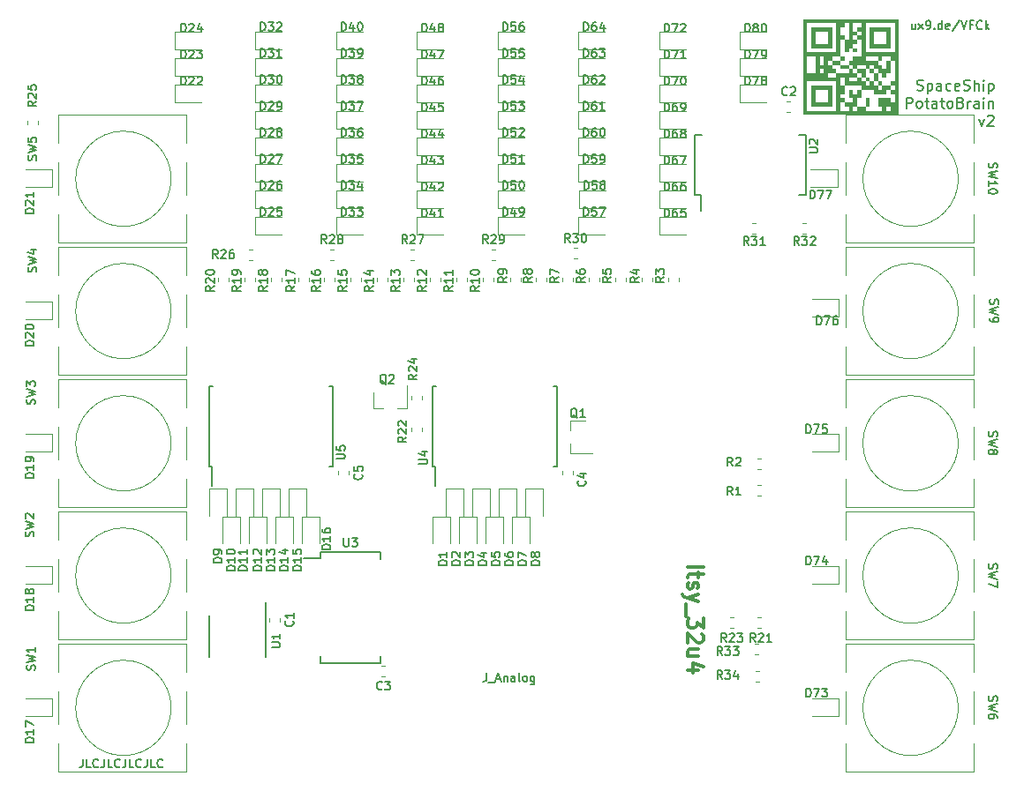
<source format=gbr>
%TF.GenerationSoftware,KiCad,Pcbnew,(5.1.5)-3*%
%TF.CreationDate,2020-02-14T17:13:17-06:00*%
%TF.ProjectId,Shield v.2,53686965-6c64-4207-962e-322e6b696361,rev?*%
%TF.SameCoordinates,Original*%
%TF.FileFunction,Legend,Top*%
%TF.FilePolarity,Positive*%
%FSLAX46Y46*%
G04 Gerber Fmt 4.6, Leading zero omitted, Abs format (unit mm)*
G04 Created by KiCad (PCBNEW (5.1.5)-3) date 2020-02-14 17:13:17*
%MOMM*%
%LPD*%
G04 APERTURE LIST*
%ADD10C,0.160000*%
%ADD11C,0.200000*%
%ADD12C,0.300000*%
%ADD13C,0.150000*%
%ADD14C,0.120000*%
G04 APERTURE END LIST*
D10*
X108318761Y-128466904D02*
X108318761Y-129038333D01*
X108280666Y-129152619D01*
X108204476Y-129228809D01*
X108090190Y-129266904D01*
X108014000Y-129266904D01*
X109080666Y-129266904D02*
X108699714Y-129266904D01*
X108699714Y-128466904D01*
X109804476Y-129190714D02*
X109766380Y-129228809D01*
X109652095Y-129266904D01*
X109575904Y-129266904D01*
X109461619Y-129228809D01*
X109385428Y-129152619D01*
X109347333Y-129076428D01*
X109309238Y-128924047D01*
X109309238Y-128809761D01*
X109347333Y-128657380D01*
X109385428Y-128581190D01*
X109461619Y-128505000D01*
X109575904Y-128466904D01*
X109652095Y-128466904D01*
X109766380Y-128505000D01*
X109804476Y-128543095D01*
X110375904Y-128466904D02*
X110375904Y-129038333D01*
X110337809Y-129152619D01*
X110261619Y-129228809D01*
X110147333Y-129266904D01*
X110071142Y-129266904D01*
X111137809Y-129266904D02*
X110756857Y-129266904D01*
X110756857Y-128466904D01*
X111861619Y-129190714D02*
X111823523Y-129228809D01*
X111709238Y-129266904D01*
X111633047Y-129266904D01*
X111518761Y-129228809D01*
X111442571Y-129152619D01*
X111404476Y-129076428D01*
X111366380Y-128924047D01*
X111366380Y-128809761D01*
X111404476Y-128657380D01*
X111442571Y-128581190D01*
X111518761Y-128505000D01*
X111633047Y-128466904D01*
X111709238Y-128466904D01*
X111823523Y-128505000D01*
X111861619Y-128543095D01*
X112433047Y-128466904D02*
X112433047Y-129038333D01*
X112394952Y-129152619D01*
X112318761Y-129228809D01*
X112204476Y-129266904D01*
X112128285Y-129266904D01*
X113194952Y-129266904D02*
X112814000Y-129266904D01*
X112814000Y-128466904D01*
X113918761Y-129190714D02*
X113880666Y-129228809D01*
X113766380Y-129266904D01*
X113690190Y-129266904D01*
X113575904Y-129228809D01*
X113499714Y-129152619D01*
X113461619Y-129076428D01*
X113423523Y-128924047D01*
X113423523Y-128809761D01*
X113461619Y-128657380D01*
X113499714Y-128581190D01*
X113575904Y-128505000D01*
X113690190Y-128466904D01*
X113766380Y-128466904D01*
X113880666Y-128505000D01*
X113918761Y-128543095D01*
X114490190Y-128466904D02*
X114490190Y-129038333D01*
X114452095Y-129152619D01*
X114375904Y-129228809D01*
X114261619Y-129266904D01*
X114185428Y-129266904D01*
X115252095Y-129266904D02*
X114871142Y-129266904D01*
X114871142Y-128466904D01*
X115975904Y-129190714D02*
X115937809Y-129228809D01*
X115823523Y-129266904D01*
X115747333Y-129266904D01*
X115633047Y-129228809D01*
X115556857Y-129152619D01*
X115518761Y-129076428D01*
X115480666Y-128924047D01*
X115480666Y-128809761D01*
X115518761Y-128657380D01*
X115556857Y-128581190D01*
X115633047Y-128505000D01*
X115747333Y-128466904D01*
X115823523Y-128466904D01*
X115937809Y-128505000D01*
X115975904Y-128543095D01*
D11*
X188346190Y-64204761D02*
X188489047Y-64252380D01*
X188727142Y-64252380D01*
X188822380Y-64204761D01*
X188870000Y-64157142D01*
X188917619Y-64061904D01*
X188917619Y-63966666D01*
X188870000Y-63871428D01*
X188822380Y-63823809D01*
X188727142Y-63776190D01*
X188536666Y-63728571D01*
X188441428Y-63680952D01*
X188393809Y-63633333D01*
X188346190Y-63538095D01*
X188346190Y-63442857D01*
X188393809Y-63347619D01*
X188441428Y-63300000D01*
X188536666Y-63252380D01*
X188774761Y-63252380D01*
X188917619Y-63300000D01*
X189346190Y-63585714D02*
X189346190Y-64585714D01*
X189346190Y-63633333D02*
X189441428Y-63585714D01*
X189631904Y-63585714D01*
X189727142Y-63633333D01*
X189774761Y-63680952D01*
X189822380Y-63776190D01*
X189822380Y-64061904D01*
X189774761Y-64157142D01*
X189727142Y-64204761D01*
X189631904Y-64252380D01*
X189441428Y-64252380D01*
X189346190Y-64204761D01*
X190679523Y-64252380D02*
X190679523Y-63728571D01*
X190631904Y-63633333D01*
X190536666Y-63585714D01*
X190346190Y-63585714D01*
X190250952Y-63633333D01*
X190679523Y-64204761D02*
X190584285Y-64252380D01*
X190346190Y-64252380D01*
X190250952Y-64204761D01*
X190203333Y-64109523D01*
X190203333Y-64014285D01*
X190250952Y-63919047D01*
X190346190Y-63871428D01*
X190584285Y-63871428D01*
X190679523Y-63823809D01*
X191584285Y-64204761D02*
X191489047Y-64252380D01*
X191298571Y-64252380D01*
X191203333Y-64204761D01*
X191155714Y-64157142D01*
X191108095Y-64061904D01*
X191108095Y-63776190D01*
X191155714Y-63680952D01*
X191203333Y-63633333D01*
X191298571Y-63585714D01*
X191489047Y-63585714D01*
X191584285Y-63633333D01*
X192393809Y-64204761D02*
X192298571Y-64252380D01*
X192108095Y-64252380D01*
X192012857Y-64204761D01*
X191965238Y-64109523D01*
X191965238Y-63728571D01*
X192012857Y-63633333D01*
X192108095Y-63585714D01*
X192298571Y-63585714D01*
X192393809Y-63633333D01*
X192441428Y-63728571D01*
X192441428Y-63823809D01*
X191965238Y-63919047D01*
X192822380Y-64204761D02*
X192965238Y-64252380D01*
X193203333Y-64252380D01*
X193298571Y-64204761D01*
X193346190Y-64157142D01*
X193393809Y-64061904D01*
X193393809Y-63966666D01*
X193346190Y-63871428D01*
X193298571Y-63823809D01*
X193203333Y-63776190D01*
X193012857Y-63728571D01*
X192917619Y-63680952D01*
X192870000Y-63633333D01*
X192822380Y-63538095D01*
X192822380Y-63442857D01*
X192870000Y-63347619D01*
X192917619Y-63300000D01*
X193012857Y-63252380D01*
X193250952Y-63252380D01*
X193393809Y-63300000D01*
X193822380Y-64252380D02*
X193822380Y-63252380D01*
X194250952Y-64252380D02*
X194250952Y-63728571D01*
X194203333Y-63633333D01*
X194108095Y-63585714D01*
X193965238Y-63585714D01*
X193870000Y-63633333D01*
X193822380Y-63680952D01*
X194727142Y-64252380D02*
X194727142Y-63585714D01*
X194727142Y-63252380D02*
X194679523Y-63300000D01*
X194727142Y-63347619D01*
X194774761Y-63300000D01*
X194727142Y-63252380D01*
X194727142Y-63347619D01*
X195203333Y-63585714D02*
X195203333Y-64585714D01*
X195203333Y-63633333D02*
X195298571Y-63585714D01*
X195489047Y-63585714D01*
X195584285Y-63633333D01*
X195631904Y-63680952D01*
X195679523Y-63776190D01*
X195679523Y-64061904D01*
X195631904Y-64157142D01*
X195584285Y-64204761D01*
X195489047Y-64252380D01*
X195298571Y-64252380D01*
X195203333Y-64204761D01*
X187346190Y-65952380D02*
X187346190Y-64952380D01*
X187727142Y-64952380D01*
X187822380Y-65000000D01*
X187870000Y-65047619D01*
X187917619Y-65142857D01*
X187917619Y-65285714D01*
X187870000Y-65380952D01*
X187822380Y-65428571D01*
X187727142Y-65476190D01*
X187346190Y-65476190D01*
X188489047Y-65952380D02*
X188393809Y-65904761D01*
X188346190Y-65857142D01*
X188298571Y-65761904D01*
X188298571Y-65476190D01*
X188346190Y-65380952D01*
X188393809Y-65333333D01*
X188489047Y-65285714D01*
X188631904Y-65285714D01*
X188727142Y-65333333D01*
X188774761Y-65380952D01*
X188822380Y-65476190D01*
X188822380Y-65761904D01*
X188774761Y-65857142D01*
X188727142Y-65904761D01*
X188631904Y-65952380D01*
X188489047Y-65952380D01*
X189108095Y-65285714D02*
X189489047Y-65285714D01*
X189250952Y-64952380D02*
X189250952Y-65809523D01*
X189298571Y-65904761D01*
X189393809Y-65952380D01*
X189489047Y-65952380D01*
X190250952Y-65952380D02*
X190250952Y-65428571D01*
X190203333Y-65333333D01*
X190108095Y-65285714D01*
X189917619Y-65285714D01*
X189822380Y-65333333D01*
X190250952Y-65904761D02*
X190155714Y-65952380D01*
X189917619Y-65952380D01*
X189822380Y-65904761D01*
X189774761Y-65809523D01*
X189774761Y-65714285D01*
X189822380Y-65619047D01*
X189917619Y-65571428D01*
X190155714Y-65571428D01*
X190250952Y-65523809D01*
X190584285Y-65285714D02*
X190965238Y-65285714D01*
X190727142Y-64952380D02*
X190727142Y-65809523D01*
X190774761Y-65904761D01*
X190870000Y-65952380D01*
X190965238Y-65952380D01*
X191441428Y-65952380D02*
X191346190Y-65904761D01*
X191298571Y-65857142D01*
X191250952Y-65761904D01*
X191250952Y-65476190D01*
X191298571Y-65380952D01*
X191346190Y-65333333D01*
X191441428Y-65285714D01*
X191584285Y-65285714D01*
X191679523Y-65333333D01*
X191727142Y-65380952D01*
X191774761Y-65476190D01*
X191774761Y-65761904D01*
X191727142Y-65857142D01*
X191679523Y-65904761D01*
X191584285Y-65952380D01*
X191441428Y-65952380D01*
X192536666Y-65428571D02*
X192679523Y-65476190D01*
X192727142Y-65523809D01*
X192774761Y-65619047D01*
X192774761Y-65761904D01*
X192727142Y-65857142D01*
X192679523Y-65904761D01*
X192584285Y-65952380D01*
X192203333Y-65952380D01*
X192203333Y-64952380D01*
X192536666Y-64952380D01*
X192631904Y-65000000D01*
X192679523Y-65047619D01*
X192727142Y-65142857D01*
X192727142Y-65238095D01*
X192679523Y-65333333D01*
X192631904Y-65380952D01*
X192536666Y-65428571D01*
X192203333Y-65428571D01*
X193203333Y-65952380D02*
X193203333Y-65285714D01*
X193203333Y-65476190D02*
X193250952Y-65380952D01*
X193298571Y-65333333D01*
X193393809Y-65285714D01*
X193489047Y-65285714D01*
X194250952Y-65952380D02*
X194250952Y-65428571D01*
X194203333Y-65333333D01*
X194108095Y-65285714D01*
X193917619Y-65285714D01*
X193822380Y-65333333D01*
X194250952Y-65904761D02*
X194155714Y-65952380D01*
X193917619Y-65952380D01*
X193822380Y-65904761D01*
X193774761Y-65809523D01*
X193774761Y-65714285D01*
X193822380Y-65619047D01*
X193917619Y-65571428D01*
X194155714Y-65571428D01*
X194250952Y-65523809D01*
X194727142Y-65952380D02*
X194727142Y-65285714D01*
X194727142Y-64952380D02*
X194679523Y-65000000D01*
X194727142Y-65047619D01*
X194774761Y-65000000D01*
X194727142Y-64952380D01*
X194727142Y-65047619D01*
X195203333Y-65285714D02*
X195203333Y-65952380D01*
X195203333Y-65380952D02*
X195250952Y-65333333D01*
X195346190Y-65285714D01*
X195489047Y-65285714D01*
X195584285Y-65333333D01*
X195631904Y-65428571D01*
X195631904Y-65952380D01*
X194298571Y-66985714D02*
X194536666Y-67652380D01*
X194774761Y-66985714D01*
X195108095Y-66747619D02*
X195155714Y-66700000D01*
X195250952Y-66652380D01*
X195489047Y-66652380D01*
X195584285Y-66700000D01*
X195631904Y-66747619D01*
X195679523Y-66842857D01*
X195679523Y-66938095D01*
X195631904Y-67080952D01*
X195060476Y-67652380D01*
X195679523Y-67652380D01*
D12*
X166321428Y-110000000D02*
X167821428Y-110000000D01*
X167321428Y-110500000D02*
X167321428Y-111071428D01*
X167821428Y-110714285D02*
X166535714Y-110714285D01*
X166392857Y-110785714D01*
X166321428Y-110928571D01*
X166321428Y-111071428D01*
X166392857Y-111500000D02*
X166321428Y-111642857D01*
X166321428Y-111928571D01*
X166392857Y-112071428D01*
X166535714Y-112142857D01*
X166607142Y-112142857D01*
X166750000Y-112071428D01*
X166821428Y-111928571D01*
X166821428Y-111714285D01*
X166892857Y-111571428D01*
X167035714Y-111500000D01*
X167107142Y-111500000D01*
X167250000Y-111571428D01*
X167321428Y-111714285D01*
X167321428Y-111928571D01*
X167250000Y-112071428D01*
X167321428Y-112642857D02*
X166321428Y-113000000D01*
X167321428Y-113357142D02*
X166321428Y-113000000D01*
X165964285Y-112857142D01*
X165892857Y-112785714D01*
X165821428Y-112642857D01*
X166178571Y-113571428D02*
X166178571Y-114714285D01*
X167821428Y-114928571D02*
X167821428Y-115857142D01*
X167250000Y-115357142D01*
X167250000Y-115571428D01*
X167178571Y-115714285D01*
X167107142Y-115785714D01*
X166964285Y-115857142D01*
X166607142Y-115857142D01*
X166464285Y-115785714D01*
X166392857Y-115714285D01*
X166321428Y-115571428D01*
X166321428Y-115142857D01*
X166392857Y-115000000D01*
X166464285Y-114928571D01*
X167678571Y-116428571D02*
X167750000Y-116500000D01*
X167821428Y-116642857D01*
X167821428Y-117000000D01*
X167750000Y-117142857D01*
X167678571Y-117214285D01*
X167535714Y-117285714D01*
X167392857Y-117285714D01*
X167178571Y-117214285D01*
X166321428Y-116357142D01*
X166321428Y-117285714D01*
X167321428Y-118571428D02*
X166321428Y-118571428D01*
X167321428Y-117928571D02*
X166535714Y-117928571D01*
X166392857Y-118000000D01*
X166321428Y-118142857D01*
X166321428Y-118357142D01*
X166392857Y-118500000D01*
X166464285Y-118571428D01*
X167321428Y-119928571D02*
X166321428Y-119928571D01*
X167892857Y-119571428D02*
X166821428Y-119214285D01*
X166821428Y-120142857D01*
D10*
X147034523Y-120211904D02*
X147034523Y-120783333D01*
X146996428Y-120897619D01*
X146920238Y-120973809D01*
X146805952Y-121011904D01*
X146729761Y-121011904D01*
X147225000Y-121088095D02*
X147834523Y-121088095D01*
X147986904Y-120783333D02*
X148367857Y-120783333D01*
X147910714Y-121011904D02*
X148177380Y-120211904D01*
X148444047Y-121011904D01*
X148710714Y-120478571D02*
X148710714Y-121011904D01*
X148710714Y-120554761D02*
X148748809Y-120516666D01*
X148825000Y-120478571D01*
X148939285Y-120478571D01*
X149015476Y-120516666D01*
X149053571Y-120592857D01*
X149053571Y-121011904D01*
X149777380Y-121011904D02*
X149777380Y-120592857D01*
X149739285Y-120516666D01*
X149663095Y-120478571D01*
X149510714Y-120478571D01*
X149434523Y-120516666D01*
X149777380Y-120973809D02*
X149701190Y-121011904D01*
X149510714Y-121011904D01*
X149434523Y-120973809D01*
X149396428Y-120897619D01*
X149396428Y-120821428D01*
X149434523Y-120745238D01*
X149510714Y-120707142D01*
X149701190Y-120707142D01*
X149777380Y-120669047D01*
X150272619Y-121011904D02*
X150196428Y-120973809D01*
X150158333Y-120897619D01*
X150158333Y-120211904D01*
X150691666Y-121011904D02*
X150615476Y-120973809D01*
X150577380Y-120935714D01*
X150539285Y-120859523D01*
X150539285Y-120630952D01*
X150577380Y-120554761D01*
X150615476Y-120516666D01*
X150691666Y-120478571D01*
X150805952Y-120478571D01*
X150882142Y-120516666D01*
X150920238Y-120554761D01*
X150958333Y-120630952D01*
X150958333Y-120859523D01*
X150920238Y-120935714D01*
X150882142Y-120973809D01*
X150805952Y-121011904D01*
X150691666Y-121011904D01*
X151644047Y-120478571D02*
X151644047Y-121126190D01*
X151605952Y-121202380D01*
X151567857Y-121240476D01*
X151491666Y-121278571D01*
X151377380Y-121278571D01*
X151301190Y-121240476D01*
X151644047Y-120973809D02*
X151567857Y-121011904D01*
X151415476Y-121011904D01*
X151339285Y-120973809D01*
X151301190Y-120935714D01*
X151263095Y-120859523D01*
X151263095Y-120630952D01*
X151301190Y-120554761D01*
X151339285Y-120516666D01*
X151415476Y-120478571D01*
X151567857Y-120478571D01*
X151644047Y-120516666D01*
D13*
%TO.C,QR\002A\002A\002A\002A\002A*%
G36*
X177800000Y-57800000D02*
G01*
X177800000Y-57400000D01*
X177400000Y-57400000D01*
X177400000Y-57800000D01*
X177800000Y-57800000D01*
G37*
G36*
X178200000Y-57800000D02*
G01*
X178200000Y-57400000D01*
X177800000Y-57400000D01*
X177800000Y-57800000D01*
X178200000Y-57800000D01*
G37*
G36*
X178600000Y-57800000D02*
G01*
X178600000Y-57400000D01*
X178200000Y-57400000D01*
X178200000Y-57800000D01*
X178600000Y-57800000D01*
G37*
G36*
X179000000Y-57800000D02*
G01*
X179000000Y-57400000D01*
X178600000Y-57400000D01*
X178600000Y-57800000D01*
X179000000Y-57800000D01*
G37*
G36*
X179400000Y-57800000D02*
G01*
X179400000Y-57400000D01*
X179000000Y-57400000D01*
X179000000Y-57800000D01*
X179400000Y-57800000D01*
G37*
G36*
X179800000Y-57800000D02*
G01*
X179800000Y-57400000D01*
X179400000Y-57400000D01*
X179400000Y-57800000D01*
X179800000Y-57800000D01*
G37*
G36*
X180200000Y-57800000D02*
G01*
X180200000Y-57400000D01*
X179800000Y-57400000D01*
X179800000Y-57800000D01*
X180200000Y-57800000D01*
G37*
G36*
X180600000Y-57800000D02*
G01*
X180600000Y-57400000D01*
X180200000Y-57400000D01*
X180200000Y-57800000D01*
X180600000Y-57800000D01*
G37*
G36*
X181000000Y-57800000D02*
G01*
X181000000Y-57400000D01*
X180600000Y-57400000D01*
X180600000Y-57800000D01*
X181000000Y-57800000D01*
G37*
G36*
X181400000Y-57800000D02*
G01*
X181400000Y-57400000D01*
X181000000Y-57400000D01*
X181000000Y-57800000D01*
X181400000Y-57800000D01*
G37*
G36*
X181800000Y-57800000D02*
G01*
X181800000Y-57400000D01*
X181400000Y-57400000D01*
X181400000Y-57800000D01*
X181800000Y-57800000D01*
G37*
G36*
X182200000Y-57800000D02*
G01*
X182200000Y-57400000D01*
X181800000Y-57400000D01*
X181800000Y-57800000D01*
X182200000Y-57800000D01*
G37*
G36*
X182600000Y-57800000D02*
G01*
X182600000Y-57400000D01*
X182200000Y-57400000D01*
X182200000Y-57800000D01*
X182600000Y-57800000D01*
G37*
G36*
X183000000Y-57800000D02*
G01*
X183000000Y-57400000D01*
X182600000Y-57400000D01*
X182600000Y-57800000D01*
X183000000Y-57800000D01*
G37*
G36*
X183400000Y-57800000D02*
G01*
X183400000Y-57400000D01*
X183000000Y-57400000D01*
X183000000Y-57800000D01*
X183400000Y-57800000D01*
G37*
G36*
X183800000Y-57800000D02*
G01*
X183800000Y-57400000D01*
X183400000Y-57400000D01*
X183400000Y-57800000D01*
X183800000Y-57800000D01*
G37*
G36*
X184200000Y-57800000D02*
G01*
X184200000Y-57400000D01*
X183800000Y-57400000D01*
X183800000Y-57800000D01*
X184200000Y-57800000D01*
G37*
G36*
X184600000Y-57800000D02*
G01*
X184600000Y-57400000D01*
X184200000Y-57400000D01*
X184200000Y-57800000D01*
X184600000Y-57800000D01*
G37*
G36*
X185000000Y-57800000D02*
G01*
X185000000Y-57400000D01*
X184600000Y-57400000D01*
X184600000Y-57800000D01*
X185000000Y-57800000D01*
G37*
G36*
X185400000Y-57800000D02*
G01*
X185400000Y-57400000D01*
X185000000Y-57400000D01*
X185000000Y-57800000D01*
X185400000Y-57800000D01*
G37*
G36*
X185800000Y-57800000D02*
G01*
X185800000Y-57400000D01*
X185400000Y-57400000D01*
X185400000Y-57800000D01*
X185800000Y-57800000D01*
G37*
G36*
X186200000Y-57800000D02*
G01*
X186200000Y-57400000D01*
X185800000Y-57400000D01*
X185800000Y-57800000D01*
X186200000Y-57800000D01*
G37*
G36*
X186600000Y-57800000D02*
G01*
X186600000Y-57400000D01*
X186200000Y-57400000D01*
X186200000Y-57800000D01*
X186600000Y-57800000D01*
G37*
G36*
X177800000Y-58200000D02*
G01*
X177800000Y-57800000D01*
X177400000Y-57800000D01*
X177400000Y-58200000D01*
X177800000Y-58200000D01*
G37*
G36*
X181000000Y-58200000D02*
G01*
X181000000Y-57800000D01*
X180600000Y-57800000D01*
X180600000Y-58200000D01*
X181000000Y-58200000D01*
G37*
G36*
X181400000Y-58200000D02*
G01*
X181400000Y-57800000D01*
X181000000Y-57800000D01*
X181000000Y-58200000D01*
X181400000Y-58200000D01*
G37*
G36*
X182200000Y-58200000D02*
G01*
X182200000Y-57800000D01*
X181800000Y-57800000D01*
X181800000Y-58200000D01*
X182200000Y-58200000D01*
G37*
G36*
X183400000Y-58200000D02*
G01*
X183400000Y-57800000D01*
X183000000Y-57800000D01*
X183000000Y-58200000D01*
X183400000Y-58200000D01*
G37*
G36*
X186600000Y-58200000D02*
G01*
X186600000Y-57800000D01*
X186200000Y-57800000D01*
X186200000Y-58200000D01*
X186600000Y-58200000D01*
G37*
G36*
X177800000Y-58600000D02*
G01*
X177800000Y-58200000D01*
X177400000Y-58200000D01*
X177400000Y-58600000D01*
X177800000Y-58600000D01*
G37*
G36*
X178600000Y-58600000D02*
G01*
X178600000Y-58200000D01*
X178200000Y-58200000D01*
X178200000Y-58600000D01*
X178600000Y-58600000D01*
G37*
G36*
X179000000Y-58600000D02*
G01*
X179000000Y-58200000D01*
X178600000Y-58200000D01*
X178600000Y-58600000D01*
X179000000Y-58600000D01*
G37*
G36*
X179400000Y-58600000D02*
G01*
X179400000Y-58200000D01*
X179000000Y-58200000D01*
X179000000Y-58600000D01*
X179400000Y-58600000D01*
G37*
G36*
X179800000Y-58600000D02*
G01*
X179800000Y-58200000D01*
X179400000Y-58200000D01*
X179400000Y-58600000D01*
X179800000Y-58600000D01*
G37*
G36*
X180200000Y-58600000D02*
G01*
X180200000Y-58200000D01*
X179800000Y-58200000D01*
X179800000Y-58600000D01*
X180200000Y-58600000D01*
G37*
G36*
X181000000Y-58600000D02*
G01*
X181000000Y-58200000D01*
X180600000Y-58200000D01*
X180600000Y-58600000D01*
X181000000Y-58600000D01*
G37*
G36*
X182200000Y-58600000D02*
G01*
X182200000Y-58200000D01*
X181800000Y-58200000D01*
X181800000Y-58600000D01*
X182200000Y-58600000D01*
G37*
G36*
X183000000Y-58600000D02*
G01*
X183000000Y-58200000D01*
X182600000Y-58200000D01*
X182600000Y-58600000D01*
X183000000Y-58600000D01*
G37*
G36*
X183400000Y-58600000D02*
G01*
X183400000Y-58200000D01*
X183000000Y-58200000D01*
X183000000Y-58600000D01*
X183400000Y-58600000D01*
G37*
G36*
X184200000Y-58600000D02*
G01*
X184200000Y-58200000D01*
X183800000Y-58200000D01*
X183800000Y-58600000D01*
X184200000Y-58600000D01*
G37*
G36*
X184600000Y-58600000D02*
G01*
X184600000Y-58200000D01*
X184200000Y-58200000D01*
X184200000Y-58600000D01*
X184600000Y-58600000D01*
G37*
G36*
X185000000Y-58600000D02*
G01*
X185000000Y-58200000D01*
X184600000Y-58200000D01*
X184600000Y-58600000D01*
X185000000Y-58600000D01*
G37*
G36*
X185400000Y-58600000D02*
G01*
X185400000Y-58200000D01*
X185000000Y-58200000D01*
X185000000Y-58600000D01*
X185400000Y-58600000D01*
G37*
G36*
X185800000Y-58600000D02*
G01*
X185800000Y-58200000D01*
X185400000Y-58200000D01*
X185400000Y-58600000D01*
X185800000Y-58600000D01*
G37*
G36*
X186600000Y-58600000D02*
G01*
X186600000Y-58200000D01*
X186200000Y-58200000D01*
X186200000Y-58600000D01*
X186600000Y-58600000D01*
G37*
G36*
X177800000Y-59000000D02*
G01*
X177800000Y-58600000D01*
X177400000Y-58600000D01*
X177400000Y-59000000D01*
X177800000Y-59000000D01*
G37*
G36*
X178600000Y-59000000D02*
G01*
X178600000Y-58600000D01*
X178200000Y-58600000D01*
X178200000Y-59000000D01*
X178600000Y-59000000D01*
G37*
G36*
X180200000Y-59000000D02*
G01*
X180200000Y-58600000D01*
X179800000Y-58600000D01*
X179800000Y-59000000D01*
X180200000Y-59000000D01*
G37*
G36*
X181000000Y-59000000D02*
G01*
X181000000Y-58600000D01*
X180600000Y-58600000D01*
X180600000Y-59000000D01*
X181000000Y-59000000D01*
G37*
G36*
X182200000Y-59000000D02*
G01*
X182200000Y-58600000D01*
X181800000Y-58600000D01*
X181800000Y-59000000D01*
X182200000Y-59000000D01*
G37*
G36*
X182600000Y-59000000D02*
G01*
X182600000Y-58600000D01*
X182200000Y-58600000D01*
X182200000Y-59000000D01*
X182600000Y-59000000D01*
G37*
G36*
X183400000Y-59000000D02*
G01*
X183400000Y-58600000D01*
X183000000Y-58600000D01*
X183000000Y-59000000D01*
X183400000Y-59000000D01*
G37*
G36*
X184200000Y-59000000D02*
G01*
X184200000Y-58600000D01*
X183800000Y-58600000D01*
X183800000Y-59000000D01*
X184200000Y-59000000D01*
G37*
G36*
X185800000Y-59000000D02*
G01*
X185800000Y-58600000D01*
X185400000Y-58600000D01*
X185400000Y-59000000D01*
X185800000Y-59000000D01*
G37*
G36*
X186600000Y-59000000D02*
G01*
X186600000Y-58600000D01*
X186200000Y-58600000D01*
X186200000Y-59000000D01*
X186600000Y-59000000D01*
G37*
G36*
X177800000Y-59400000D02*
G01*
X177800000Y-59000000D01*
X177400000Y-59000000D01*
X177400000Y-59400000D01*
X177800000Y-59400000D01*
G37*
G36*
X178600000Y-59400000D02*
G01*
X178600000Y-59000000D01*
X178200000Y-59000000D01*
X178200000Y-59400000D01*
X178600000Y-59400000D01*
G37*
G36*
X180200000Y-59400000D02*
G01*
X180200000Y-59000000D01*
X179800000Y-59000000D01*
X179800000Y-59400000D01*
X180200000Y-59400000D01*
G37*
G36*
X181000000Y-59400000D02*
G01*
X181000000Y-59000000D01*
X180600000Y-59000000D01*
X180600000Y-59400000D01*
X181000000Y-59400000D01*
G37*
G36*
X181400000Y-59400000D02*
G01*
X181400000Y-59000000D01*
X181000000Y-59000000D01*
X181000000Y-59400000D01*
X181400000Y-59400000D01*
G37*
G36*
X182200000Y-59400000D02*
G01*
X182200000Y-59000000D01*
X181800000Y-59000000D01*
X181800000Y-59400000D01*
X182200000Y-59400000D01*
G37*
G36*
X183000000Y-59400000D02*
G01*
X183000000Y-59000000D01*
X182600000Y-59000000D01*
X182600000Y-59400000D01*
X183000000Y-59400000D01*
G37*
G36*
X183400000Y-59400000D02*
G01*
X183400000Y-59000000D01*
X183000000Y-59000000D01*
X183000000Y-59400000D01*
X183400000Y-59400000D01*
G37*
G36*
X184200000Y-59400000D02*
G01*
X184200000Y-59000000D01*
X183800000Y-59000000D01*
X183800000Y-59400000D01*
X184200000Y-59400000D01*
G37*
G36*
X185800000Y-59400000D02*
G01*
X185800000Y-59000000D01*
X185400000Y-59000000D01*
X185400000Y-59400000D01*
X185800000Y-59400000D01*
G37*
G36*
X186600000Y-59400000D02*
G01*
X186600000Y-59000000D01*
X186200000Y-59000000D01*
X186200000Y-59400000D01*
X186600000Y-59400000D01*
G37*
G36*
X177800000Y-59800000D02*
G01*
X177800000Y-59400000D01*
X177400000Y-59400000D01*
X177400000Y-59800000D01*
X177800000Y-59800000D01*
G37*
G36*
X178600000Y-59800000D02*
G01*
X178600000Y-59400000D01*
X178200000Y-59400000D01*
X178200000Y-59800000D01*
X178600000Y-59800000D01*
G37*
G36*
X180200000Y-59800000D02*
G01*
X180200000Y-59400000D01*
X179800000Y-59400000D01*
X179800000Y-59800000D01*
X180200000Y-59800000D01*
G37*
G36*
X181000000Y-59800000D02*
G01*
X181000000Y-59400000D01*
X180600000Y-59400000D01*
X180600000Y-59800000D01*
X181000000Y-59800000D01*
G37*
G36*
X181800000Y-59800000D02*
G01*
X181800000Y-59400000D01*
X181400000Y-59400000D01*
X181400000Y-59800000D01*
X181800000Y-59800000D01*
G37*
G36*
X182200000Y-59800000D02*
G01*
X182200000Y-59400000D01*
X181800000Y-59400000D01*
X181800000Y-59800000D01*
X182200000Y-59800000D01*
G37*
G36*
X182600000Y-59800000D02*
G01*
X182600000Y-59400000D01*
X182200000Y-59400000D01*
X182200000Y-59800000D01*
X182600000Y-59800000D01*
G37*
G36*
X183400000Y-59800000D02*
G01*
X183400000Y-59400000D01*
X183000000Y-59400000D01*
X183000000Y-59800000D01*
X183400000Y-59800000D01*
G37*
G36*
X184200000Y-59800000D02*
G01*
X184200000Y-59400000D01*
X183800000Y-59400000D01*
X183800000Y-59800000D01*
X184200000Y-59800000D01*
G37*
G36*
X185800000Y-59800000D02*
G01*
X185800000Y-59400000D01*
X185400000Y-59400000D01*
X185400000Y-59800000D01*
X185800000Y-59800000D01*
G37*
G36*
X186600000Y-59800000D02*
G01*
X186600000Y-59400000D01*
X186200000Y-59400000D01*
X186200000Y-59800000D01*
X186600000Y-59800000D01*
G37*
G36*
X177800000Y-60200000D02*
G01*
X177800000Y-59800000D01*
X177400000Y-59800000D01*
X177400000Y-60200000D01*
X177800000Y-60200000D01*
G37*
G36*
X178600000Y-60200000D02*
G01*
X178600000Y-59800000D01*
X178200000Y-59800000D01*
X178200000Y-60200000D01*
X178600000Y-60200000D01*
G37*
G36*
X179000000Y-60200000D02*
G01*
X179000000Y-59800000D01*
X178600000Y-59800000D01*
X178600000Y-60200000D01*
X179000000Y-60200000D01*
G37*
G36*
X179400000Y-60200000D02*
G01*
X179400000Y-59800000D01*
X179000000Y-59800000D01*
X179000000Y-60200000D01*
X179400000Y-60200000D01*
G37*
G36*
X179800000Y-60200000D02*
G01*
X179800000Y-59800000D01*
X179400000Y-59800000D01*
X179400000Y-60200000D01*
X179800000Y-60200000D01*
G37*
G36*
X180200000Y-60200000D02*
G01*
X180200000Y-59800000D01*
X179800000Y-59800000D01*
X179800000Y-60200000D01*
X180200000Y-60200000D01*
G37*
G36*
X181000000Y-60200000D02*
G01*
X181000000Y-59800000D01*
X180600000Y-59800000D01*
X180600000Y-60200000D01*
X181000000Y-60200000D01*
G37*
G36*
X181800000Y-60200000D02*
G01*
X181800000Y-59800000D01*
X181400000Y-59800000D01*
X181400000Y-60200000D01*
X181800000Y-60200000D01*
G37*
G36*
X182200000Y-60200000D02*
G01*
X182200000Y-59800000D01*
X181800000Y-59800000D01*
X181800000Y-60200000D01*
X182200000Y-60200000D01*
G37*
G36*
X183400000Y-60200000D02*
G01*
X183400000Y-59800000D01*
X183000000Y-59800000D01*
X183000000Y-60200000D01*
X183400000Y-60200000D01*
G37*
G36*
X184200000Y-60200000D02*
G01*
X184200000Y-59800000D01*
X183800000Y-59800000D01*
X183800000Y-60200000D01*
X184200000Y-60200000D01*
G37*
G36*
X184600000Y-60200000D02*
G01*
X184600000Y-59800000D01*
X184200000Y-59800000D01*
X184200000Y-60200000D01*
X184600000Y-60200000D01*
G37*
G36*
X185000000Y-60200000D02*
G01*
X185000000Y-59800000D01*
X184600000Y-59800000D01*
X184600000Y-60200000D01*
X185000000Y-60200000D01*
G37*
G36*
X185400000Y-60200000D02*
G01*
X185400000Y-59800000D01*
X185000000Y-59800000D01*
X185000000Y-60200000D01*
X185400000Y-60200000D01*
G37*
G36*
X185800000Y-60200000D02*
G01*
X185800000Y-59800000D01*
X185400000Y-59800000D01*
X185400000Y-60200000D01*
X185800000Y-60200000D01*
G37*
G36*
X186600000Y-60200000D02*
G01*
X186600000Y-59800000D01*
X186200000Y-59800000D01*
X186200000Y-60200000D01*
X186600000Y-60200000D01*
G37*
G36*
X177800000Y-60600000D02*
G01*
X177800000Y-60200000D01*
X177400000Y-60200000D01*
X177400000Y-60600000D01*
X177800000Y-60600000D01*
G37*
G36*
X181000000Y-60600000D02*
G01*
X181000000Y-60200000D01*
X180600000Y-60200000D01*
X180600000Y-60600000D01*
X181000000Y-60600000D01*
G37*
G36*
X181800000Y-60600000D02*
G01*
X181800000Y-60200000D01*
X181400000Y-60200000D01*
X181400000Y-60600000D01*
X181800000Y-60600000D01*
G37*
G36*
X182600000Y-60600000D02*
G01*
X182600000Y-60200000D01*
X182200000Y-60200000D01*
X182200000Y-60600000D01*
X182600000Y-60600000D01*
G37*
G36*
X183400000Y-60600000D02*
G01*
X183400000Y-60200000D01*
X183000000Y-60200000D01*
X183000000Y-60600000D01*
X183400000Y-60600000D01*
G37*
G36*
X186600000Y-60600000D02*
G01*
X186600000Y-60200000D01*
X186200000Y-60200000D01*
X186200000Y-60600000D01*
X186600000Y-60600000D01*
G37*
G36*
X177800000Y-61000000D02*
G01*
X177800000Y-60600000D01*
X177400000Y-60600000D01*
X177400000Y-61000000D01*
X177800000Y-61000000D01*
G37*
G36*
X178200000Y-61000000D02*
G01*
X178200000Y-60600000D01*
X177800000Y-60600000D01*
X177800000Y-61000000D01*
X178200000Y-61000000D01*
G37*
G36*
X178600000Y-61000000D02*
G01*
X178600000Y-60600000D01*
X178200000Y-60600000D01*
X178200000Y-61000000D01*
X178600000Y-61000000D01*
G37*
G36*
X179000000Y-61000000D02*
G01*
X179000000Y-60600000D01*
X178600000Y-60600000D01*
X178600000Y-61000000D01*
X179000000Y-61000000D01*
G37*
G36*
X179400000Y-61000000D02*
G01*
X179400000Y-60600000D01*
X179000000Y-60600000D01*
X179000000Y-61000000D01*
X179400000Y-61000000D01*
G37*
G36*
X179800000Y-61000000D02*
G01*
X179800000Y-60600000D01*
X179400000Y-60600000D01*
X179400000Y-61000000D01*
X179800000Y-61000000D01*
G37*
G36*
X180200000Y-61000000D02*
G01*
X180200000Y-60600000D01*
X179800000Y-60600000D01*
X179800000Y-61000000D01*
X180200000Y-61000000D01*
G37*
G36*
X180600000Y-61000000D02*
G01*
X180600000Y-60600000D01*
X180200000Y-60600000D01*
X180200000Y-61000000D01*
X180600000Y-61000000D01*
G37*
G36*
X181000000Y-61000000D02*
G01*
X181000000Y-60600000D01*
X180600000Y-60600000D01*
X180600000Y-61000000D01*
X181000000Y-61000000D01*
G37*
G36*
X183400000Y-61000000D02*
G01*
X183400000Y-60600000D01*
X183000000Y-60600000D01*
X183000000Y-61000000D01*
X183400000Y-61000000D01*
G37*
G36*
X183800000Y-61000000D02*
G01*
X183800000Y-60600000D01*
X183400000Y-60600000D01*
X183400000Y-61000000D01*
X183800000Y-61000000D01*
G37*
G36*
X184200000Y-61000000D02*
G01*
X184200000Y-60600000D01*
X183800000Y-60600000D01*
X183800000Y-61000000D01*
X184200000Y-61000000D01*
G37*
G36*
X184600000Y-61000000D02*
G01*
X184600000Y-60600000D01*
X184200000Y-60600000D01*
X184200000Y-61000000D01*
X184600000Y-61000000D01*
G37*
G36*
X185000000Y-61000000D02*
G01*
X185000000Y-60600000D01*
X184600000Y-60600000D01*
X184600000Y-61000000D01*
X185000000Y-61000000D01*
G37*
G36*
X185400000Y-61000000D02*
G01*
X185400000Y-60600000D01*
X185000000Y-60600000D01*
X185000000Y-61000000D01*
X185400000Y-61000000D01*
G37*
G36*
X185800000Y-61000000D02*
G01*
X185800000Y-60600000D01*
X185400000Y-60600000D01*
X185400000Y-61000000D01*
X185800000Y-61000000D01*
G37*
G36*
X186200000Y-61000000D02*
G01*
X186200000Y-60600000D01*
X185800000Y-60600000D01*
X185800000Y-61000000D01*
X186200000Y-61000000D01*
G37*
G36*
X186600000Y-61000000D02*
G01*
X186600000Y-60600000D01*
X186200000Y-60600000D01*
X186200000Y-61000000D01*
X186600000Y-61000000D01*
G37*
G36*
X177800000Y-61400000D02*
G01*
X177800000Y-61000000D01*
X177400000Y-61000000D01*
X177400000Y-61400000D01*
X177800000Y-61400000D01*
G37*
G36*
X179000000Y-61400000D02*
G01*
X179000000Y-61000000D01*
X178600000Y-61000000D01*
X178600000Y-61400000D01*
X179000000Y-61400000D01*
G37*
G36*
X179800000Y-61400000D02*
G01*
X179800000Y-61000000D01*
X179400000Y-61000000D01*
X179400000Y-61400000D01*
X179800000Y-61400000D01*
G37*
G36*
X180200000Y-61400000D02*
G01*
X180200000Y-61000000D01*
X179800000Y-61000000D01*
X179800000Y-61400000D01*
X180200000Y-61400000D01*
G37*
G36*
X181400000Y-61400000D02*
G01*
X181400000Y-61000000D01*
X181000000Y-61000000D01*
X181000000Y-61400000D01*
X181400000Y-61400000D01*
G37*
G36*
X182600000Y-61400000D02*
G01*
X182600000Y-61000000D01*
X182200000Y-61000000D01*
X182200000Y-61400000D01*
X182600000Y-61400000D01*
G37*
G36*
X183000000Y-61400000D02*
G01*
X183000000Y-61000000D01*
X182600000Y-61000000D01*
X182600000Y-61400000D01*
X183000000Y-61400000D01*
G37*
G36*
X183400000Y-61400000D02*
G01*
X183400000Y-61000000D01*
X183000000Y-61000000D01*
X183000000Y-61400000D01*
X183400000Y-61400000D01*
G37*
G36*
X185000000Y-61400000D02*
G01*
X185000000Y-61000000D01*
X184600000Y-61000000D01*
X184600000Y-61400000D01*
X185000000Y-61400000D01*
G37*
G36*
X186200000Y-61400000D02*
G01*
X186200000Y-61000000D01*
X185800000Y-61000000D01*
X185800000Y-61400000D01*
X186200000Y-61400000D01*
G37*
G36*
X186600000Y-61400000D02*
G01*
X186600000Y-61000000D01*
X186200000Y-61000000D01*
X186200000Y-61400000D01*
X186600000Y-61400000D01*
G37*
G36*
X177800000Y-61800000D02*
G01*
X177800000Y-61400000D01*
X177400000Y-61400000D01*
X177400000Y-61800000D01*
X177800000Y-61800000D01*
G37*
G36*
X179000000Y-61800000D02*
G01*
X179000000Y-61400000D01*
X178600000Y-61400000D01*
X178600000Y-61800000D01*
X179000000Y-61800000D01*
G37*
G36*
X179800000Y-61800000D02*
G01*
X179800000Y-61400000D01*
X179400000Y-61400000D01*
X179400000Y-61800000D01*
X179800000Y-61800000D01*
G37*
G36*
X180600000Y-61800000D02*
G01*
X180600000Y-61400000D01*
X180200000Y-61400000D01*
X180200000Y-61800000D01*
X180600000Y-61800000D01*
G37*
G36*
X181000000Y-61800000D02*
G01*
X181000000Y-61400000D01*
X180600000Y-61400000D01*
X180600000Y-61800000D01*
X181000000Y-61800000D01*
G37*
G36*
X182200000Y-61800000D02*
G01*
X182200000Y-61400000D01*
X181800000Y-61400000D01*
X181800000Y-61800000D01*
X182200000Y-61800000D01*
G37*
G36*
X182600000Y-61800000D02*
G01*
X182600000Y-61400000D01*
X182200000Y-61400000D01*
X182200000Y-61800000D01*
X182600000Y-61800000D01*
G37*
G36*
X183000000Y-61800000D02*
G01*
X183000000Y-61400000D01*
X182600000Y-61400000D01*
X182600000Y-61800000D01*
X183000000Y-61800000D01*
G37*
G36*
X183400000Y-61800000D02*
G01*
X183400000Y-61400000D01*
X183000000Y-61400000D01*
X183000000Y-61800000D01*
X183400000Y-61800000D01*
G37*
G36*
X183800000Y-61800000D02*
G01*
X183800000Y-61400000D01*
X183400000Y-61400000D01*
X183400000Y-61800000D01*
X183800000Y-61800000D01*
G37*
G36*
X184200000Y-61800000D02*
G01*
X184200000Y-61400000D01*
X183800000Y-61400000D01*
X183800000Y-61800000D01*
X184200000Y-61800000D01*
G37*
G36*
X184600000Y-61800000D02*
G01*
X184600000Y-61400000D01*
X184200000Y-61400000D01*
X184200000Y-61800000D01*
X184600000Y-61800000D01*
G37*
G36*
X185800000Y-61800000D02*
G01*
X185800000Y-61400000D01*
X185400000Y-61400000D01*
X185400000Y-61800000D01*
X185800000Y-61800000D01*
G37*
G36*
X186600000Y-61800000D02*
G01*
X186600000Y-61400000D01*
X186200000Y-61400000D01*
X186200000Y-61800000D01*
X186600000Y-61800000D01*
G37*
G36*
X177800000Y-62200000D02*
G01*
X177800000Y-61800000D01*
X177400000Y-61800000D01*
X177400000Y-62200000D01*
X177800000Y-62200000D01*
G37*
G36*
X179000000Y-62200000D02*
G01*
X179000000Y-61800000D01*
X178600000Y-61800000D01*
X178600000Y-62200000D01*
X179000000Y-62200000D01*
G37*
G36*
X179400000Y-62200000D02*
G01*
X179400000Y-61800000D01*
X179000000Y-61800000D01*
X179000000Y-62200000D01*
X179400000Y-62200000D01*
G37*
G36*
X179800000Y-62200000D02*
G01*
X179800000Y-61800000D01*
X179400000Y-61800000D01*
X179400000Y-62200000D01*
X179800000Y-62200000D01*
G37*
G36*
X180200000Y-62200000D02*
G01*
X180200000Y-61800000D01*
X179800000Y-61800000D01*
X179800000Y-62200000D01*
X180200000Y-62200000D01*
G37*
G36*
X181400000Y-62200000D02*
G01*
X181400000Y-61800000D01*
X181000000Y-61800000D01*
X181000000Y-62200000D01*
X181400000Y-62200000D01*
G37*
G36*
X181800000Y-62200000D02*
G01*
X181800000Y-61800000D01*
X181400000Y-61800000D01*
X181400000Y-62200000D01*
X181800000Y-62200000D01*
G37*
G36*
X182600000Y-62200000D02*
G01*
X182600000Y-61800000D01*
X182200000Y-61800000D01*
X182200000Y-62200000D01*
X182600000Y-62200000D01*
G37*
G36*
X183800000Y-62200000D02*
G01*
X183800000Y-61800000D01*
X183400000Y-61800000D01*
X183400000Y-62200000D01*
X183800000Y-62200000D01*
G37*
G36*
X184600000Y-62200000D02*
G01*
X184600000Y-61800000D01*
X184200000Y-61800000D01*
X184200000Y-62200000D01*
X184600000Y-62200000D01*
G37*
G36*
X185000000Y-62200000D02*
G01*
X185000000Y-61800000D01*
X184600000Y-61800000D01*
X184600000Y-62200000D01*
X185000000Y-62200000D01*
G37*
G36*
X185800000Y-62200000D02*
G01*
X185800000Y-61800000D01*
X185400000Y-61800000D01*
X185400000Y-62200000D01*
X185800000Y-62200000D01*
G37*
G36*
X186600000Y-62200000D02*
G01*
X186600000Y-61800000D01*
X186200000Y-61800000D01*
X186200000Y-62200000D01*
X186600000Y-62200000D01*
G37*
G36*
X177800000Y-62600000D02*
G01*
X177800000Y-62200000D01*
X177400000Y-62200000D01*
X177400000Y-62600000D01*
X177800000Y-62600000D01*
G37*
G36*
X179000000Y-62600000D02*
G01*
X179000000Y-62200000D01*
X178600000Y-62200000D01*
X178600000Y-62600000D01*
X179000000Y-62600000D01*
G37*
G36*
X179800000Y-62600000D02*
G01*
X179800000Y-62200000D01*
X179400000Y-62200000D01*
X179400000Y-62600000D01*
X179800000Y-62600000D01*
G37*
G36*
X180200000Y-62600000D02*
G01*
X180200000Y-62200000D01*
X179800000Y-62200000D01*
X179800000Y-62600000D01*
X180200000Y-62600000D01*
G37*
G36*
X180600000Y-62600000D02*
G01*
X180600000Y-62200000D01*
X180200000Y-62200000D01*
X180200000Y-62600000D01*
X180600000Y-62600000D01*
G37*
G36*
X182200000Y-62600000D02*
G01*
X182200000Y-62200000D01*
X181800000Y-62200000D01*
X181800000Y-62600000D01*
X182200000Y-62600000D01*
G37*
G36*
X183000000Y-62600000D02*
G01*
X183000000Y-62200000D01*
X182600000Y-62200000D01*
X182600000Y-62600000D01*
X183000000Y-62600000D01*
G37*
G36*
X183400000Y-62600000D02*
G01*
X183400000Y-62200000D01*
X183000000Y-62200000D01*
X183000000Y-62600000D01*
X183400000Y-62600000D01*
G37*
G36*
X184200000Y-62600000D02*
G01*
X184200000Y-62200000D01*
X183800000Y-62200000D01*
X183800000Y-62600000D01*
X184200000Y-62600000D01*
G37*
G36*
X185000000Y-62600000D02*
G01*
X185000000Y-62200000D01*
X184600000Y-62200000D01*
X184600000Y-62600000D01*
X185000000Y-62600000D01*
G37*
G36*
X185400000Y-62600000D02*
G01*
X185400000Y-62200000D01*
X185000000Y-62200000D01*
X185000000Y-62600000D01*
X185400000Y-62600000D01*
G37*
G36*
X185800000Y-62600000D02*
G01*
X185800000Y-62200000D01*
X185400000Y-62200000D01*
X185400000Y-62600000D01*
X185800000Y-62600000D01*
G37*
G36*
X186600000Y-62600000D02*
G01*
X186600000Y-62200000D01*
X186200000Y-62200000D01*
X186200000Y-62600000D01*
X186600000Y-62600000D01*
G37*
G36*
X177800000Y-63000000D02*
G01*
X177800000Y-62600000D01*
X177400000Y-62600000D01*
X177400000Y-63000000D01*
X177800000Y-63000000D01*
G37*
G36*
X178200000Y-63000000D02*
G01*
X178200000Y-62600000D01*
X177800000Y-62600000D01*
X177800000Y-63000000D01*
X178200000Y-63000000D01*
G37*
G36*
X178600000Y-63000000D02*
G01*
X178600000Y-62600000D01*
X178200000Y-62600000D01*
X178200000Y-63000000D01*
X178600000Y-63000000D01*
G37*
G36*
X179000000Y-63000000D02*
G01*
X179000000Y-62600000D01*
X178600000Y-62600000D01*
X178600000Y-63000000D01*
X179000000Y-63000000D01*
G37*
G36*
X179400000Y-63000000D02*
G01*
X179400000Y-62600000D01*
X179000000Y-62600000D01*
X179000000Y-63000000D01*
X179400000Y-63000000D01*
G37*
G36*
X179800000Y-63000000D02*
G01*
X179800000Y-62600000D01*
X179400000Y-62600000D01*
X179400000Y-63000000D01*
X179800000Y-63000000D01*
G37*
G36*
X181000000Y-63000000D02*
G01*
X181000000Y-62600000D01*
X180600000Y-62600000D01*
X180600000Y-63000000D01*
X181000000Y-63000000D01*
G37*
G36*
X181400000Y-63000000D02*
G01*
X181400000Y-62600000D01*
X181000000Y-62600000D01*
X181000000Y-63000000D01*
X181400000Y-63000000D01*
G37*
G36*
X181800000Y-63000000D02*
G01*
X181800000Y-62600000D01*
X181400000Y-62600000D01*
X181400000Y-63000000D01*
X181800000Y-63000000D01*
G37*
G36*
X182200000Y-63000000D02*
G01*
X182200000Y-62600000D01*
X181800000Y-62600000D01*
X181800000Y-63000000D01*
X182200000Y-63000000D01*
G37*
G36*
X182600000Y-63000000D02*
G01*
X182600000Y-62600000D01*
X182200000Y-62600000D01*
X182200000Y-63000000D01*
X182600000Y-63000000D01*
G37*
G36*
X183400000Y-63000000D02*
G01*
X183400000Y-62600000D01*
X183000000Y-62600000D01*
X183000000Y-63000000D01*
X183400000Y-63000000D01*
G37*
G36*
X184600000Y-63000000D02*
G01*
X184600000Y-62600000D01*
X184200000Y-62600000D01*
X184200000Y-63000000D01*
X184600000Y-63000000D01*
G37*
G36*
X185400000Y-63000000D02*
G01*
X185400000Y-62600000D01*
X185000000Y-62600000D01*
X185000000Y-63000000D01*
X185400000Y-63000000D01*
G37*
G36*
X186600000Y-63000000D02*
G01*
X186600000Y-62600000D01*
X186200000Y-62600000D01*
X186200000Y-63000000D01*
X186600000Y-63000000D01*
G37*
G36*
X177800000Y-63400000D02*
G01*
X177800000Y-63000000D01*
X177400000Y-63000000D01*
X177400000Y-63400000D01*
X177800000Y-63400000D01*
G37*
G36*
X178200000Y-63400000D02*
G01*
X178200000Y-63000000D01*
X177800000Y-63000000D01*
X177800000Y-63400000D01*
X178200000Y-63400000D01*
G37*
G36*
X178600000Y-63400000D02*
G01*
X178600000Y-63000000D01*
X178200000Y-63000000D01*
X178200000Y-63400000D01*
X178600000Y-63400000D01*
G37*
G36*
X179000000Y-63400000D02*
G01*
X179000000Y-63000000D01*
X178600000Y-63000000D01*
X178600000Y-63400000D01*
X179000000Y-63400000D01*
G37*
G36*
X179400000Y-63400000D02*
G01*
X179400000Y-63000000D01*
X179000000Y-63000000D01*
X179000000Y-63400000D01*
X179400000Y-63400000D01*
G37*
G36*
X179800000Y-63400000D02*
G01*
X179800000Y-63000000D01*
X179400000Y-63000000D01*
X179400000Y-63400000D01*
X179800000Y-63400000D01*
G37*
G36*
X180200000Y-63400000D02*
G01*
X180200000Y-63000000D01*
X179800000Y-63000000D01*
X179800000Y-63400000D01*
X180200000Y-63400000D01*
G37*
G36*
X180600000Y-63400000D02*
G01*
X180600000Y-63000000D01*
X180200000Y-63000000D01*
X180200000Y-63400000D01*
X180600000Y-63400000D01*
G37*
G36*
X181000000Y-63400000D02*
G01*
X181000000Y-63000000D01*
X180600000Y-63000000D01*
X180600000Y-63400000D01*
X181000000Y-63400000D01*
G37*
G36*
X181800000Y-63400000D02*
G01*
X181800000Y-63000000D01*
X181400000Y-63000000D01*
X181400000Y-63400000D01*
X181800000Y-63400000D01*
G37*
G36*
X183000000Y-63400000D02*
G01*
X183000000Y-63000000D01*
X182600000Y-63000000D01*
X182600000Y-63400000D01*
X183000000Y-63400000D01*
G37*
G36*
X183800000Y-63400000D02*
G01*
X183800000Y-63000000D01*
X183400000Y-63000000D01*
X183400000Y-63400000D01*
X183800000Y-63400000D01*
G37*
G36*
X184600000Y-63400000D02*
G01*
X184600000Y-63000000D01*
X184200000Y-63000000D01*
X184200000Y-63400000D01*
X184600000Y-63400000D01*
G37*
G36*
X186600000Y-63400000D02*
G01*
X186600000Y-63000000D01*
X186200000Y-63000000D01*
X186200000Y-63400000D01*
X186600000Y-63400000D01*
G37*
G36*
X177800000Y-63800000D02*
G01*
X177800000Y-63400000D01*
X177400000Y-63400000D01*
X177400000Y-63800000D01*
X177800000Y-63800000D01*
G37*
G36*
X181000000Y-63800000D02*
G01*
X181000000Y-63400000D01*
X180600000Y-63400000D01*
X180600000Y-63800000D01*
X181000000Y-63800000D01*
G37*
G36*
X181800000Y-63800000D02*
G01*
X181800000Y-63400000D01*
X181400000Y-63400000D01*
X181400000Y-63800000D01*
X181800000Y-63800000D01*
G37*
G36*
X182200000Y-63800000D02*
G01*
X182200000Y-63400000D01*
X181800000Y-63400000D01*
X181800000Y-63800000D01*
X182200000Y-63800000D01*
G37*
G36*
X182600000Y-63800000D02*
G01*
X182600000Y-63400000D01*
X182200000Y-63400000D01*
X182200000Y-63800000D01*
X182600000Y-63800000D01*
G37*
G36*
X183000000Y-63800000D02*
G01*
X183000000Y-63400000D01*
X182600000Y-63400000D01*
X182600000Y-63800000D01*
X183000000Y-63800000D01*
G37*
G36*
X183400000Y-63800000D02*
G01*
X183400000Y-63400000D01*
X183000000Y-63400000D01*
X183000000Y-63800000D01*
X183400000Y-63800000D01*
G37*
G36*
X184200000Y-63800000D02*
G01*
X184200000Y-63400000D01*
X183800000Y-63400000D01*
X183800000Y-63800000D01*
X184200000Y-63800000D01*
G37*
G36*
X185000000Y-63800000D02*
G01*
X185000000Y-63400000D01*
X184600000Y-63400000D01*
X184600000Y-63800000D01*
X185000000Y-63800000D01*
G37*
G36*
X186200000Y-63800000D02*
G01*
X186200000Y-63400000D01*
X185800000Y-63400000D01*
X185800000Y-63800000D01*
X186200000Y-63800000D01*
G37*
G36*
X186600000Y-63800000D02*
G01*
X186600000Y-63400000D01*
X186200000Y-63400000D01*
X186200000Y-63800000D01*
X186600000Y-63800000D01*
G37*
G36*
X177800000Y-64200000D02*
G01*
X177800000Y-63800000D01*
X177400000Y-63800000D01*
X177400000Y-64200000D01*
X177800000Y-64200000D01*
G37*
G36*
X178600000Y-64200000D02*
G01*
X178600000Y-63800000D01*
X178200000Y-63800000D01*
X178200000Y-64200000D01*
X178600000Y-64200000D01*
G37*
G36*
X179000000Y-64200000D02*
G01*
X179000000Y-63800000D01*
X178600000Y-63800000D01*
X178600000Y-64200000D01*
X179000000Y-64200000D01*
G37*
G36*
X179400000Y-64200000D02*
G01*
X179400000Y-63800000D01*
X179000000Y-63800000D01*
X179000000Y-64200000D01*
X179400000Y-64200000D01*
G37*
G36*
X179800000Y-64200000D02*
G01*
X179800000Y-63800000D01*
X179400000Y-63800000D01*
X179400000Y-64200000D01*
X179800000Y-64200000D01*
G37*
G36*
X180200000Y-64200000D02*
G01*
X180200000Y-63800000D01*
X179800000Y-63800000D01*
X179800000Y-64200000D01*
X180200000Y-64200000D01*
G37*
G36*
X181000000Y-64200000D02*
G01*
X181000000Y-63800000D01*
X180600000Y-63800000D01*
X180600000Y-64200000D01*
X181000000Y-64200000D01*
G37*
G36*
X181400000Y-64200000D02*
G01*
X181400000Y-63800000D01*
X181000000Y-63800000D01*
X181000000Y-64200000D01*
X181400000Y-64200000D01*
G37*
G36*
X183400000Y-64200000D02*
G01*
X183400000Y-63800000D01*
X183000000Y-63800000D01*
X183000000Y-64200000D01*
X183400000Y-64200000D01*
G37*
G36*
X183800000Y-64200000D02*
G01*
X183800000Y-63800000D01*
X183400000Y-63800000D01*
X183400000Y-64200000D01*
X183800000Y-64200000D01*
G37*
G36*
X184200000Y-64200000D02*
G01*
X184200000Y-63800000D01*
X183800000Y-63800000D01*
X183800000Y-64200000D01*
X184200000Y-64200000D01*
G37*
G36*
X184600000Y-64200000D02*
G01*
X184600000Y-63800000D01*
X184200000Y-63800000D01*
X184200000Y-64200000D01*
X184600000Y-64200000D01*
G37*
G36*
X185400000Y-64200000D02*
G01*
X185400000Y-63800000D01*
X185000000Y-63800000D01*
X185000000Y-64200000D01*
X185400000Y-64200000D01*
G37*
G36*
X185800000Y-64200000D02*
G01*
X185800000Y-63800000D01*
X185400000Y-63800000D01*
X185400000Y-64200000D01*
X185800000Y-64200000D01*
G37*
G36*
X186600000Y-64200000D02*
G01*
X186600000Y-63800000D01*
X186200000Y-63800000D01*
X186200000Y-64200000D01*
X186600000Y-64200000D01*
G37*
G36*
X177800000Y-64600000D02*
G01*
X177800000Y-64200000D01*
X177400000Y-64200000D01*
X177400000Y-64600000D01*
X177800000Y-64600000D01*
G37*
G36*
X178600000Y-64600000D02*
G01*
X178600000Y-64200000D01*
X178200000Y-64200000D01*
X178200000Y-64600000D01*
X178600000Y-64600000D01*
G37*
G36*
X180200000Y-64600000D02*
G01*
X180200000Y-64200000D01*
X179800000Y-64200000D01*
X179800000Y-64600000D01*
X180200000Y-64600000D01*
G37*
G36*
X181000000Y-64600000D02*
G01*
X181000000Y-64200000D01*
X180600000Y-64200000D01*
X180600000Y-64600000D01*
X181000000Y-64600000D01*
G37*
G36*
X181400000Y-64600000D02*
G01*
X181400000Y-64200000D01*
X181000000Y-64200000D01*
X181000000Y-64600000D01*
X181400000Y-64600000D01*
G37*
G36*
X182200000Y-64600000D02*
G01*
X182200000Y-64200000D01*
X181800000Y-64200000D01*
X181800000Y-64600000D01*
X182200000Y-64600000D01*
G37*
G36*
X183000000Y-64600000D02*
G01*
X183000000Y-64200000D01*
X182600000Y-64200000D01*
X182600000Y-64600000D01*
X183000000Y-64600000D01*
G37*
G36*
X184600000Y-64600000D02*
G01*
X184600000Y-64200000D01*
X184200000Y-64200000D01*
X184200000Y-64600000D01*
X184600000Y-64600000D01*
G37*
G36*
X185000000Y-64600000D02*
G01*
X185000000Y-64200000D01*
X184600000Y-64200000D01*
X184600000Y-64600000D01*
X185000000Y-64600000D01*
G37*
G36*
X185400000Y-64600000D02*
G01*
X185400000Y-64200000D01*
X185000000Y-64200000D01*
X185000000Y-64600000D01*
X185400000Y-64600000D01*
G37*
G36*
X186200000Y-64600000D02*
G01*
X186200000Y-64200000D01*
X185800000Y-64200000D01*
X185800000Y-64600000D01*
X186200000Y-64600000D01*
G37*
G36*
X186600000Y-64600000D02*
G01*
X186600000Y-64200000D01*
X186200000Y-64200000D01*
X186200000Y-64600000D01*
X186600000Y-64600000D01*
G37*
G36*
X177800000Y-65000000D02*
G01*
X177800000Y-64600000D01*
X177400000Y-64600000D01*
X177400000Y-65000000D01*
X177800000Y-65000000D01*
G37*
G36*
X178600000Y-65000000D02*
G01*
X178600000Y-64600000D01*
X178200000Y-64600000D01*
X178200000Y-65000000D01*
X178600000Y-65000000D01*
G37*
G36*
X180200000Y-65000000D02*
G01*
X180200000Y-64600000D01*
X179800000Y-64600000D01*
X179800000Y-65000000D01*
X180200000Y-65000000D01*
G37*
G36*
X181000000Y-65000000D02*
G01*
X181000000Y-64600000D01*
X180600000Y-64600000D01*
X180600000Y-65000000D01*
X181000000Y-65000000D01*
G37*
G36*
X182200000Y-65000000D02*
G01*
X182200000Y-64600000D01*
X181800000Y-64600000D01*
X181800000Y-65000000D01*
X182200000Y-65000000D01*
G37*
G36*
X182600000Y-65000000D02*
G01*
X182600000Y-64600000D01*
X182200000Y-64600000D01*
X182200000Y-65000000D01*
X182600000Y-65000000D01*
G37*
G36*
X183000000Y-65000000D02*
G01*
X183000000Y-64600000D01*
X182600000Y-64600000D01*
X182600000Y-65000000D01*
X183000000Y-65000000D01*
G37*
G36*
X186600000Y-65000000D02*
G01*
X186600000Y-64600000D01*
X186200000Y-64600000D01*
X186200000Y-65000000D01*
X186600000Y-65000000D01*
G37*
G36*
X177800000Y-65400000D02*
G01*
X177800000Y-65000000D01*
X177400000Y-65000000D01*
X177400000Y-65400000D01*
X177800000Y-65400000D01*
G37*
G36*
X178600000Y-65400000D02*
G01*
X178600000Y-65000000D01*
X178200000Y-65000000D01*
X178200000Y-65400000D01*
X178600000Y-65400000D01*
G37*
G36*
X180200000Y-65400000D02*
G01*
X180200000Y-65000000D01*
X179800000Y-65000000D01*
X179800000Y-65400000D01*
X180200000Y-65400000D01*
G37*
G36*
X181000000Y-65400000D02*
G01*
X181000000Y-65000000D01*
X180600000Y-65000000D01*
X180600000Y-65400000D01*
X181000000Y-65400000D01*
G37*
G36*
X181400000Y-65400000D02*
G01*
X181400000Y-65000000D01*
X181000000Y-65000000D01*
X181000000Y-65400000D01*
X181400000Y-65400000D01*
G37*
G36*
X182600000Y-65400000D02*
G01*
X182600000Y-65000000D01*
X182200000Y-65000000D01*
X182200000Y-65400000D01*
X182600000Y-65400000D01*
G37*
G36*
X183800000Y-65400000D02*
G01*
X183800000Y-65000000D01*
X183400000Y-65000000D01*
X183400000Y-65400000D01*
X183800000Y-65400000D01*
G37*
G36*
X185000000Y-65400000D02*
G01*
X185000000Y-65000000D01*
X184600000Y-65000000D01*
X184600000Y-65400000D01*
X185000000Y-65400000D01*
G37*
G36*
X185400000Y-65400000D02*
G01*
X185400000Y-65000000D01*
X185000000Y-65000000D01*
X185000000Y-65400000D01*
X185400000Y-65400000D01*
G37*
G36*
X185800000Y-65400000D02*
G01*
X185800000Y-65000000D01*
X185400000Y-65000000D01*
X185400000Y-65400000D01*
X185800000Y-65400000D01*
G37*
G36*
X186600000Y-65400000D02*
G01*
X186600000Y-65000000D01*
X186200000Y-65000000D01*
X186200000Y-65400000D01*
X186600000Y-65400000D01*
G37*
G36*
X177800000Y-65800000D02*
G01*
X177800000Y-65400000D01*
X177400000Y-65400000D01*
X177400000Y-65800000D01*
X177800000Y-65800000D01*
G37*
G36*
X178600000Y-65800000D02*
G01*
X178600000Y-65400000D01*
X178200000Y-65400000D01*
X178200000Y-65800000D01*
X178600000Y-65800000D01*
G37*
G36*
X179000000Y-65800000D02*
G01*
X179000000Y-65400000D01*
X178600000Y-65400000D01*
X178600000Y-65800000D01*
X179000000Y-65800000D01*
G37*
G36*
X179400000Y-65800000D02*
G01*
X179400000Y-65400000D01*
X179000000Y-65400000D01*
X179000000Y-65800000D01*
X179400000Y-65800000D01*
G37*
G36*
X179800000Y-65800000D02*
G01*
X179800000Y-65400000D01*
X179400000Y-65400000D01*
X179400000Y-65800000D01*
X179800000Y-65800000D01*
G37*
G36*
X180200000Y-65800000D02*
G01*
X180200000Y-65400000D01*
X179800000Y-65400000D01*
X179800000Y-65800000D01*
X180200000Y-65800000D01*
G37*
G36*
X181000000Y-65800000D02*
G01*
X181000000Y-65400000D01*
X180600000Y-65400000D01*
X180600000Y-65800000D01*
X181000000Y-65800000D01*
G37*
G36*
X181800000Y-65800000D02*
G01*
X181800000Y-65400000D01*
X181400000Y-65400000D01*
X181400000Y-65800000D01*
X181800000Y-65800000D01*
G37*
G36*
X182200000Y-65800000D02*
G01*
X182200000Y-65400000D01*
X181800000Y-65400000D01*
X181800000Y-65800000D01*
X182200000Y-65800000D01*
G37*
G36*
X182600000Y-65800000D02*
G01*
X182600000Y-65400000D01*
X182200000Y-65400000D01*
X182200000Y-65800000D01*
X182600000Y-65800000D01*
G37*
G36*
X183800000Y-65800000D02*
G01*
X183800000Y-65400000D01*
X183400000Y-65400000D01*
X183400000Y-65800000D01*
X183800000Y-65800000D01*
G37*
G36*
X185000000Y-65800000D02*
G01*
X185000000Y-65400000D01*
X184600000Y-65400000D01*
X184600000Y-65800000D01*
X185000000Y-65800000D01*
G37*
G36*
X185400000Y-65800000D02*
G01*
X185400000Y-65400000D01*
X185000000Y-65400000D01*
X185000000Y-65800000D01*
X185400000Y-65800000D01*
G37*
G36*
X185800000Y-65800000D02*
G01*
X185800000Y-65400000D01*
X185400000Y-65400000D01*
X185400000Y-65800000D01*
X185800000Y-65800000D01*
G37*
G36*
X186200000Y-65800000D02*
G01*
X186200000Y-65400000D01*
X185800000Y-65400000D01*
X185800000Y-65800000D01*
X186200000Y-65800000D01*
G37*
G36*
X186600000Y-65800000D02*
G01*
X186600000Y-65400000D01*
X186200000Y-65400000D01*
X186200000Y-65800000D01*
X186600000Y-65800000D01*
G37*
G36*
X177800000Y-66200000D02*
G01*
X177800000Y-65800000D01*
X177400000Y-65800000D01*
X177400000Y-66200000D01*
X177800000Y-66200000D01*
G37*
G36*
X181000000Y-66200000D02*
G01*
X181000000Y-65800000D01*
X180600000Y-65800000D01*
X180600000Y-66200000D01*
X181000000Y-66200000D01*
G37*
G36*
X182200000Y-66200000D02*
G01*
X182200000Y-65800000D01*
X181800000Y-65800000D01*
X181800000Y-66200000D01*
X182200000Y-66200000D01*
G37*
G36*
X183000000Y-66200000D02*
G01*
X183000000Y-65800000D01*
X182600000Y-65800000D01*
X182600000Y-66200000D01*
X183000000Y-66200000D01*
G37*
G36*
X183400000Y-66200000D02*
G01*
X183400000Y-65800000D01*
X183000000Y-65800000D01*
X183000000Y-66200000D01*
X183400000Y-66200000D01*
G37*
G36*
X185400000Y-66200000D02*
G01*
X185400000Y-65800000D01*
X185000000Y-65800000D01*
X185000000Y-66200000D01*
X185400000Y-66200000D01*
G37*
G36*
X186200000Y-66200000D02*
G01*
X186200000Y-65800000D01*
X185800000Y-65800000D01*
X185800000Y-66200000D01*
X186200000Y-66200000D01*
G37*
G36*
X186600000Y-66200000D02*
G01*
X186600000Y-65800000D01*
X186200000Y-65800000D01*
X186200000Y-66200000D01*
X186600000Y-66200000D01*
G37*
G36*
X177800000Y-66600000D02*
G01*
X177800000Y-66200000D01*
X177400000Y-66200000D01*
X177400000Y-66600000D01*
X177800000Y-66600000D01*
G37*
G36*
X178200000Y-66600000D02*
G01*
X178200000Y-66200000D01*
X177800000Y-66200000D01*
X177800000Y-66600000D01*
X178200000Y-66600000D01*
G37*
G36*
X178600000Y-66600000D02*
G01*
X178600000Y-66200000D01*
X178200000Y-66200000D01*
X178200000Y-66600000D01*
X178600000Y-66600000D01*
G37*
G36*
X179000000Y-66600000D02*
G01*
X179000000Y-66200000D01*
X178600000Y-66200000D01*
X178600000Y-66600000D01*
X179000000Y-66600000D01*
G37*
G36*
X179400000Y-66600000D02*
G01*
X179400000Y-66200000D01*
X179000000Y-66200000D01*
X179000000Y-66600000D01*
X179400000Y-66600000D01*
G37*
G36*
X179800000Y-66600000D02*
G01*
X179800000Y-66200000D01*
X179400000Y-66200000D01*
X179400000Y-66600000D01*
X179800000Y-66600000D01*
G37*
G36*
X180200000Y-66600000D02*
G01*
X180200000Y-66200000D01*
X179800000Y-66200000D01*
X179800000Y-66600000D01*
X180200000Y-66600000D01*
G37*
G36*
X180600000Y-66600000D02*
G01*
X180600000Y-66200000D01*
X180200000Y-66200000D01*
X180200000Y-66600000D01*
X180600000Y-66600000D01*
G37*
G36*
X181000000Y-66600000D02*
G01*
X181000000Y-66200000D01*
X180600000Y-66200000D01*
X180600000Y-66600000D01*
X181000000Y-66600000D01*
G37*
G36*
X181400000Y-66600000D02*
G01*
X181400000Y-66200000D01*
X181000000Y-66200000D01*
X181000000Y-66600000D01*
X181400000Y-66600000D01*
G37*
G36*
X181800000Y-66600000D02*
G01*
X181800000Y-66200000D01*
X181400000Y-66200000D01*
X181400000Y-66600000D01*
X181800000Y-66600000D01*
G37*
G36*
X182200000Y-66600000D02*
G01*
X182200000Y-66200000D01*
X181800000Y-66200000D01*
X181800000Y-66600000D01*
X182200000Y-66600000D01*
G37*
G36*
X182600000Y-66600000D02*
G01*
X182600000Y-66200000D01*
X182200000Y-66200000D01*
X182200000Y-66600000D01*
X182600000Y-66600000D01*
G37*
G36*
X183000000Y-66600000D02*
G01*
X183000000Y-66200000D01*
X182600000Y-66200000D01*
X182600000Y-66600000D01*
X183000000Y-66600000D01*
G37*
G36*
X183400000Y-66600000D02*
G01*
X183400000Y-66200000D01*
X183000000Y-66200000D01*
X183000000Y-66600000D01*
X183400000Y-66600000D01*
G37*
G36*
X183800000Y-66600000D02*
G01*
X183800000Y-66200000D01*
X183400000Y-66200000D01*
X183400000Y-66600000D01*
X183800000Y-66600000D01*
G37*
G36*
X184200000Y-66600000D02*
G01*
X184200000Y-66200000D01*
X183800000Y-66200000D01*
X183800000Y-66600000D01*
X184200000Y-66600000D01*
G37*
G36*
X184600000Y-66600000D02*
G01*
X184600000Y-66200000D01*
X184200000Y-66200000D01*
X184200000Y-66600000D01*
X184600000Y-66600000D01*
G37*
G36*
X185000000Y-66600000D02*
G01*
X185000000Y-66200000D01*
X184600000Y-66200000D01*
X184600000Y-66600000D01*
X185000000Y-66600000D01*
G37*
G36*
X185400000Y-66600000D02*
G01*
X185400000Y-66200000D01*
X185000000Y-66200000D01*
X185000000Y-66600000D01*
X185400000Y-66600000D01*
G37*
G36*
X185800000Y-66600000D02*
G01*
X185800000Y-66200000D01*
X185400000Y-66200000D01*
X185400000Y-66600000D01*
X185800000Y-66600000D01*
G37*
G36*
X186200000Y-66600000D02*
G01*
X186200000Y-66200000D01*
X185800000Y-66200000D01*
X185800000Y-66600000D01*
X186200000Y-66600000D01*
G37*
G36*
X186600000Y-66600000D02*
G01*
X186600000Y-66200000D01*
X186200000Y-66200000D01*
X186200000Y-66600000D01*
X186600000Y-66600000D01*
G37*
D14*
%TO.C,R26*%
X124297221Y-79500000D02*
X124622779Y-79500000D01*
X124297221Y-80520000D02*
X124622779Y-80520000D01*
%TO.C,C1*%
X126236000Y-114899221D02*
X126236000Y-115224779D01*
X127256000Y-114899221D02*
X127256000Y-115224779D01*
%TO.C,C2*%
X175859221Y-65276000D02*
X176184779Y-65276000D01*
X175859221Y-66296000D02*
X176184779Y-66296000D01*
%TO.C,C3*%
X137322779Y-119505000D02*
X136997221Y-119505000D01*
X137322779Y-120525000D02*
X136997221Y-120525000D01*
%TO.C,C4*%
X155323000Y-100802221D02*
X155323000Y-101127779D01*
X154303000Y-100802221D02*
X154303000Y-101127779D01*
%TO.C,C5*%
X133860000Y-100802221D02*
X133860000Y-101127779D01*
X132840000Y-100802221D02*
X132840000Y-101127779D01*
%TO.C,D1*%
X143598000Y-105180000D02*
X143598000Y-107730000D01*
X141898000Y-105180000D02*
X141898000Y-107730000D01*
X143598000Y-105180000D02*
X141898000Y-105180000D01*
%TO.C,D2*%
X144868000Y-102513000D02*
X143168000Y-102513000D01*
X143168000Y-102513000D02*
X143168000Y-105063000D01*
X144868000Y-102513000D02*
X144868000Y-105063000D01*
%TO.C,D3*%
X146138000Y-105180000D02*
X146138000Y-107730000D01*
X144438000Y-105180000D02*
X144438000Y-107730000D01*
X146138000Y-105180000D02*
X144438000Y-105180000D01*
%TO.C,D4*%
X147408000Y-102513000D02*
X145708000Y-102513000D01*
X145708000Y-102513000D02*
X145708000Y-105063000D01*
X147408000Y-102513000D02*
X147408000Y-105063000D01*
%TO.C,D5*%
X148678000Y-105180000D02*
X148678000Y-107730000D01*
X146978000Y-105180000D02*
X146978000Y-107730000D01*
X148678000Y-105180000D02*
X146978000Y-105180000D01*
%TO.C,D6*%
X149948000Y-102513000D02*
X148248000Y-102513000D01*
X148248000Y-102513000D02*
X148248000Y-105063000D01*
X149948000Y-102513000D02*
X149948000Y-105063000D01*
%TO.C,D7*%
X151218000Y-105180000D02*
X151218000Y-107730000D01*
X149518000Y-105180000D02*
X149518000Y-107730000D01*
X151218000Y-105180000D02*
X149518000Y-105180000D01*
%TO.C,D8*%
X152488000Y-102513000D02*
X150788000Y-102513000D01*
X150788000Y-102513000D02*
X150788000Y-105063000D01*
X152488000Y-102513000D02*
X152488000Y-105063000D01*
%TO.C,D9*%
X122135000Y-102513000D02*
X122135000Y-105063000D01*
X120435000Y-102513000D02*
X120435000Y-105063000D01*
X122135000Y-102513000D02*
X120435000Y-102513000D01*
%TO.C,D10*%
X123405000Y-105180000D02*
X123405000Y-107730000D01*
X121705000Y-105180000D02*
X121705000Y-107730000D01*
X123405000Y-105180000D02*
X121705000Y-105180000D01*
%TO.C,D11*%
X124675000Y-102513000D02*
X124675000Y-105063000D01*
X122975000Y-102513000D02*
X122975000Y-105063000D01*
X124675000Y-102513000D02*
X122975000Y-102513000D01*
%TO.C,D12*%
X125945000Y-105180000D02*
X124245000Y-105180000D01*
X124245000Y-105180000D02*
X124245000Y-107730000D01*
X125945000Y-105180000D02*
X125945000Y-107730000D01*
%TO.C,D13*%
X127215000Y-102513000D02*
X127215000Y-105063000D01*
X125515000Y-102513000D02*
X125515000Y-105063000D01*
X127215000Y-102513000D02*
X125515000Y-102513000D01*
%TO.C,D14*%
X128485000Y-105180000D02*
X126785000Y-105180000D01*
X126785000Y-105180000D02*
X126785000Y-107730000D01*
X128485000Y-105180000D02*
X128485000Y-107730000D01*
%TO.C,D15*%
X129755000Y-102513000D02*
X129755000Y-105063000D01*
X128055000Y-102513000D02*
X128055000Y-105063000D01*
X129755000Y-102513000D02*
X128055000Y-102513000D01*
%TO.C,D16*%
X131025000Y-105180000D02*
X129325000Y-105180000D01*
X129325000Y-105180000D02*
X129325000Y-107730000D01*
X131025000Y-105180000D02*
X131025000Y-107730000D01*
%TO.C,D17*%
X105386000Y-124294000D02*
X102836000Y-124294000D01*
X105386000Y-122594000D02*
X102836000Y-122594000D01*
X105386000Y-124294000D02*
X105386000Y-122594000D01*
%TO.C,D18*%
X105386000Y-111594000D02*
X102836000Y-111594000D01*
X105386000Y-109894000D02*
X102836000Y-109894000D01*
X105386000Y-111594000D02*
X105386000Y-109894000D01*
%TO.C,D19*%
X105386000Y-98894000D02*
X105386000Y-97194000D01*
X105386000Y-97194000D02*
X102836000Y-97194000D01*
X105386000Y-98894000D02*
X102836000Y-98894000D01*
%TO.C,D20*%
X105386000Y-86194000D02*
X105386000Y-84494000D01*
X105386000Y-84494000D02*
X102836000Y-84494000D01*
X105386000Y-86194000D02*
X102836000Y-86194000D01*
%TO.C,D21*%
X105386000Y-73494000D02*
X105386000Y-71794000D01*
X105386000Y-71794000D02*
X102836000Y-71794000D01*
X105386000Y-73494000D02*
X102836000Y-73494000D01*
%TO.C,D22*%
X117118000Y-63729500D02*
X119668000Y-63729500D01*
X117118000Y-65429500D02*
X119668000Y-65429500D01*
X117118000Y-63729500D02*
X117118000Y-65429500D01*
%TO.C,D23*%
X117118000Y-61189500D02*
X119668000Y-61189500D01*
X117118000Y-62889500D02*
X119668000Y-62889500D01*
X117118000Y-61189500D02*
X117118000Y-62889500D01*
%TO.C,D24*%
X117118000Y-58649500D02*
X117118000Y-60349500D01*
X117118000Y-60349500D02*
X119668000Y-60349500D01*
X117118000Y-58649500D02*
X119668000Y-58649500D01*
%TO.C,D25*%
X124865000Y-76429500D02*
X127415000Y-76429500D01*
X124865000Y-78129500D02*
X127415000Y-78129500D01*
X124865000Y-76429500D02*
X124865000Y-78129500D01*
%TO.C,D26*%
X124865000Y-73889500D02*
X127415000Y-73889500D01*
X124865000Y-75589500D02*
X127415000Y-75589500D01*
X124865000Y-73889500D02*
X124865000Y-75589500D01*
%TO.C,D27*%
X124865000Y-71349500D02*
X127415000Y-71349500D01*
X124865000Y-73049500D02*
X127415000Y-73049500D01*
X124865000Y-71349500D02*
X124865000Y-73049500D01*
%TO.C,D28*%
X124865000Y-68809500D02*
X124865000Y-70509500D01*
X124865000Y-70509500D02*
X127415000Y-70509500D01*
X124865000Y-68809500D02*
X127415000Y-68809500D01*
%TO.C,D29*%
X124865000Y-66269500D02*
X124865000Y-67969500D01*
X124865000Y-67969500D02*
X127415000Y-67969500D01*
X124865000Y-66269500D02*
X127415000Y-66269500D01*
%TO.C,D30*%
X124865000Y-63729500D02*
X124865000Y-65429500D01*
X124865000Y-65429500D02*
X127415000Y-65429500D01*
X124865000Y-63729500D02*
X127415000Y-63729500D01*
%TO.C,D31*%
X124865000Y-61189500D02*
X127415000Y-61189500D01*
X124865000Y-62889500D02*
X127415000Y-62889500D01*
X124865000Y-61189500D02*
X124865000Y-62889500D01*
%TO.C,D32*%
X124865000Y-58649500D02*
X127415000Y-58649500D01*
X124865000Y-60349500D02*
X127415000Y-60349500D01*
X124865000Y-58649500D02*
X124865000Y-60349500D01*
%TO.C,D33*%
X132612000Y-76429500D02*
X135162000Y-76429500D01*
X132612000Y-78129500D02*
X135162000Y-78129500D01*
X132612000Y-76429500D02*
X132612000Y-78129500D01*
%TO.C,D34*%
X132612000Y-73889500D02*
X132612000Y-75589500D01*
X132612000Y-75589500D02*
X135162000Y-75589500D01*
X132612000Y-73889500D02*
X135162000Y-73889500D01*
%TO.C,D35*%
X132612000Y-71349500D02*
X132612000Y-73049500D01*
X132612000Y-73049500D02*
X135162000Y-73049500D01*
X132612000Y-71349500D02*
X135162000Y-71349500D01*
%TO.C,D36*%
X132612000Y-68809500D02*
X135162000Y-68809500D01*
X132612000Y-70509500D02*
X135162000Y-70509500D01*
X132612000Y-68809500D02*
X132612000Y-70509500D01*
%TO.C,D37*%
X132612000Y-66269500D02*
X135162000Y-66269500D01*
X132612000Y-67969500D02*
X135162000Y-67969500D01*
X132612000Y-66269500D02*
X132612000Y-67969500D01*
%TO.C,D38*%
X132612000Y-63729500D02*
X135162000Y-63729500D01*
X132612000Y-65429500D02*
X135162000Y-65429500D01*
X132612000Y-63729500D02*
X132612000Y-65429500D01*
%TO.C,D39*%
X132612000Y-61189500D02*
X132612000Y-62889500D01*
X132612000Y-62889500D02*
X135162000Y-62889500D01*
X132612000Y-61189500D02*
X135162000Y-61189500D01*
%TO.C,D40*%
X132612000Y-58649500D02*
X132612000Y-60349500D01*
X132612000Y-60349500D02*
X135162000Y-60349500D01*
X132612000Y-58649500D02*
X135162000Y-58649500D01*
%TO.C,D41*%
X140359000Y-76429500D02*
X140359000Y-78129500D01*
X140359000Y-78129500D02*
X142909000Y-78129500D01*
X140359000Y-76429500D02*
X142909000Y-76429500D01*
%TO.C,D42*%
X140359000Y-73889500D02*
X142909000Y-73889500D01*
X140359000Y-75589500D02*
X142909000Y-75589500D01*
X140359000Y-73889500D02*
X140359000Y-75589500D01*
%TO.C,D43*%
X140359000Y-71349500D02*
X140359000Y-73049500D01*
X140359000Y-73049500D02*
X142909000Y-73049500D01*
X140359000Y-71349500D02*
X142909000Y-71349500D01*
%TO.C,D44*%
X140359000Y-68809500D02*
X140359000Y-70509500D01*
X140359000Y-70509500D02*
X142909000Y-70509500D01*
X140359000Y-68809500D02*
X142909000Y-68809500D01*
%TO.C,D45*%
X140359000Y-66269500D02*
X140359000Y-67969500D01*
X140359000Y-67969500D02*
X142909000Y-67969500D01*
X140359000Y-66269500D02*
X142909000Y-66269500D01*
%TO.C,D46*%
X140359000Y-63729500D02*
X142909000Y-63729500D01*
X140359000Y-65429500D02*
X142909000Y-65429500D01*
X140359000Y-63729500D02*
X140359000Y-65429500D01*
%TO.C,D47*%
X140359000Y-61189500D02*
X142909000Y-61189500D01*
X140359000Y-62889500D02*
X142909000Y-62889500D01*
X140359000Y-61189500D02*
X140359000Y-62889500D01*
%TO.C,D48*%
X140359000Y-58649500D02*
X142909000Y-58649500D01*
X140359000Y-60349500D02*
X142909000Y-60349500D01*
X140359000Y-58649500D02*
X140359000Y-60349500D01*
%TO.C,D49*%
X148106000Y-76429500D02*
X150656000Y-76429500D01*
X148106000Y-78129500D02*
X150656000Y-78129500D01*
X148106000Y-76429500D02*
X148106000Y-78129500D01*
%TO.C,D50*%
X148106000Y-73889500D02*
X148106000Y-75589500D01*
X148106000Y-75589500D02*
X150656000Y-75589500D01*
X148106000Y-73889500D02*
X150656000Y-73889500D01*
%TO.C,D51*%
X148106000Y-71349500D02*
X148106000Y-73049500D01*
X148106000Y-73049500D02*
X150656000Y-73049500D01*
X148106000Y-71349500D02*
X150656000Y-71349500D01*
%TO.C,D52*%
X148106000Y-68809500D02*
X150656000Y-68809500D01*
X148106000Y-70509500D02*
X150656000Y-70509500D01*
X148106000Y-68809500D02*
X148106000Y-70509500D01*
%TO.C,D53*%
X148106000Y-66269500D02*
X150656000Y-66269500D01*
X148106000Y-67969500D02*
X150656000Y-67969500D01*
X148106000Y-66269500D02*
X148106000Y-67969500D01*
%TO.C,D54*%
X148106000Y-63729500D02*
X148106000Y-65429500D01*
X148106000Y-65429500D02*
X150656000Y-65429500D01*
X148106000Y-63729500D02*
X150656000Y-63729500D01*
%TO.C,D55*%
X148106000Y-61189500D02*
X148106000Y-62889500D01*
X148106000Y-62889500D02*
X150656000Y-62889500D01*
X148106000Y-61189500D02*
X150656000Y-61189500D01*
%TO.C,D56*%
X148106000Y-58649500D02*
X148106000Y-60349500D01*
X148106000Y-60349500D02*
X150656000Y-60349500D01*
X148106000Y-58649500D02*
X150656000Y-58649500D01*
%TO.C,D57*%
X155853000Y-76429500D02*
X155853000Y-78129500D01*
X155853000Y-78129500D02*
X158403000Y-78129500D01*
X155853000Y-76429500D02*
X158403000Y-76429500D01*
%TO.C,D58*%
X155887000Y-73889500D02*
X158437000Y-73889500D01*
X155887000Y-75589500D02*
X158437000Y-75589500D01*
X155887000Y-73889500D02*
X155887000Y-75589500D01*
%TO.C,D59*%
X155853000Y-71349500D02*
X155853000Y-73049500D01*
X155853000Y-73049500D02*
X158403000Y-73049500D01*
X155853000Y-71349500D02*
X158403000Y-71349500D01*
%TO.C,D60*%
X155853000Y-68809500D02*
X155853000Y-70509500D01*
X155853000Y-70509500D02*
X158403000Y-70509500D01*
X155853000Y-68809500D02*
X158403000Y-68809500D01*
%TO.C,D61*%
X155853000Y-66269500D02*
X155853000Y-67969500D01*
X155853000Y-67969500D02*
X158403000Y-67969500D01*
X155853000Y-66269500D02*
X158403000Y-66269500D01*
%TO.C,D62*%
X155853000Y-63729500D02*
X158403000Y-63729500D01*
X155853000Y-65429500D02*
X158403000Y-65429500D01*
X155853000Y-63729500D02*
X155853000Y-65429500D01*
%TO.C,D63*%
X155853000Y-61189500D02*
X158403000Y-61189500D01*
X155853000Y-62889500D02*
X158403000Y-62889500D01*
X155853000Y-61189500D02*
X155853000Y-62889500D01*
%TO.C,D64*%
X155853000Y-58649500D02*
X158403000Y-58649500D01*
X155853000Y-60349500D02*
X158403000Y-60349500D01*
X155853000Y-58649500D02*
X155853000Y-60349500D01*
%TO.C,D65*%
X163600000Y-76429500D02*
X163600000Y-78129500D01*
X163600000Y-78129500D02*
X166150000Y-78129500D01*
X163600000Y-76429500D02*
X166150000Y-76429500D01*
%TO.C,D66*%
X163600000Y-73889500D02*
X163600000Y-75589500D01*
X163600000Y-75589500D02*
X166150000Y-75589500D01*
X163600000Y-73889500D02*
X166150000Y-73889500D01*
%TO.C,D67*%
X163600000Y-71349500D02*
X166150000Y-71349500D01*
X163600000Y-73049500D02*
X166150000Y-73049500D01*
X163600000Y-71349500D02*
X163600000Y-73049500D01*
%TO.C,D68*%
X163600000Y-68809500D02*
X166150000Y-68809500D01*
X163600000Y-70509500D02*
X166150000Y-70509500D01*
X163600000Y-68809500D02*
X163600000Y-70509500D01*
%TO.C,D69*%
X163600000Y-66269500D02*
X166150000Y-66269500D01*
X163600000Y-67969500D02*
X166150000Y-67969500D01*
X163600000Y-66269500D02*
X163600000Y-67969500D01*
%TO.C,D70*%
X163600000Y-63729500D02*
X166150000Y-63729500D01*
X163600000Y-65429500D02*
X166150000Y-65429500D01*
X163600000Y-63729500D02*
X163600000Y-65429500D01*
%TO.C,D71*%
X163600000Y-61189500D02*
X163600000Y-62889500D01*
X163600000Y-62889500D02*
X166150000Y-62889500D01*
X163600000Y-61189500D02*
X166150000Y-61189500D01*
%TO.C,D72*%
X163600000Y-58649500D02*
X163600000Y-60349500D01*
X163600000Y-60349500D02*
X166150000Y-60349500D01*
X163600000Y-58649500D02*
X166150000Y-58649500D01*
%TO.C,D73*%
X180824000Y-124294000D02*
X178274000Y-124294000D01*
X180824000Y-122594000D02*
X178274000Y-122594000D01*
X180824000Y-124294000D02*
X180824000Y-122594000D01*
%TO.C,D74*%
X180824000Y-111594000D02*
X180824000Y-109894000D01*
X180824000Y-109894000D02*
X178274000Y-109894000D01*
X180824000Y-111594000D02*
X178274000Y-111594000D01*
%TO.C,D75*%
X180824000Y-98957500D02*
X180824000Y-97257500D01*
X180824000Y-97257500D02*
X178274000Y-97257500D01*
X180824000Y-98957500D02*
X178274000Y-98957500D01*
%TO.C,D76*%
X180824000Y-85940000D02*
X178274000Y-85940000D01*
X180824000Y-84240000D02*
X178274000Y-84240000D01*
X180824000Y-85940000D02*
X180824000Y-84240000D01*
%TO.C,D77*%
X180697000Y-73494000D02*
X180697000Y-71794000D01*
X180697000Y-71794000D02*
X178147000Y-71794000D01*
X180697000Y-73494000D02*
X178147000Y-73494000D01*
%TO.C,D78*%
X171347000Y-63729500D02*
X171347000Y-65429500D01*
X171347000Y-65429500D02*
X173897000Y-65429500D01*
X171347000Y-63729500D02*
X173897000Y-63729500D01*
%TO.C,D79*%
X171347000Y-61189500D02*
X173897000Y-61189500D01*
X171347000Y-62889500D02*
X173897000Y-62889500D01*
X171347000Y-61189500D02*
X171347000Y-62889500D01*
%TO.C,D80*%
X171347000Y-58649500D02*
X171347000Y-60349500D01*
X171347000Y-60349500D02*
X173897000Y-60349500D01*
X171347000Y-58649500D02*
X173897000Y-58649500D01*
%TO.C,R1*%
X173039721Y-102106000D02*
X173365279Y-102106000D01*
X173039721Y-103126000D02*
X173365279Y-103126000D01*
%TO.C,R2*%
X173065221Y-100586000D02*
X173390779Y-100586000D01*
X173065221Y-99566000D02*
X173390779Y-99566000D01*
%TO.C,R3*%
X165483000Y-82260221D02*
X165483000Y-82585779D01*
X164463000Y-82260221D02*
X164463000Y-82585779D01*
%TO.C,R4*%
X161923000Y-82260221D02*
X161923000Y-82585779D01*
X162943000Y-82260221D02*
X162943000Y-82585779D01*
%TO.C,R5*%
X160403000Y-82260221D02*
X160403000Y-82585779D01*
X159383000Y-82260221D02*
X159383000Y-82585779D01*
%TO.C,R6*%
X157863000Y-82260221D02*
X157863000Y-82585779D01*
X156843000Y-82260221D02*
X156843000Y-82585779D01*
%TO.C,R7*%
X154303000Y-82285721D02*
X154303000Y-82611279D01*
X155323000Y-82285721D02*
X155323000Y-82611279D01*
%TO.C,R8*%
X152783000Y-82260221D02*
X152783000Y-82585779D01*
X151763000Y-82260221D02*
X151763000Y-82585779D01*
%TO.C,R9*%
X149350000Y-82234721D02*
X149350000Y-82560279D01*
X150370000Y-82234721D02*
X150370000Y-82560279D01*
%TO.C,R10*%
X147703000Y-82260221D02*
X147703000Y-82585779D01*
X146683000Y-82260221D02*
X146683000Y-82585779D01*
%TO.C,R11*%
X144143000Y-82260221D02*
X144143000Y-82585779D01*
X145163000Y-82260221D02*
X145163000Y-82585779D01*
%TO.C,R12*%
X142623000Y-82260221D02*
X142623000Y-82585779D01*
X141603000Y-82260221D02*
X141603000Y-82585779D01*
%TO.C,R13*%
X139063000Y-82260221D02*
X139063000Y-82585779D01*
X140083000Y-82260221D02*
X140083000Y-82585779D01*
%TO.C,R14*%
X136523000Y-82260221D02*
X136523000Y-82585779D01*
X137543000Y-82260221D02*
X137543000Y-82585779D01*
%TO.C,R15*%
X135003000Y-82260221D02*
X135003000Y-82585779D01*
X133983000Y-82260221D02*
X133983000Y-82585779D01*
%TO.C,R16*%
X131443000Y-82260221D02*
X131443000Y-82585779D01*
X132463000Y-82260221D02*
X132463000Y-82585779D01*
%TO.C,R17*%
X130050000Y-82260221D02*
X130050000Y-82585779D01*
X129030000Y-82260221D02*
X129030000Y-82585779D01*
%TO.C,R18*%
X126363000Y-82260221D02*
X126363000Y-82585779D01*
X127383000Y-82260221D02*
X127383000Y-82585779D01*
%TO.C,R19*%
X124843000Y-82260221D02*
X124843000Y-82585779D01*
X123823000Y-82260221D02*
X123823000Y-82585779D01*
%TO.C,R20*%
X121283000Y-82260221D02*
X121283000Y-82585779D01*
X122303000Y-82260221D02*
X122303000Y-82585779D01*
%TO.C,SW1*%
X118270000Y-117349500D02*
X118270000Y-120069500D01*
X118270000Y-126929500D02*
X118270000Y-129649500D01*
X105970000Y-125069500D02*
X105970000Y-121929500D01*
X105970000Y-129649500D02*
X105970000Y-126929500D01*
X116799050Y-123539500D02*
G75*
G03X116799050Y-123539500I-4579050J0D01*
G01*
X105970000Y-120069500D02*
X105970000Y-117349500D01*
X118270000Y-129649500D02*
X105970000Y-129649500D01*
X118270000Y-121929500D02*
X118270000Y-125069500D01*
X105970000Y-117349500D02*
X118270000Y-117349500D01*
%TO.C,SW2*%
X105970000Y-104649500D02*
X118270000Y-104649500D01*
X118270000Y-109229500D02*
X118270000Y-112369500D01*
X118270000Y-116949500D02*
X105970000Y-116949500D01*
X105970000Y-107369500D02*
X105970000Y-104649500D01*
X116799050Y-110839500D02*
G75*
G03X116799050Y-110839500I-4579050J0D01*
G01*
X105970000Y-116949500D02*
X105970000Y-114229500D01*
X105970000Y-112369500D02*
X105970000Y-109229500D01*
X118270000Y-114229500D02*
X118270000Y-116949500D01*
X118270000Y-104649500D02*
X118270000Y-107369500D01*
%TO.C,SW3*%
X118270000Y-91949500D02*
X118270000Y-94669500D01*
X118270000Y-101529500D02*
X118270000Y-104249500D01*
X105970000Y-99669500D02*
X105970000Y-96529500D01*
X105970000Y-104249500D02*
X105970000Y-101529500D01*
X116799050Y-98139500D02*
G75*
G03X116799050Y-98139500I-4579050J0D01*
G01*
X105970000Y-94669500D02*
X105970000Y-91949500D01*
X118270000Y-104249500D02*
X105970000Y-104249500D01*
X118270000Y-96529500D02*
X118270000Y-99669500D01*
X105970000Y-91949500D02*
X118270000Y-91949500D01*
%TO.C,SW4*%
X105970000Y-79249500D02*
X118270000Y-79249500D01*
X118270000Y-83829500D02*
X118270000Y-86969500D01*
X118270000Y-91549500D02*
X105970000Y-91549500D01*
X105970000Y-81969500D02*
X105970000Y-79249500D01*
X116799050Y-85439500D02*
G75*
G03X116799050Y-85439500I-4579050J0D01*
G01*
X105970000Y-91549500D02*
X105970000Y-88829500D01*
X105970000Y-86969500D02*
X105970000Y-83829500D01*
X118270000Y-88829500D02*
X118270000Y-91549500D01*
X118270000Y-79249500D02*
X118270000Y-81969500D01*
%TO.C,SW5*%
X118270000Y-66549500D02*
X118270000Y-69269500D01*
X118270000Y-76129500D02*
X118270000Y-78849500D01*
X105970000Y-74269500D02*
X105970000Y-71129500D01*
X105970000Y-78849500D02*
X105970000Y-76129500D01*
X116799050Y-72739500D02*
G75*
G03X116799050Y-72739500I-4579050J0D01*
G01*
X105970000Y-69269500D02*
X105970000Y-66549500D01*
X118270000Y-78849500D02*
X105970000Y-78849500D01*
X118270000Y-71129500D02*
X118270000Y-74269500D01*
X105970000Y-66549500D02*
X118270000Y-66549500D01*
%TO.C,SW6*%
X181470000Y-117349500D02*
X193770000Y-117349500D01*
X193770000Y-121929500D02*
X193770000Y-125069500D01*
X193770000Y-129649500D02*
X181470000Y-129649500D01*
X181470000Y-120069500D02*
X181470000Y-117349500D01*
X192299050Y-123539500D02*
G75*
G03X192299050Y-123539500I-4579050J0D01*
G01*
X181470000Y-129649500D02*
X181470000Y-126929500D01*
X181470000Y-125069500D02*
X181470000Y-121929500D01*
X193770000Y-126929500D02*
X193770000Y-129649500D01*
X193770000Y-117349500D02*
X193770000Y-120069500D01*
%TO.C,SW7*%
X193770000Y-104649500D02*
X193770000Y-107369500D01*
X193770000Y-114229500D02*
X193770000Y-116949500D01*
X181470000Y-112369500D02*
X181470000Y-109229500D01*
X181470000Y-116949500D02*
X181470000Y-114229500D01*
X192299050Y-110839500D02*
G75*
G03X192299050Y-110839500I-4579050J0D01*
G01*
X181470000Y-107369500D02*
X181470000Y-104649500D01*
X193770000Y-116949500D02*
X181470000Y-116949500D01*
X193770000Y-109229500D02*
X193770000Y-112369500D01*
X181470000Y-104649500D02*
X193770000Y-104649500D01*
%TO.C,SW8*%
X181470000Y-91949500D02*
X193770000Y-91949500D01*
X193770000Y-96529500D02*
X193770000Y-99669500D01*
X193770000Y-104249500D02*
X181470000Y-104249500D01*
X181470000Y-94669500D02*
X181470000Y-91949500D01*
X192299050Y-98139500D02*
G75*
G03X192299050Y-98139500I-4579050J0D01*
G01*
X181470000Y-104249500D02*
X181470000Y-101529500D01*
X181470000Y-99669500D02*
X181470000Y-96529500D01*
X193770000Y-101529500D02*
X193770000Y-104249500D01*
X193770000Y-91949500D02*
X193770000Y-94669500D01*
%TO.C,SW9*%
X181470000Y-79249500D02*
X193770000Y-79249500D01*
X193770000Y-83829500D02*
X193770000Y-86969500D01*
X193770000Y-91549500D02*
X181470000Y-91549500D01*
X181470000Y-81969500D02*
X181470000Y-79249500D01*
X192299050Y-85439500D02*
G75*
G03X192299050Y-85439500I-4579050J0D01*
G01*
X181470000Y-91549500D02*
X181470000Y-88829500D01*
X181470000Y-86969500D02*
X181470000Y-83829500D01*
X193770000Y-88829500D02*
X193770000Y-91549500D01*
X193770000Y-79249500D02*
X193770000Y-81969500D01*
%TO.C,SW10*%
X193770000Y-66549500D02*
X193770000Y-69269500D01*
X193770000Y-76129500D02*
X193770000Y-78849500D01*
X181470000Y-74269500D02*
X181470000Y-71129500D01*
X181470000Y-78849500D02*
X181470000Y-76129500D01*
X192299050Y-72739500D02*
G75*
G03X192299050Y-72739500I-4579050J0D01*
G01*
X181470000Y-69269500D02*
X181470000Y-66549500D01*
X193770000Y-78849500D02*
X181470000Y-78849500D01*
X193770000Y-71129500D02*
X193770000Y-74269500D01*
X181470000Y-66549500D02*
X193770000Y-66549500D01*
D13*
%TO.C,U1*%
X120481059Y-114635439D02*
X120481059Y-118635439D01*
X125881059Y-113360439D02*
X125881059Y-118635439D01*
%TO.C,U2*%
X167014000Y-74249000D02*
X167589000Y-74249000D01*
X167014000Y-68499000D02*
X167664000Y-68499000D01*
X177664000Y-68499000D02*
X177014000Y-68499000D01*
X177664000Y-74249000D02*
X177014000Y-74249000D01*
X167014000Y-74249000D02*
X167014000Y-68499000D01*
X177664000Y-74249000D02*
X177664000Y-68499000D01*
X167589000Y-74249000D02*
X167589000Y-75849000D01*
%TO.C,U3*%
X131110000Y-109169000D02*
X129510000Y-109169000D01*
X131110000Y-119244000D02*
X136860000Y-119244000D01*
X131110000Y-108594000D02*
X136860000Y-108594000D01*
X131110000Y-119244000D02*
X131110000Y-118594000D01*
X136860000Y-119244000D02*
X136860000Y-118594000D01*
X136860000Y-108594000D02*
X136860000Y-109244000D01*
X131110000Y-108594000D02*
X131110000Y-109169000D01*
%TO.C,U4*%
X141878000Y-100395000D02*
X142128000Y-100395000D01*
X141878000Y-92645000D02*
X142223000Y-92645000D01*
X153778000Y-92645000D02*
X153433000Y-92645000D01*
X153778000Y-100395000D02*
X153433000Y-100395000D01*
X141878000Y-100395000D02*
X141878000Y-92645000D01*
X153778000Y-100395000D02*
X153778000Y-92645000D01*
X142128000Y-100395000D02*
X142128000Y-102220000D01*
%TO.C,U5*%
X120665000Y-100395000D02*
X120665000Y-102220000D01*
X132315000Y-100395000D02*
X132315000Y-92645000D01*
X120415000Y-100395000D02*
X120415000Y-92645000D01*
X132315000Y-100395000D02*
X131970000Y-100395000D01*
X132315000Y-92645000D02*
X131970000Y-92645000D01*
X120415000Y-92645000D02*
X120760000Y-92645000D01*
X120415000Y-100395000D02*
X120665000Y-100395000D01*
D14*
%TO.C,Q1*%
X155069000Y-95956000D02*
X155069000Y-96886000D01*
X155069000Y-99116000D02*
X155069000Y-98186000D01*
X155069000Y-99116000D02*
X157229000Y-99116000D01*
X155069000Y-95956000D02*
X156529000Y-95956000D01*
%TO.C,Q2*%
X136215000Y-94740000D02*
X136215000Y-93280000D01*
X139375000Y-94740000D02*
X139375000Y-92580000D01*
X139375000Y-94740000D02*
X138445000Y-94740000D01*
X136215000Y-94740000D02*
X137145000Y-94740000D01*
%TO.C,R21*%
X173065221Y-115826000D02*
X173390779Y-115826000D01*
X173065221Y-114806000D02*
X173390779Y-114806000D01*
%TO.C,R22*%
X139825000Y-96611221D02*
X139825000Y-96936779D01*
X140845000Y-96611221D02*
X140845000Y-96936779D01*
%TO.C,R23*%
X170398221Y-114806000D02*
X170723779Y-114806000D01*
X170398221Y-115826000D02*
X170723779Y-115826000D01*
%TO.C,R24*%
X140845000Y-93563221D02*
X140845000Y-93888779D01*
X139825000Y-93563221D02*
X139825000Y-93888779D01*
%TO.C,R25*%
X102995000Y-67147221D02*
X102995000Y-67472779D01*
X104015000Y-67147221D02*
X104015000Y-67472779D01*
%TO.C,R27*%
X139791221Y-80520000D02*
X140116779Y-80520000D01*
X139791221Y-79500000D02*
X140116779Y-79500000D01*
%TO.C,R28*%
X132044221Y-79500000D02*
X132369779Y-79500000D01*
X132044221Y-80520000D02*
X132369779Y-80520000D01*
%TO.C,R29*%
X147538221Y-80520000D02*
X147863779Y-80520000D01*
X147538221Y-79500000D02*
X147863779Y-79500000D01*
%TO.C,R30*%
X155412221Y-79373000D02*
X155737779Y-79373000D01*
X155412221Y-80393000D02*
X155737779Y-80393000D01*
%TO.C,R31*%
X172882779Y-76960000D02*
X172557221Y-76960000D01*
X172882779Y-77980000D02*
X172557221Y-77980000D01*
%TO.C,R32*%
X177383221Y-76960000D02*
X177708779Y-76960000D01*
X177383221Y-77980000D02*
X177708779Y-77980000D01*
%TO.C,R33*%
X172811221Y-118366000D02*
X173136779Y-118366000D01*
X172811221Y-117346000D02*
X173136779Y-117346000D01*
%TO.C,R34*%
X172837221Y-119990000D02*
X173162779Y-119990000D01*
X172837221Y-121010000D02*
X173162779Y-121010000D01*
%TO.C,QR\002A\002A\002A\002A\002A*%
D10*
X188161428Y-57824285D02*
X188161428Y-58370952D01*
X187810000Y-57824285D02*
X187810000Y-58253809D01*
X187849047Y-58331904D01*
X187927142Y-58370952D01*
X188044285Y-58370952D01*
X188122380Y-58331904D01*
X188161428Y-58292857D01*
X188473809Y-58370952D02*
X188903333Y-57824285D01*
X188473809Y-57824285D02*
X188903333Y-58370952D01*
X189254761Y-58370952D02*
X189410952Y-58370952D01*
X189489047Y-58331904D01*
X189528095Y-58292857D01*
X189606190Y-58175714D01*
X189645238Y-58019523D01*
X189645238Y-57707142D01*
X189606190Y-57629047D01*
X189567142Y-57590000D01*
X189489047Y-57550952D01*
X189332857Y-57550952D01*
X189254761Y-57590000D01*
X189215714Y-57629047D01*
X189176666Y-57707142D01*
X189176666Y-57902380D01*
X189215714Y-57980476D01*
X189254761Y-58019523D01*
X189332857Y-58058571D01*
X189489047Y-58058571D01*
X189567142Y-58019523D01*
X189606190Y-57980476D01*
X189645238Y-57902380D01*
X189996666Y-58292857D02*
X190035714Y-58331904D01*
X189996666Y-58370952D01*
X189957619Y-58331904D01*
X189996666Y-58292857D01*
X189996666Y-58370952D01*
X190738571Y-58370952D02*
X190738571Y-57550952D01*
X190738571Y-58331904D02*
X190660476Y-58370952D01*
X190504285Y-58370952D01*
X190426190Y-58331904D01*
X190387142Y-58292857D01*
X190348095Y-58214761D01*
X190348095Y-57980476D01*
X190387142Y-57902380D01*
X190426190Y-57863333D01*
X190504285Y-57824285D01*
X190660476Y-57824285D01*
X190738571Y-57863333D01*
X191441428Y-58331904D02*
X191363333Y-58370952D01*
X191207142Y-58370952D01*
X191129047Y-58331904D01*
X191090000Y-58253809D01*
X191090000Y-57941428D01*
X191129047Y-57863333D01*
X191207142Y-57824285D01*
X191363333Y-57824285D01*
X191441428Y-57863333D01*
X191480476Y-57941428D01*
X191480476Y-58019523D01*
X191090000Y-58097619D01*
X192417619Y-57511904D02*
X191714761Y-58566190D01*
X192573809Y-57550952D02*
X192847142Y-58370952D01*
X193120476Y-57550952D01*
X193667142Y-57941428D02*
X193393809Y-57941428D01*
X193393809Y-58370952D02*
X193393809Y-57550952D01*
X193784285Y-57550952D01*
X194565238Y-58292857D02*
X194526190Y-58331904D01*
X194409047Y-58370952D01*
X194330952Y-58370952D01*
X194213809Y-58331904D01*
X194135714Y-58253809D01*
X194096666Y-58175714D01*
X194057619Y-58019523D01*
X194057619Y-57902380D01*
X194096666Y-57746190D01*
X194135714Y-57668095D01*
X194213809Y-57590000D01*
X194330952Y-57550952D01*
X194409047Y-57550952D01*
X194526190Y-57590000D01*
X194565238Y-57629047D01*
X194916666Y-58370952D02*
X194916666Y-57550952D01*
X194994761Y-58058571D02*
X195229047Y-58370952D01*
X195229047Y-57824285D02*
X194916666Y-58136666D01*
%TO.C,R26*%
X121265857Y-80380952D02*
X120992523Y-79990476D01*
X120797285Y-80380952D02*
X120797285Y-79560952D01*
X121109666Y-79560952D01*
X121187761Y-79600000D01*
X121226809Y-79639047D01*
X121265857Y-79717142D01*
X121265857Y-79834285D01*
X121226809Y-79912380D01*
X121187761Y-79951428D01*
X121109666Y-79990476D01*
X120797285Y-79990476D01*
X121578238Y-79639047D02*
X121617285Y-79600000D01*
X121695380Y-79560952D01*
X121890619Y-79560952D01*
X121968714Y-79600000D01*
X122007761Y-79639047D01*
X122046809Y-79717142D01*
X122046809Y-79795238D01*
X122007761Y-79912380D01*
X121539190Y-80380952D01*
X122046809Y-80380952D01*
X122749666Y-79560952D02*
X122593476Y-79560952D01*
X122515380Y-79600000D01*
X122476333Y-79639047D01*
X122398238Y-79756190D01*
X122359190Y-79912380D01*
X122359190Y-80224761D01*
X122398238Y-80302857D01*
X122437285Y-80341904D01*
X122515380Y-80380952D01*
X122671571Y-80380952D01*
X122749666Y-80341904D01*
X122788714Y-80302857D01*
X122827761Y-80224761D01*
X122827761Y-80029523D01*
X122788714Y-79951428D01*
X122749666Y-79912380D01*
X122671571Y-79873333D01*
X122515380Y-79873333D01*
X122437285Y-79912380D01*
X122398238Y-79951428D01*
X122359190Y-80029523D01*
%TO.C,C1*%
X128468857Y-115198666D02*
X128507904Y-115237714D01*
X128546952Y-115354857D01*
X128546952Y-115432952D01*
X128507904Y-115550095D01*
X128429809Y-115628190D01*
X128351714Y-115667238D01*
X128195523Y-115706285D01*
X128078380Y-115706285D01*
X127922190Y-115667238D01*
X127844095Y-115628190D01*
X127766000Y-115550095D01*
X127726952Y-115432952D01*
X127726952Y-115354857D01*
X127766000Y-115237714D01*
X127805047Y-115198666D01*
X128546952Y-114417714D02*
X128546952Y-114886285D01*
X128546952Y-114652000D02*
X127726952Y-114652000D01*
X127844095Y-114730095D01*
X127922190Y-114808190D01*
X127961238Y-114886285D01*
%TO.C,C2*%
X175885333Y-64648857D02*
X175846285Y-64687904D01*
X175729142Y-64726952D01*
X175651047Y-64726952D01*
X175533904Y-64687904D01*
X175455809Y-64609809D01*
X175416761Y-64531714D01*
X175377714Y-64375523D01*
X175377714Y-64258380D01*
X175416761Y-64102190D01*
X175455809Y-64024095D01*
X175533904Y-63946000D01*
X175651047Y-63906952D01*
X175729142Y-63906952D01*
X175846285Y-63946000D01*
X175885333Y-63985047D01*
X176197714Y-63985047D02*
X176236761Y-63946000D01*
X176314857Y-63906952D01*
X176510095Y-63906952D01*
X176588190Y-63946000D01*
X176627238Y-63985047D01*
X176666285Y-64063142D01*
X176666285Y-64141238D01*
X176627238Y-64258380D01*
X176158666Y-64726952D01*
X176666285Y-64726952D01*
%TO.C,C3*%
X137023333Y-121737857D02*
X136984285Y-121776904D01*
X136867142Y-121815952D01*
X136789047Y-121815952D01*
X136671904Y-121776904D01*
X136593809Y-121698809D01*
X136554761Y-121620714D01*
X136515714Y-121464523D01*
X136515714Y-121347380D01*
X136554761Y-121191190D01*
X136593809Y-121113095D01*
X136671904Y-121035000D01*
X136789047Y-120995952D01*
X136867142Y-120995952D01*
X136984285Y-121035000D01*
X137023333Y-121074047D01*
X137296666Y-120995952D02*
X137804285Y-120995952D01*
X137530952Y-121308333D01*
X137648095Y-121308333D01*
X137726190Y-121347380D01*
X137765238Y-121386428D01*
X137804285Y-121464523D01*
X137804285Y-121659761D01*
X137765238Y-121737857D01*
X137726190Y-121776904D01*
X137648095Y-121815952D01*
X137413809Y-121815952D01*
X137335714Y-121776904D01*
X137296666Y-121737857D01*
%TO.C,C4*%
X156502857Y-101736666D02*
X156541904Y-101775714D01*
X156580952Y-101892857D01*
X156580952Y-101970952D01*
X156541904Y-102088095D01*
X156463809Y-102166190D01*
X156385714Y-102205238D01*
X156229523Y-102244285D01*
X156112380Y-102244285D01*
X155956190Y-102205238D01*
X155878095Y-102166190D01*
X155800000Y-102088095D01*
X155760952Y-101970952D01*
X155760952Y-101892857D01*
X155800000Y-101775714D01*
X155839047Y-101736666D01*
X156034285Y-101033809D02*
X156580952Y-101033809D01*
X155721904Y-101229047D02*
X156307619Y-101424285D01*
X156307619Y-100916666D01*
%TO.C,C5*%
X135072857Y-101101666D02*
X135111904Y-101140714D01*
X135150952Y-101257857D01*
X135150952Y-101335952D01*
X135111904Y-101453095D01*
X135033809Y-101531190D01*
X134955714Y-101570238D01*
X134799523Y-101609285D01*
X134682380Y-101609285D01*
X134526190Y-101570238D01*
X134448095Y-101531190D01*
X134370000Y-101453095D01*
X134330952Y-101335952D01*
X134330952Y-101257857D01*
X134370000Y-101140714D01*
X134409047Y-101101666D01*
X134330952Y-100359761D02*
X134330952Y-100750238D01*
X134721428Y-100789285D01*
X134682380Y-100750238D01*
X134643333Y-100672142D01*
X134643333Y-100476904D01*
X134682380Y-100398809D01*
X134721428Y-100359761D01*
X134799523Y-100320714D01*
X134994761Y-100320714D01*
X135072857Y-100359761D01*
X135111904Y-100398809D01*
X135150952Y-100476904D01*
X135150952Y-100672142D01*
X135111904Y-100750238D01*
X135072857Y-100789285D01*
%TO.C,D1*%
X143245952Y-109825238D02*
X142425952Y-109825238D01*
X142425952Y-109630000D01*
X142465000Y-109512857D01*
X142543095Y-109434761D01*
X142621190Y-109395714D01*
X142777380Y-109356666D01*
X142894523Y-109356666D01*
X143050714Y-109395714D01*
X143128809Y-109434761D01*
X143206904Y-109512857D01*
X143245952Y-109630000D01*
X143245952Y-109825238D01*
X143245952Y-108575714D02*
X143245952Y-109044285D01*
X143245952Y-108810000D02*
X142425952Y-108810000D01*
X142543095Y-108888095D01*
X142621190Y-108966190D01*
X142660238Y-109044285D01*
%TO.C,D2*%
X144515952Y-109825238D02*
X143695952Y-109825238D01*
X143695952Y-109630000D01*
X143735000Y-109512857D01*
X143813095Y-109434761D01*
X143891190Y-109395714D01*
X144047380Y-109356666D01*
X144164523Y-109356666D01*
X144320714Y-109395714D01*
X144398809Y-109434761D01*
X144476904Y-109512857D01*
X144515952Y-109630000D01*
X144515952Y-109825238D01*
X143774047Y-109044285D02*
X143735000Y-109005238D01*
X143695952Y-108927142D01*
X143695952Y-108731904D01*
X143735000Y-108653809D01*
X143774047Y-108614761D01*
X143852142Y-108575714D01*
X143930238Y-108575714D01*
X144047380Y-108614761D01*
X144515952Y-109083333D01*
X144515952Y-108575714D01*
%TO.C,D3*%
X145785952Y-109825238D02*
X144965952Y-109825238D01*
X144965952Y-109630000D01*
X145005000Y-109512857D01*
X145083095Y-109434761D01*
X145161190Y-109395714D01*
X145317380Y-109356666D01*
X145434523Y-109356666D01*
X145590714Y-109395714D01*
X145668809Y-109434761D01*
X145746904Y-109512857D01*
X145785952Y-109630000D01*
X145785952Y-109825238D01*
X144965952Y-109083333D02*
X144965952Y-108575714D01*
X145278333Y-108849047D01*
X145278333Y-108731904D01*
X145317380Y-108653809D01*
X145356428Y-108614761D01*
X145434523Y-108575714D01*
X145629761Y-108575714D01*
X145707857Y-108614761D01*
X145746904Y-108653809D01*
X145785952Y-108731904D01*
X145785952Y-108966190D01*
X145746904Y-109044285D01*
X145707857Y-109083333D01*
%TO.C,D4*%
X147055952Y-109825238D02*
X146235952Y-109825238D01*
X146235952Y-109630000D01*
X146275000Y-109512857D01*
X146353095Y-109434761D01*
X146431190Y-109395714D01*
X146587380Y-109356666D01*
X146704523Y-109356666D01*
X146860714Y-109395714D01*
X146938809Y-109434761D01*
X147016904Y-109512857D01*
X147055952Y-109630000D01*
X147055952Y-109825238D01*
X146509285Y-108653809D02*
X147055952Y-108653809D01*
X146196904Y-108849047D02*
X146782619Y-109044285D01*
X146782619Y-108536666D01*
%TO.C,D5*%
X148325952Y-109825238D02*
X147505952Y-109825238D01*
X147505952Y-109630000D01*
X147545000Y-109512857D01*
X147623095Y-109434761D01*
X147701190Y-109395714D01*
X147857380Y-109356666D01*
X147974523Y-109356666D01*
X148130714Y-109395714D01*
X148208809Y-109434761D01*
X148286904Y-109512857D01*
X148325952Y-109630000D01*
X148325952Y-109825238D01*
X147505952Y-108614761D02*
X147505952Y-109005238D01*
X147896428Y-109044285D01*
X147857380Y-109005238D01*
X147818333Y-108927142D01*
X147818333Y-108731904D01*
X147857380Y-108653809D01*
X147896428Y-108614761D01*
X147974523Y-108575714D01*
X148169761Y-108575714D01*
X148247857Y-108614761D01*
X148286904Y-108653809D01*
X148325952Y-108731904D01*
X148325952Y-108927142D01*
X148286904Y-109005238D01*
X148247857Y-109044285D01*
%TO.C,D6*%
X149595952Y-109825238D02*
X148775952Y-109825238D01*
X148775952Y-109630000D01*
X148815000Y-109512857D01*
X148893095Y-109434761D01*
X148971190Y-109395714D01*
X149127380Y-109356666D01*
X149244523Y-109356666D01*
X149400714Y-109395714D01*
X149478809Y-109434761D01*
X149556904Y-109512857D01*
X149595952Y-109630000D01*
X149595952Y-109825238D01*
X148775952Y-108653809D02*
X148775952Y-108810000D01*
X148815000Y-108888095D01*
X148854047Y-108927142D01*
X148971190Y-109005238D01*
X149127380Y-109044285D01*
X149439761Y-109044285D01*
X149517857Y-109005238D01*
X149556904Y-108966190D01*
X149595952Y-108888095D01*
X149595952Y-108731904D01*
X149556904Y-108653809D01*
X149517857Y-108614761D01*
X149439761Y-108575714D01*
X149244523Y-108575714D01*
X149166428Y-108614761D01*
X149127380Y-108653809D01*
X149088333Y-108731904D01*
X149088333Y-108888095D01*
X149127380Y-108966190D01*
X149166428Y-109005238D01*
X149244523Y-109044285D01*
%TO.C,D7*%
X150865952Y-109825238D02*
X150045952Y-109825238D01*
X150045952Y-109630000D01*
X150085000Y-109512857D01*
X150163095Y-109434761D01*
X150241190Y-109395714D01*
X150397380Y-109356666D01*
X150514523Y-109356666D01*
X150670714Y-109395714D01*
X150748809Y-109434761D01*
X150826904Y-109512857D01*
X150865952Y-109630000D01*
X150865952Y-109825238D01*
X150045952Y-109083333D02*
X150045952Y-108536666D01*
X150865952Y-108888095D01*
%TO.C,D8*%
X152135952Y-109825238D02*
X151315952Y-109825238D01*
X151315952Y-109630000D01*
X151355000Y-109512857D01*
X151433095Y-109434761D01*
X151511190Y-109395714D01*
X151667380Y-109356666D01*
X151784523Y-109356666D01*
X151940714Y-109395714D01*
X152018809Y-109434761D01*
X152096904Y-109512857D01*
X152135952Y-109630000D01*
X152135952Y-109825238D01*
X151667380Y-108888095D02*
X151628333Y-108966190D01*
X151589285Y-109005238D01*
X151511190Y-109044285D01*
X151472142Y-109044285D01*
X151394047Y-109005238D01*
X151355000Y-108966190D01*
X151315952Y-108888095D01*
X151315952Y-108731904D01*
X151355000Y-108653809D01*
X151394047Y-108614761D01*
X151472142Y-108575714D01*
X151511190Y-108575714D01*
X151589285Y-108614761D01*
X151628333Y-108653809D01*
X151667380Y-108731904D01*
X151667380Y-108888095D01*
X151706428Y-108966190D01*
X151745476Y-109005238D01*
X151823571Y-109044285D01*
X151979761Y-109044285D01*
X152057857Y-109005238D01*
X152096904Y-108966190D01*
X152135952Y-108888095D01*
X152135952Y-108731904D01*
X152096904Y-108653809D01*
X152057857Y-108614761D01*
X151979761Y-108575714D01*
X151823571Y-108575714D01*
X151745476Y-108614761D01*
X151706428Y-108653809D01*
X151667380Y-108731904D01*
%TO.C,D9*%
X121655952Y-109571238D02*
X120835952Y-109571238D01*
X120835952Y-109376000D01*
X120875000Y-109258857D01*
X120953095Y-109180761D01*
X121031190Y-109141714D01*
X121187380Y-109102666D01*
X121304523Y-109102666D01*
X121460714Y-109141714D01*
X121538809Y-109180761D01*
X121616904Y-109258857D01*
X121655952Y-109376000D01*
X121655952Y-109571238D01*
X121655952Y-108712190D02*
X121655952Y-108556000D01*
X121616904Y-108477904D01*
X121577857Y-108438857D01*
X121460714Y-108360761D01*
X121304523Y-108321714D01*
X120992142Y-108321714D01*
X120914047Y-108360761D01*
X120875000Y-108399809D01*
X120835952Y-108477904D01*
X120835952Y-108634095D01*
X120875000Y-108712190D01*
X120914047Y-108751238D01*
X120992142Y-108790285D01*
X121187380Y-108790285D01*
X121265476Y-108751238D01*
X121304523Y-108712190D01*
X121343571Y-108634095D01*
X121343571Y-108477904D01*
X121304523Y-108399809D01*
X121265476Y-108360761D01*
X121187380Y-108321714D01*
%TO.C,D10*%
X122925952Y-110342714D02*
X122105952Y-110342714D01*
X122105952Y-110147476D01*
X122145000Y-110030333D01*
X122223095Y-109952238D01*
X122301190Y-109913190D01*
X122457380Y-109874142D01*
X122574523Y-109874142D01*
X122730714Y-109913190D01*
X122808809Y-109952238D01*
X122886904Y-110030333D01*
X122925952Y-110147476D01*
X122925952Y-110342714D01*
X122925952Y-109093190D02*
X122925952Y-109561761D01*
X122925952Y-109327476D02*
X122105952Y-109327476D01*
X122223095Y-109405571D01*
X122301190Y-109483666D01*
X122340238Y-109561761D01*
X122105952Y-108585571D02*
X122105952Y-108507476D01*
X122145000Y-108429380D01*
X122184047Y-108390333D01*
X122262142Y-108351285D01*
X122418333Y-108312238D01*
X122613571Y-108312238D01*
X122769761Y-108351285D01*
X122847857Y-108390333D01*
X122886904Y-108429380D01*
X122925952Y-108507476D01*
X122925952Y-108585571D01*
X122886904Y-108663666D01*
X122847857Y-108702714D01*
X122769761Y-108741761D01*
X122613571Y-108780809D01*
X122418333Y-108780809D01*
X122262142Y-108741761D01*
X122184047Y-108702714D01*
X122145000Y-108663666D01*
X122105952Y-108585571D01*
%TO.C,D11*%
X124068952Y-110342714D02*
X123248952Y-110342714D01*
X123248952Y-110147476D01*
X123288000Y-110030333D01*
X123366095Y-109952238D01*
X123444190Y-109913190D01*
X123600380Y-109874142D01*
X123717523Y-109874142D01*
X123873714Y-109913190D01*
X123951809Y-109952238D01*
X124029904Y-110030333D01*
X124068952Y-110147476D01*
X124068952Y-110342714D01*
X124068952Y-109093190D02*
X124068952Y-109561761D01*
X124068952Y-109327476D02*
X123248952Y-109327476D01*
X123366095Y-109405571D01*
X123444190Y-109483666D01*
X123483238Y-109561761D01*
X124068952Y-108312238D02*
X124068952Y-108780809D01*
X124068952Y-108546523D02*
X123248952Y-108546523D01*
X123366095Y-108624619D01*
X123444190Y-108702714D01*
X123483238Y-108780809D01*
%TO.C,D12*%
X125465952Y-110342714D02*
X124645952Y-110342714D01*
X124645952Y-110147476D01*
X124685000Y-110030333D01*
X124763095Y-109952238D01*
X124841190Y-109913190D01*
X124997380Y-109874142D01*
X125114523Y-109874142D01*
X125270714Y-109913190D01*
X125348809Y-109952238D01*
X125426904Y-110030333D01*
X125465952Y-110147476D01*
X125465952Y-110342714D01*
X125465952Y-109093190D02*
X125465952Y-109561761D01*
X125465952Y-109327476D02*
X124645952Y-109327476D01*
X124763095Y-109405571D01*
X124841190Y-109483666D01*
X124880238Y-109561761D01*
X124724047Y-108780809D02*
X124685000Y-108741761D01*
X124645952Y-108663666D01*
X124645952Y-108468428D01*
X124685000Y-108390333D01*
X124724047Y-108351285D01*
X124802142Y-108312238D01*
X124880238Y-108312238D01*
X124997380Y-108351285D01*
X125465952Y-108819857D01*
X125465952Y-108312238D01*
%TO.C,D13*%
X126735952Y-110342714D02*
X125915952Y-110342714D01*
X125915952Y-110147476D01*
X125955000Y-110030333D01*
X126033095Y-109952238D01*
X126111190Y-109913190D01*
X126267380Y-109874142D01*
X126384523Y-109874142D01*
X126540714Y-109913190D01*
X126618809Y-109952238D01*
X126696904Y-110030333D01*
X126735952Y-110147476D01*
X126735952Y-110342714D01*
X126735952Y-109093190D02*
X126735952Y-109561761D01*
X126735952Y-109327476D02*
X125915952Y-109327476D01*
X126033095Y-109405571D01*
X126111190Y-109483666D01*
X126150238Y-109561761D01*
X125915952Y-108819857D02*
X125915952Y-108312238D01*
X126228333Y-108585571D01*
X126228333Y-108468428D01*
X126267380Y-108390333D01*
X126306428Y-108351285D01*
X126384523Y-108312238D01*
X126579761Y-108312238D01*
X126657857Y-108351285D01*
X126696904Y-108390333D01*
X126735952Y-108468428D01*
X126735952Y-108702714D01*
X126696904Y-108780809D01*
X126657857Y-108819857D01*
%TO.C,D14*%
X128005952Y-110342714D02*
X127185952Y-110342714D01*
X127185952Y-110147476D01*
X127225000Y-110030333D01*
X127303095Y-109952238D01*
X127381190Y-109913190D01*
X127537380Y-109874142D01*
X127654523Y-109874142D01*
X127810714Y-109913190D01*
X127888809Y-109952238D01*
X127966904Y-110030333D01*
X128005952Y-110147476D01*
X128005952Y-110342714D01*
X128005952Y-109093190D02*
X128005952Y-109561761D01*
X128005952Y-109327476D02*
X127185952Y-109327476D01*
X127303095Y-109405571D01*
X127381190Y-109483666D01*
X127420238Y-109561761D01*
X127459285Y-108390333D02*
X128005952Y-108390333D01*
X127146904Y-108585571D02*
X127732619Y-108780809D01*
X127732619Y-108273190D01*
%TO.C,D15*%
X129275952Y-110342714D02*
X128455952Y-110342714D01*
X128455952Y-110147476D01*
X128495000Y-110030333D01*
X128573095Y-109952238D01*
X128651190Y-109913190D01*
X128807380Y-109874142D01*
X128924523Y-109874142D01*
X129080714Y-109913190D01*
X129158809Y-109952238D01*
X129236904Y-110030333D01*
X129275952Y-110147476D01*
X129275952Y-110342714D01*
X129275952Y-109093190D02*
X129275952Y-109561761D01*
X129275952Y-109327476D02*
X128455952Y-109327476D01*
X128573095Y-109405571D01*
X128651190Y-109483666D01*
X128690238Y-109561761D01*
X128455952Y-108351285D02*
X128455952Y-108741761D01*
X128846428Y-108780809D01*
X128807380Y-108741761D01*
X128768333Y-108663666D01*
X128768333Y-108468428D01*
X128807380Y-108390333D01*
X128846428Y-108351285D01*
X128924523Y-108312238D01*
X129119761Y-108312238D01*
X129197857Y-108351285D01*
X129236904Y-108390333D01*
X129275952Y-108468428D01*
X129275952Y-108663666D01*
X129236904Y-108741761D01*
X129197857Y-108780809D01*
%TO.C,D16*%
X132069952Y-108310714D02*
X131249952Y-108310714D01*
X131249952Y-108115476D01*
X131289000Y-107998333D01*
X131367095Y-107920238D01*
X131445190Y-107881190D01*
X131601380Y-107842142D01*
X131718523Y-107842142D01*
X131874714Y-107881190D01*
X131952809Y-107920238D01*
X132030904Y-107998333D01*
X132069952Y-108115476D01*
X132069952Y-108310714D01*
X132069952Y-107061190D02*
X132069952Y-107529761D01*
X132069952Y-107295476D02*
X131249952Y-107295476D01*
X131367095Y-107373571D01*
X131445190Y-107451666D01*
X131484238Y-107529761D01*
X131249952Y-106358333D02*
X131249952Y-106514523D01*
X131289000Y-106592619D01*
X131328047Y-106631666D01*
X131445190Y-106709761D01*
X131601380Y-106748809D01*
X131913761Y-106748809D01*
X131991857Y-106709761D01*
X132030904Y-106670714D01*
X132069952Y-106592619D01*
X132069952Y-106436428D01*
X132030904Y-106358333D01*
X131991857Y-106319285D01*
X131913761Y-106280238D01*
X131718523Y-106280238D01*
X131640428Y-106319285D01*
X131601380Y-106358333D01*
X131562333Y-106436428D01*
X131562333Y-106592619D01*
X131601380Y-106670714D01*
X131640428Y-106709761D01*
X131718523Y-106748809D01*
%TO.C,D17*%
X103621952Y-126852714D02*
X102801952Y-126852714D01*
X102801952Y-126657476D01*
X102841000Y-126540333D01*
X102919095Y-126462238D01*
X102997190Y-126423190D01*
X103153380Y-126384142D01*
X103270523Y-126384142D01*
X103426714Y-126423190D01*
X103504809Y-126462238D01*
X103582904Y-126540333D01*
X103621952Y-126657476D01*
X103621952Y-126852714D01*
X103621952Y-125603190D02*
X103621952Y-126071761D01*
X103621952Y-125837476D02*
X102801952Y-125837476D01*
X102919095Y-125915571D01*
X102997190Y-125993666D01*
X103036238Y-126071761D01*
X102801952Y-125329857D02*
X102801952Y-124783190D01*
X103621952Y-125134619D01*
%TO.C,D18*%
X103621952Y-114152714D02*
X102801952Y-114152714D01*
X102801952Y-113957476D01*
X102841000Y-113840333D01*
X102919095Y-113762238D01*
X102997190Y-113723190D01*
X103153380Y-113684142D01*
X103270523Y-113684142D01*
X103426714Y-113723190D01*
X103504809Y-113762238D01*
X103582904Y-113840333D01*
X103621952Y-113957476D01*
X103621952Y-114152714D01*
X103621952Y-112903190D02*
X103621952Y-113371761D01*
X103621952Y-113137476D02*
X102801952Y-113137476D01*
X102919095Y-113215571D01*
X102997190Y-113293666D01*
X103036238Y-113371761D01*
X103153380Y-112434619D02*
X103114333Y-112512714D01*
X103075285Y-112551761D01*
X102997190Y-112590809D01*
X102958142Y-112590809D01*
X102880047Y-112551761D01*
X102841000Y-112512714D01*
X102801952Y-112434619D01*
X102801952Y-112278428D01*
X102841000Y-112200333D01*
X102880047Y-112161285D01*
X102958142Y-112122238D01*
X102997190Y-112122238D01*
X103075285Y-112161285D01*
X103114333Y-112200333D01*
X103153380Y-112278428D01*
X103153380Y-112434619D01*
X103192428Y-112512714D01*
X103231476Y-112551761D01*
X103309571Y-112590809D01*
X103465761Y-112590809D01*
X103543857Y-112551761D01*
X103582904Y-112512714D01*
X103621952Y-112434619D01*
X103621952Y-112278428D01*
X103582904Y-112200333D01*
X103543857Y-112161285D01*
X103465761Y-112122238D01*
X103309571Y-112122238D01*
X103231476Y-112161285D01*
X103192428Y-112200333D01*
X103153380Y-112278428D01*
%TO.C,D19*%
X103621952Y-101452714D02*
X102801952Y-101452714D01*
X102801952Y-101257476D01*
X102841000Y-101140333D01*
X102919095Y-101062238D01*
X102997190Y-101023190D01*
X103153380Y-100984142D01*
X103270523Y-100984142D01*
X103426714Y-101023190D01*
X103504809Y-101062238D01*
X103582904Y-101140333D01*
X103621952Y-101257476D01*
X103621952Y-101452714D01*
X103621952Y-100203190D02*
X103621952Y-100671761D01*
X103621952Y-100437476D02*
X102801952Y-100437476D01*
X102919095Y-100515571D01*
X102997190Y-100593666D01*
X103036238Y-100671761D01*
X103621952Y-99812714D02*
X103621952Y-99656523D01*
X103582904Y-99578428D01*
X103543857Y-99539380D01*
X103426714Y-99461285D01*
X103270523Y-99422238D01*
X102958142Y-99422238D01*
X102880047Y-99461285D01*
X102841000Y-99500333D01*
X102801952Y-99578428D01*
X102801952Y-99734619D01*
X102841000Y-99812714D01*
X102880047Y-99851761D01*
X102958142Y-99890809D01*
X103153380Y-99890809D01*
X103231476Y-99851761D01*
X103270523Y-99812714D01*
X103309571Y-99734619D01*
X103309571Y-99578428D01*
X103270523Y-99500333D01*
X103231476Y-99461285D01*
X103153380Y-99422238D01*
%TO.C,D20*%
X103621952Y-88752714D02*
X102801952Y-88752714D01*
X102801952Y-88557476D01*
X102841000Y-88440333D01*
X102919095Y-88362238D01*
X102997190Y-88323190D01*
X103153380Y-88284142D01*
X103270523Y-88284142D01*
X103426714Y-88323190D01*
X103504809Y-88362238D01*
X103582904Y-88440333D01*
X103621952Y-88557476D01*
X103621952Y-88752714D01*
X102880047Y-87971761D02*
X102841000Y-87932714D01*
X102801952Y-87854619D01*
X102801952Y-87659380D01*
X102841000Y-87581285D01*
X102880047Y-87542238D01*
X102958142Y-87503190D01*
X103036238Y-87503190D01*
X103153380Y-87542238D01*
X103621952Y-88010809D01*
X103621952Y-87503190D01*
X102801952Y-86995571D02*
X102801952Y-86917476D01*
X102841000Y-86839380D01*
X102880047Y-86800333D01*
X102958142Y-86761285D01*
X103114333Y-86722238D01*
X103309571Y-86722238D01*
X103465761Y-86761285D01*
X103543857Y-86800333D01*
X103582904Y-86839380D01*
X103621952Y-86917476D01*
X103621952Y-86995571D01*
X103582904Y-87073666D01*
X103543857Y-87112714D01*
X103465761Y-87151761D01*
X103309571Y-87190809D01*
X103114333Y-87190809D01*
X102958142Y-87151761D01*
X102880047Y-87112714D01*
X102841000Y-87073666D01*
X102801952Y-86995571D01*
%TO.C,D21*%
X103621952Y-76052714D02*
X102801952Y-76052714D01*
X102801952Y-75857476D01*
X102841000Y-75740333D01*
X102919095Y-75662238D01*
X102997190Y-75623190D01*
X103153380Y-75584142D01*
X103270523Y-75584142D01*
X103426714Y-75623190D01*
X103504809Y-75662238D01*
X103582904Y-75740333D01*
X103621952Y-75857476D01*
X103621952Y-76052714D01*
X102880047Y-75271761D02*
X102841000Y-75232714D01*
X102801952Y-75154619D01*
X102801952Y-74959380D01*
X102841000Y-74881285D01*
X102880047Y-74842238D01*
X102958142Y-74803190D01*
X103036238Y-74803190D01*
X103153380Y-74842238D01*
X103621952Y-75310809D01*
X103621952Y-74803190D01*
X103621952Y-74022238D02*
X103621952Y-74490809D01*
X103621952Y-74256523D02*
X102801952Y-74256523D01*
X102919095Y-74334619D01*
X102997190Y-74412714D01*
X103036238Y-74490809D01*
%TO.C,D22*%
X117749285Y-63735452D02*
X117749285Y-62915452D01*
X117944523Y-62915452D01*
X118061666Y-62954500D01*
X118139761Y-63032595D01*
X118178809Y-63110690D01*
X118217857Y-63266880D01*
X118217857Y-63384023D01*
X118178809Y-63540214D01*
X118139761Y-63618309D01*
X118061666Y-63696404D01*
X117944523Y-63735452D01*
X117749285Y-63735452D01*
X118530238Y-62993547D02*
X118569285Y-62954500D01*
X118647380Y-62915452D01*
X118842619Y-62915452D01*
X118920714Y-62954500D01*
X118959761Y-62993547D01*
X118998809Y-63071642D01*
X118998809Y-63149738D01*
X118959761Y-63266880D01*
X118491190Y-63735452D01*
X118998809Y-63735452D01*
X119311190Y-62993547D02*
X119350238Y-62954500D01*
X119428333Y-62915452D01*
X119623571Y-62915452D01*
X119701666Y-62954500D01*
X119740714Y-62993547D01*
X119779761Y-63071642D01*
X119779761Y-63149738D01*
X119740714Y-63266880D01*
X119272142Y-63735452D01*
X119779761Y-63735452D01*
%TO.C,D23*%
X117749285Y-61195452D02*
X117749285Y-60375452D01*
X117944523Y-60375452D01*
X118061666Y-60414500D01*
X118139761Y-60492595D01*
X118178809Y-60570690D01*
X118217857Y-60726880D01*
X118217857Y-60844023D01*
X118178809Y-61000214D01*
X118139761Y-61078309D01*
X118061666Y-61156404D01*
X117944523Y-61195452D01*
X117749285Y-61195452D01*
X118530238Y-60453547D02*
X118569285Y-60414500D01*
X118647380Y-60375452D01*
X118842619Y-60375452D01*
X118920714Y-60414500D01*
X118959761Y-60453547D01*
X118998809Y-60531642D01*
X118998809Y-60609738D01*
X118959761Y-60726880D01*
X118491190Y-61195452D01*
X118998809Y-61195452D01*
X119272142Y-60375452D02*
X119779761Y-60375452D01*
X119506428Y-60687833D01*
X119623571Y-60687833D01*
X119701666Y-60726880D01*
X119740714Y-60765928D01*
X119779761Y-60844023D01*
X119779761Y-61039261D01*
X119740714Y-61117357D01*
X119701666Y-61156404D01*
X119623571Y-61195452D01*
X119389285Y-61195452D01*
X119311190Y-61156404D01*
X119272142Y-61117357D01*
%TO.C,D24*%
X117749285Y-58655452D02*
X117749285Y-57835452D01*
X117944523Y-57835452D01*
X118061666Y-57874500D01*
X118139761Y-57952595D01*
X118178809Y-58030690D01*
X118217857Y-58186880D01*
X118217857Y-58304023D01*
X118178809Y-58460214D01*
X118139761Y-58538309D01*
X118061666Y-58616404D01*
X117944523Y-58655452D01*
X117749285Y-58655452D01*
X118530238Y-57913547D02*
X118569285Y-57874500D01*
X118647380Y-57835452D01*
X118842619Y-57835452D01*
X118920714Y-57874500D01*
X118959761Y-57913547D01*
X118998809Y-57991642D01*
X118998809Y-58069738D01*
X118959761Y-58186880D01*
X118491190Y-58655452D01*
X118998809Y-58655452D01*
X119701666Y-58108785D02*
X119701666Y-58655452D01*
X119506428Y-57796404D02*
X119311190Y-58382119D01*
X119818809Y-58382119D01*
%TO.C,D25*%
X125369285Y-76308452D02*
X125369285Y-75488452D01*
X125564523Y-75488452D01*
X125681666Y-75527500D01*
X125759761Y-75605595D01*
X125798809Y-75683690D01*
X125837857Y-75839880D01*
X125837857Y-75957023D01*
X125798809Y-76113214D01*
X125759761Y-76191309D01*
X125681666Y-76269404D01*
X125564523Y-76308452D01*
X125369285Y-76308452D01*
X126150238Y-75566547D02*
X126189285Y-75527500D01*
X126267380Y-75488452D01*
X126462619Y-75488452D01*
X126540714Y-75527500D01*
X126579761Y-75566547D01*
X126618809Y-75644642D01*
X126618809Y-75722738D01*
X126579761Y-75839880D01*
X126111190Y-76308452D01*
X126618809Y-76308452D01*
X127360714Y-75488452D02*
X126970238Y-75488452D01*
X126931190Y-75878928D01*
X126970238Y-75839880D01*
X127048333Y-75800833D01*
X127243571Y-75800833D01*
X127321666Y-75839880D01*
X127360714Y-75878928D01*
X127399761Y-75957023D01*
X127399761Y-76152261D01*
X127360714Y-76230357D01*
X127321666Y-76269404D01*
X127243571Y-76308452D01*
X127048333Y-76308452D01*
X126970238Y-76269404D01*
X126931190Y-76230357D01*
%TO.C,D26*%
X125369285Y-73768452D02*
X125369285Y-72948452D01*
X125564523Y-72948452D01*
X125681666Y-72987500D01*
X125759761Y-73065595D01*
X125798809Y-73143690D01*
X125837857Y-73299880D01*
X125837857Y-73417023D01*
X125798809Y-73573214D01*
X125759761Y-73651309D01*
X125681666Y-73729404D01*
X125564523Y-73768452D01*
X125369285Y-73768452D01*
X126150238Y-73026547D02*
X126189285Y-72987500D01*
X126267380Y-72948452D01*
X126462619Y-72948452D01*
X126540714Y-72987500D01*
X126579761Y-73026547D01*
X126618809Y-73104642D01*
X126618809Y-73182738D01*
X126579761Y-73299880D01*
X126111190Y-73768452D01*
X126618809Y-73768452D01*
X127321666Y-72948452D02*
X127165476Y-72948452D01*
X127087380Y-72987500D01*
X127048333Y-73026547D01*
X126970238Y-73143690D01*
X126931190Y-73299880D01*
X126931190Y-73612261D01*
X126970238Y-73690357D01*
X127009285Y-73729404D01*
X127087380Y-73768452D01*
X127243571Y-73768452D01*
X127321666Y-73729404D01*
X127360714Y-73690357D01*
X127399761Y-73612261D01*
X127399761Y-73417023D01*
X127360714Y-73338928D01*
X127321666Y-73299880D01*
X127243571Y-73260833D01*
X127087380Y-73260833D01*
X127009285Y-73299880D01*
X126970238Y-73338928D01*
X126931190Y-73417023D01*
%TO.C,D27*%
X125369285Y-71228452D02*
X125369285Y-70408452D01*
X125564523Y-70408452D01*
X125681666Y-70447500D01*
X125759761Y-70525595D01*
X125798809Y-70603690D01*
X125837857Y-70759880D01*
X125837857Y-70877023D01*
X125798809Y-71033214D01*
X125759761Y-71111309D01*
X125681666Y-71189404D01*
X125564523Y-71228452D01*
X125369285Y-71228452D01*
X126150238Y-70486547D02*
X126189285Y-70447500D01*
X126267380Y-70408452D01*
X126462619Y-70408452D01*
X126540714Y-70447500D01*
X126579761Y-70486547D01*
X126618809Y-70564642D01*
X126618809Y-70642738D01*
X126579761Y-70759880D01*
X126111190Y-71228452D01*
X126618809Y-71228452D01*
X126892142Y-70408452D02*
X127438809Y-70408452D01*
X127087380Y-71228452D01*
%TO.C,D28*%
X125369285Y-68688452D02*
X125369285Y-67868452D01*
X125564523Y-67868452D01*
X125681666Y-67907500D01*
X125759761Y-67985595D01*
X125798809Y-68063690D01*
X125837857Y-68219880D01*
X125837857Y-68337023D01*
X125798809Y-68493214D01*
X125759761Y-68571309D01*
X125681666Y-68649404D01*
X125564523Y-68688452D01*
X125369285Y-68688452D01*
X126150238Y-67946547D02*
X126189285Y-67907500D01*
X126267380Y-67868452D01*
X126462619Y-67868452D01*
X126540714Y-67907500D01*
X126579761Y-67946547D01*
X126618809Y-68024642D01*
X126618809Y-68102738D01*
X126579761Y-68219880D01*
X126111190Y-68688452D01*
X126618809Y-68688452D01*
X127087380Y-68219880D02*
X127009285Y-68180833D01*
X126970238Y-68141785D01*
X126931190Y-68063690D01*
X126931190Y-68024642D01*
X126970238Y-67946547D01*
X127009285Y-67907500D01*
X127087380Y-67868452D01*
X127243571Y-67868452D01*
X127321666Y-67907500D01*
X127360714Y-67946547D01*
X127399761Y-68024642D01*
X127399761Y-68063690D01*
X127360714Y-68141785D01*
X127321666Y-68180833D01*
X127243571Y-68219880D01*
X127087380Y-68219880D01*
X127009285Y-68258928D01*
X126970238Y-68297976D01*
X126931190Y-68376071D01*
X126931190Y-68532261D01*
X126970238Y-68610357D01*
X127009285Y-68649404D01*
X127087380Y-68688452D01*
X127243571Y-68688452D01*
X127321666Y-68649404D01*
X127360714Y-68610357D01*
X127399761Y-68532261D01*
X127399761Y-68376071D01*
X127360714Y-68297976D01*
X127321666Y-68258928D01*
X127243571Y-68219880D01*
%TO.C,D29*%
X125369285Y-66148452D02*
X125369285Y-65328452D01*
X125564523Y-65328452D01*
X125681666Y-65367500D01*
X125759761Y-65445595D01*
X125798809Y-65523690D01*
X125837857Y-65679880D01*
X125837857Y-65797023D01*
X125798809Y-65953214D01*
X125759761Y-66031309D01*
X125681666Y-66109404D01*
X125564523Y-66148452D01*
X125369285Y-66148452D01*
X126150238Y-65406547D02*
X126189285Y-65367500D01*
X126267380Y-65328452D01*
X126462619Y-65328452D01*
X126540714Y-65367500D01*
X126579761Y-65406547D01*
X126618809Y-65484642D01*
X126618809Y-65562738D01*
X126579761Y-65679880D01*
X126111190Y-66148452D01*
X126618809Y-66148452D01*
X127009285Y-66148452D02*
X127165476Y-66148452D01*
X127243571Y-66109404D01*
X127282619Y-66070357D01*
X127360714Y-65953214D01*
X127399761Y-65797023D01*
X127399761Y-65484642D01*
X127360714Y-65406547D01*
X127321666Y-65367500D01*
X127243571Y-65328452D01*
X127087380Y-65328452D01*
X127009285Y-65367500D01*
X126970238Y-65406547D01*
X126931190Y-65484642D01*
X126931190Y-65679880D01*
X126970238Y-65757976D01*
X127009285Y-65797023D01*
X127087380Y-65836071D01*
X127243571Y-65836071D01*
X127321666Y-65797023D01*
X127360714Y-65757976D01*
X127399761Y-65679880D01*
%TO.C,D30*%
X125369285Y-63608452D02*
X125369285Y-62788452D01*
X125564523Y-62788452D01*
X125681666Y-62827500D01*
X125759761Y-62905595D01*
X125798809Y-62983690D01*
X125837857Y-63139880D01*
X125837857Y-63257023D01*
X125798809Y-63413214D01*
X125759761Y-63491309D01*
X125681666Y-63569404D01*
X125564523Y-63608452D01*
X125369285Y-63608452D01*
X126111190Y-62788452D02*
X126618809Y-62788452D01*
X126345476Y-63100833D01*
X126462619Y-63100833D01*
X126540714Y-63139880D01*
X126579761Y-63178928D01*
X126618809Y-63257023D01*
X126618809Y-63452261D01*
X126579761Y-63530357D01*
X126540714Y-63569404D01*
X126462619Y-63608452D01*
X126228333Y-63608452D01*
X126150238Y-63569404D01*
X126111190Y-63530357D01*
X127126428Y-62788452D02*
X127204523Y-62788452D01*
X127282619Y-62827500D01*
X127321666Y-62866547D01*
X127360714Y-62944642D01*
X127399761Y-63100833D01*
X127399761Y-63296071D01*
X127360714Y-63452261D01*
X127321666Y-63530357D01*
X127282619Y-63569404D01*
X127204523Y-63608452D01*
X127126428Y-63608452D01*
X127048333Y-63569404D01*
X127009285Y-63530357D01*
X126970238Y-63452261D01*
X126931190Y-63296071D01*
X126931190Y-63100833D01*
X126970238Y-62944642D01*
X127009285Y-62866547D01*
X127048333Y-62827500D01*
X127126428Y-62788452D01*
%TO.C,D31*%
X125369285Y-61068452D02*
X125369285Y-60248452D01*
X125564523Y-60248452D01*
X125681666Y-60287500D01*
X125759761Y-60365595D01*
X125798809Y-60443690D01*
X125837857Y-60599880D01*
X125837857Y-60717023D01*
X125798809Y-60873214D01*
X125759761Y-60951309D01*
X125681666Y-61029404D01*
X125564523Y-61068452D01*
X125369285Y-61068452D01*
X126111190Y-60248452D02*
X126618809Y-60248452D01*
X126345476Y-60560833D01*
X126462619Y-60560833D01*
X126540714Y-60599880D01*
X126579761Y-60638928D01*
X126618809Y-60717023D01*
X126618809Y-60912261D01*
X126579761Y-60990357D01*
X126540714Y-61029404D01*
X126462619Y-61068452D01*
X126228333Y-61068452D01*
X126150238Y-61029404D01*
X126111190Y-60990357D01*
X127399761Y-61068452D02*
X126931190Y-61068452D01*
X127165476Y-61068452D02*
X127165476Y-60248452D01*
X127087380Y-60365595D01*
X127009285Y-60443690D01*
X126931190Y-60482738D01*
%TO.C,D32*%
X125369285Y-58528452D02*
X125369285Y-57708452D01*
X125564523Y-57708452D01*
X125681666Y-57747500D01*
X125759761Y-57825595D01*
X125798809Y-57903690D01*
X125837857Y-58059880D01*
X125837857Y-58177023D01*
X125798809Y-58333214D01*
X125759761Y-58411309D01*
X125681666Y-58489404D01*
X125564523Y-58528452D01*
X125369285Y-58528452D01*
X126111190Y-57708452D02*
X126618809Y-57708452D01*
X126345476Y-58020833D01*
X126462619Y-58020833D01*
X126540714Y-58059880D01*
X126579761Y-58098928D01*
X126618809Y-58177023D01*
X126618809Y-58372261D01*
X126579761Y-58450357D01*
X126540714Y-58489404D01*
X126462619Y-58528452D01*
X126228333Y-58528452D01*
X126150238Y-58489404D01*
X126111190Y-58450357D01*
X126931190Y-57786547D02*
X126970238Y-57747500D01*
X127048333Y-57708452D01*
X127243571Y-57708452D01*
X127321666Y-57747500D01*
X127360714Y-57786547D01*
X127399761Y-57864642D01*
X127399761Y-57942738D01*
X127360714Y-58059880D01*
X126892142Y-58528452D01*
X127399761Y-58528452D01*
%TO.C,D33*%
X133116285Y-76308452D02*
X133116285Y-75488452D01*
X133311523Y-75488452D01*
X133428666Y-75527500D01*
X133506761Y-75605595D01*
X133545809Y-75683690D01*
X133584857Y-75839880D01*
X133584857Y-75957023D01*
X133545809Y-76113214D01*
X133506761Y-76191309D01*
X133428666Y-76269404D01*
X133311523Y-76308452D01*
X133116285Y-76308452D01*
X133858190Y-75488452D02*
X134365809Y-75488452D01*
X134092476Y-75800833D01*
X134209619Y-75800833D01*
X134287714Y-75839880D01*
X134326761Y-75878928D01*
X134365809Y-75957023D01*
X134365809Y-76152261D01*
X134326761Y-76230357D01*
X134287714Y-76269404D01*
X134209619Y-76308452D01*
X133975333Y-76308452D01*
X133897238Y-76269404D01*
X133858190Y-76230357D01*
X134639142Y-75488452D02*
X135146761Y-75488452D01*
X134873428Y-75800833D01*
X134990571Y-75800833D01*
X135068666Y-75839880D01*
X135107714Y-75878928D01*
X135146761Y-75957023D01*
X135146761Y-76152261D01*
X135107714Y-76230357D01*
X135068666Y-76269404D01*
X134990571Y-76308452D01*
X134756285Y-76308452D01*
X134678190Y-76269404D01*
X134639142Y-76230357D01*
%TO.C,D34*%
X133116285Y-73768452D02*
X133116285Y-72948452D01*
X133311523Y-72948452D01*
X133428666Y-72987500D01*
X133506761Y-73065595D01*
X133545809Y-73143690D01*
X133584857Y-73299880D01*
X133584857Y-73417023D01*
X133545809Y-73573214D01*
X133506761Y-73651309D01*
X133428666Y-73729404D01*
X133311523Y-73768452D01*
X133116285Y-73768452D01*
X133858190Y-72948452D02*
X134365809Y-72948452D01*
X134092476Y-73260833D01*
X134209619Y-73260833D01*
X134287714Y-73299880D01*
X134326761Y-73338928D01*
X134365809Y-73417023D01*
X134365809Y-73612261D01*
X134326761Y-73690357D01*
X134287714Y-73729404D01*
X134209619Y-73768452D01*
X133975333Y-73768452D01*
X133897238Y-73729404D01*
X133858190Y-73690357D01*
X135068666Y-73221785D02*
X135068666Y-73768452D01*
X134873428Y-72909404D02*
X134678190Y-73495119D01*
X135185809Y-73495119D01*
%TO.C,D35*%
X133116285Y-71228452D02*
X133116285Y-70408452D01*
X133311523Y-70408452D01*
X133428666Y-70447500D01*
X133506761Y-70525595D01*
X133545809Y-70603690D01*
X133584857Y-70759880D01*
X133584857Y-70877023D01*
X133545809Y-71033214D01*
X133506761Y-71111309D01*
X133428666Y-71189404D01*
X133311523Y-71228452D01*
X133116285Y-71228452D01*
X133858190Y-70408452D02*
X134365809Y-70408452D01*
X134092476Y-70720833D01*
X134209619Y-70720833D01*
X134287714Y-70759880D01*
X134326761Y-70798928D01*
X134365809Y-70877023D01*
X134365809Y-71072261D01*
X134326761Y-71150357D01*
X134287714Y-71189404D01*
X134209619Y-71228452D01*
X133975333Y-71228452D01*
X133897238Y-71189404D01*
X133858190Y-71150357D01*
X135107714Y-70408452D02*
X134717238Y-70408452D01*
X134678190Y-70798928D01*
X134717238Y-70759880D01*
X134795333Y-70720833D01*
X134990571Y-70720833D01*
X135068666Y-70759880D01*
X135107714Y-70798928D01*
X135146761Y-70877023D01*
X135146761Y-71072261D01*
X135107714Y-71150357D01*
X135068666Y-71189404D01*
X134990571Y-71228452D01*
X134795333Y-71228452D01*
X134717238Y-71189404D01*
X134678190Y-71150357D01*
%TO.C,D36*%
X133116285Y-68688452D02*
X133116285Y-67868452D01*
X133311523Y-67868452D01*
X133428666Y-67907500D01*
X133506761Y-67985595D01*
X133545809Y-68063690D01*
X133584857Y-68219880D01*
X133584857Y-68337023D01*
X133545809Y-68493214D01*
X133506761Y-68571309D01*
X133428666Y-68649404D01*
X133311523Y-68688452D01*
X133116285Y-68688452D01*
X133858190Y-67868452D02*
X134365809Y-67868452D01*
X134092476Y-68180833D01*
X134209619Y-68180833D01*
X134287714Y-68219880D01*
X134326761Y-68258928D01*
X134365809Y-68337023D01*
X134365809Y-68532261D01*
X134326761Y-68610357D01*
X134287714Y-68649404D01*
X134209619Y-68688452D01*
X133975333Y-68688452D01*
X133897238Y-68649404D01*
X133858190Y-68610357D01*
X135068666Y-67868452D02*
X134912476Y-67868452D01*
X134834380Y-67907500D01*
X134795333Y-67946547D01*
X134717238Y-68063690D01*
X134678190Y-68219880D01*
X134678190Y-68532261D01*
X134717238Y-68610357D01*
X134756285Y-68649404D01*
X134834380Y-68688452D01*
X134990571Y-68688452D01*
X135068666Y-68649404D01*
X135107714Y-68610357D01*
X135146761Y-68532261D01*
X135146761Y-68337023D01*
X135107714Y-68258928D01*
X135068666Y-68219880D01*
X134990571Y-68180833D01*
X134834380Y-68180833D01*
X134756285Y-68219880D01*
X134717238Y-68258928D01*
X134678190Y-68337023D01*
%TO.C,D37*%
X133116285Y-66148452D02*
X133116285Y-65328452D01*
X133311523Y-65328452D01*
X133428666Y-65367500D01*
X133506761Y-65445595D01*
X133545809Y-65523690D01*
X133584857Y-65679880D01*
X133584857Y-65797023D01*
X133545809Y-65953214D01*
X133506761Y-66031309D01*
X133428666Y-66109404D01*
X133311523Y-66148452D01*
X133116285Y-66148452D01*
X133858190Y-65328452D02*
X134365809Y-65328452D01*
X134092476Y-65640833D01*
X134209619Y-65640833D01*
X134287714Y-65679880D01*
X134326761Y-65718928D01*
X134365809Y-65797023D01*
X134365809Y-65992261D01*
X134326761Y-66070357D01*
X134287714Y-66109404D01*
X134209619Y-66148452D01*
X133975333Y-66148452D01*
X133897238Y-66109404D01*
X133858190Y-66070357D01*
X134639142Y-65328452D02*
X135185809Y-65328452D01*
X134834380Y-66148452D01*
%TO.C,D38*%
X133116285Y-63608452D02*
X133116285Y-62788452D01*
X133311523Y-62788452D01*
X133428666Y-62827500D01*
X133506761Y-62905595D01*
X133545809Y-62983690D01*
X133584857Y-63139880D01*
X133584857Y-63257023D01*
X133545809Y-63413214D01*
X133506761Y-63491309D01*
X133428666Y-63569404D01*
X133311523Y-63608452D01*
X133116285Y-63608452D01*
X133858190Y-62788452D02*
X134365809Y-62788452D01*
X134092476Y-63100833D01*
X134209619Y-63100833D01*
X134287714Y-63139880D01*
X134326761Y-63178928D01*
X134365809Y-63257023D01*
X134365809Y-63452261D01*
X134326761Y-63530357D01*
X134287714Y-63569404D01*
X134209619Y-63608452D01*
X133975333Y-63608452D01*
X133897238Y-63569404D01*
X133858190Y-63530357D01*
X134834380Y-63139880D02*
X134756285Y-63100833D01*
X134717238Y-63061785D01*
X134678190Y-62983690D01*
X134678190Y-62944642D01*
X134717238Y-62866547D01*
X134756285Y-62827500D01*
X134834380Y-62788452D01*
X134990571Y-62788452D01*
X135068666Y-62827500D01*
X135107714Y-62866547D01*
X135146761Y-62944642D01*
X135146761Y-62983690D01*
X135107714Y-63061785D01*
X135068666Y-63100833D01*
X134990571Y-63139880D01*
X134834380Y-63139880D01*
X134756285Y-63178928D01*
X134717238Y-63217976D01*
X134678190Y-63296071D01*
X134678190Y-63452261D01*
X134717238Y-63530357D01*
X134756285Y-63569404D01*
X134834380Y-63608452D01*
X134990571Y-63608452D01*
X135068666Y-63569404D01*
X135107714Y-63530357D01*
X135146761Y-63452261D01*
X135146761Y-63296071D01*
X135107714Y-63217976D01*
X135068666Y-63178928D01*
X134990571Y-63139880D01*
%TO.C,D39*%
X133116285Y-61068452D02*
X133116285Y-60248452D01*
X133311523Y-60248452D01*
X133428666Y-60287500D01*
X133506761Y-60365595D01*
X133545809Y-60443690D01*
X133584857Y-60599880D01*
X133584857Y-60717023D01*
X133545809Y-60873214D01*
X133506761Y-60951309D01*
X133428666Y-61029404D01*
X133311523Y-61068452D01*
X133116285Y-61068452D01*
X133858190Y-60248452D02*
X134365809Y-60248452D01*
X134092476Y-60560833D01*
X134209619Y-60560833D01*
X134287714Y-60599880D01*
X134326761Y-60638928D01*
X134365809Y-60717023D01*
X134365809Y-60912261D01*
X134326761Y-60990357D01*
X134287714Y-61029404D01*
X134209619Y-61068452D01*
X133975333Y-61068452D01*
X133897238Y-61029404D01*
X133858190Y-60990357D01*
X134756285Y-61068452D02*
X134912476Y-61068452D01*
X134990571Y-61029404D01*
X135029619Y-60990357D01*
X135107714Y-60873214D01*
X135146761Y-60717023D01*
X135146761Y-60404642D01*
X135107714Y-60326547D01*
X135068666Y-60287500D01*
X134990571Y-60248452D01*
X134834380Y-60248452D01*
X134756285Y-60287500D01*
X134717238Y-60326547D01*
X134678190Y-60404642D01*
X134678190Y-60599880D01*
X134717238Y-60677976D01*
X134756285Y-60717023D01*
X134834380Y-60756071D01*
X134990571Y-60756071D01*
X135068666Y-60717023D01*
X135107714Y-60677976D01*
X135146761Y-60599880D01*
%TO.C,D40*%
X133116285Y-58528452D02*
X133116285Y-57708452D01*
X133311523Y-57708452D01*
X133428666Y-57747500D01*
X133506761Y-57825595D01*
X133545809Y-57903690D01*
X133584857Y-58059880D01*
X133584857Y-58177023D01*
X133545809Y-58333214D01*
X133506761Y-58411309D01*
X133428666Y-58489404D01*
X133311523Y-58528452D01*
X133116285Y-58528452D01*
X134287714Y-57981785D02*
X134287714Y-58528452D01*
X134092476Y-57669404D02*
X133897238Y-58255119D01*
X134404857Y-58255119D01*
X134873428Y-57708452D02*
X134951523Y-57708452D01*
X135029619Y-57747500D01*
X135068666Y-57786547D01*
X135107714Y-57864642D01*
X135146761Y-58020833D01*
X135146761Y-58216071D01*
X135107714Y-58372261D01*
X135068666Y-58450357D01*
X135029619Y-58489404D01*
X134951523Y-58528452D01*
X134873428Y-58528452D01*
X134795333Y-58489404D01*
X134756285Y-58450357D01*
X134717238Y-58372261D01*
X134678190Y-58216071D01*
X134678190Y-58020833D01*
X134717238Y-57864642D01*
X134756285Y-57786547D01*
X134795333Y-57747500D01*
X134873428Y-57708452D01*
%TO.C,D41*%
X140863285Y-76435452D02*
X140863285Y-75615452D01*
X141058523Y-75615452D01*
X141175666Y-75654500D01*
X141253761Y-75732595D01*
X141292809Y-75810690D01*
X141331857Y-75966880D01*
X141331857Y-76084023D01*
X141292809Y-76240214D01*
X141253761Y-76318309D01*
X141175666Y-76396404D01*
X141058523Y-76435452D01*
X140863285Y-76435452D01*
X142034714Y-75888785D02*
X142034714Y-76435452D01*
X141839476Y-75576404D02*
X141644238Y-76162119D01*
X142151857Y-76162119D01*
X142893761Y-76435452D02*
X142425190Y-76435452D01*
X142659476Y-76435452D02*
X142659476Y-75615452D01*
X142581380Y-75732595D01*
X142503285Y-75810690D01*
X142425190Y-75849738D01*
%TO.C,D42*%
X140863285Y-73895452D02*
X140863285Y-73075452D01*
X141058523Y-73075452D01*
X141175666Y-73114500D01*
X141253761Y-73192595D01*
X141292809Y-73270690D01*
X141331857Y-73426880D01*
X141331857Y-73544023D01*
X141292809Y-73700214D01*
X141253761Y-73778309D01*
X141175666Y-73856404D01*
X141058523Y-73895452D01*
X140863285Y-73895452D01*
X142034714Y-73348785D02*
X142034714Y-73895452D01*
X141839476Y-73036404D02*
X141644238Y-73622119D01*
X142151857Y-73622119D01*
X142425190Y-73153547D02*
X142464238Y-73114500D01*
X142542333Y-73075452D01*
X142737571Y-73075452D01*
X142815666Y-73114500D01*
X142854714Y-73153547D01*
X142893761Y-73231642D01*
X142893761Y-73309738D01*
X142854714Y-73426880D01*
X142386142Y-73895452D01*
X142893761Y-73895452D01*
%TO.C,D43*%
X140863285Y-71355452D02*
X140863285Y-70535452D01*
X141058523Y-70535452D01*
X141175666Y-70574500D01*
X141253761Y-70652595D01*
X141292809Y-70730690D01*
X141331857Y-70886880D01*
X141331857Y-71004023D01*
X141292809Y-71160214D01*
X141253761Y-71238309D01*
X141175666Y-71316404D01*
X141058523Y-71355452D01*
X140863285Y-71355452D01*
X142034714Y-70808785D02*
X142034714Y-71355452D01*
X141839476Y-70496404D02*
X141644238Y-71082119D01*
X142151857Y-71082119D01*
X142386142Y-70535452D02*
X142893761Y-70535452D01*
X142620428Y-70847833D01*
X142737571Y-70847833D01*
X142815666Y-70886880D01*
X142854714Y-70925928D01*
X142893761Y-71004023D01*
X142893761Y-71199261D01*
X142854714Y-71277357D01*
X142815666Y-71316404D01*
X142737571Y-71355452D01*
X142503285Y-71355452D01*
X142425190Y-71316404D01*
X142386142Y-71277357D01*
%TO.C,D44*%
X140863285Y-68815452D02*
X140863285Y-67995452D01*
X141058523Y-67995452D01*
X141175666Y-68034500D01*
X141253761Y-68112595D01*
X141292809Y-68190690D01*
X141331857Y-68346880D01*
X141331857Y-68464023D01*
X141292809Y-68620214D01*
X141253761Y-68698309D01*
X141175666Y-68776404D01*
X141058523Y-68815452D01*
X140863285Y-68815452D01*
X142034714Y-68268785D02*
X142034714Y-68815452D01*
X141839476Y-67956404D02*
X141644238Y-68542119D01*
X142151857Y-68542119D01*
X142815666Y-68268785D02*
X142815666Y-68815452D01*
X142620428Y-67956404D02*
X142425190Y-68542119D01*
X142932809Y-68542119D01*
%TO.C,D45*%
X140863285Y-66275452D02*
X140863285Y-65455452D01*
X141058523Y-65455452D01*
X141175666Y-65494500D01*
X141253761Y-65572595D01*
X141292809Y-65650690D01*
X141331857Y-65806880D01*
X141331857Y-65924023D01*
X141292809Y-66080214D01*
X141253761Y-66158309D01*
X141175666Y-66236404D01*
X141058523Y-66275452D01*
X140863285Y-66275452D01*
X142034714Y-65728785D02*
X142034714Y-66275452D01*
X141839476Y-65416404D02*
X141644238Y-66002119D01*
X142151857Y-66002119D01*
X142854714Y-65455452D02*
X142464238Y-65455452D01*
X142425190Y-65845928D01*
X142464238Y-65806880D01*
X142542333Y-65767833D01*
X142737571Y-65767833D01*
X142815666Y-65806880D01*
X142854714Y-65845928D01*
X142893761Y-65924023D01*
X142893761Y-66119261D01*
X142854714Y-66197357D01*
X142815666Y-66236404D01*
X142737571Y-66275452D01*
X142542333Y-66275452D01*
X142464238Y-66236404D01*
X142425190Y-66197357D01*
%TO.C,D46*%
X140863285Y-63735452D02*
X140863285Y-62915452D01*
X141058523Y-62915452D01*
X141175666Y-62954500D01*
X141253761Y-63032595D01*
X141292809Y-63110690D01*
X141331857Y-63266880D01*
X141331857Y-63384023D01*
X141292809Y-63540214D01*
X141253761Y-63618309D01*
X141175666Y-63696404D01*
X141058523Y-63735452D01*
X140863285Y-63735452D01*
X142034714Y-63188785D02*
X142034714Y-63735452D01*
X141839476Y-62876404D02*
X141644238Y-63462119D01*
X142151857Y-63462119D01*
X142815666Y-62915452D02*
X142659476Y-62915452D01*
X142581380Y-62954500D01*
X142542333Y-62993547D01*
X142464238Y-63110690D01*
X142425190Y-63266880D01*
X142425190Y-63579261D01*
X142464238Y-63657357D01*
X142503285Y-63696404D01*
X142581380Y-63735452D01*
X142737571Y-63735452D01*
X142815666Y-63696404D01*
X142854714Y-63657357D01*
X142893761Y-63579261D01*
X142893761Y-63384023D01*
X142854714Y-63305928D01*
X142815666Y-63266880D01*
X142737571Y-63227833D01*
X142581380Y-63227833D01*
X142503285Y-63266880D01*
X142464238Y-63305928D01*
X142425190Y-63384023D01*
%TO.C,D47*%
X140863285Y-61195452D02*
X140863285Y-60375452D01*
X141058523Y-60375452D01*
X141175666Y-60414500D01*
X141253761Y-60492595D01*
X141292809Y-60570690D01*
X141331857Y-60726880D01*
X141331857Y-60844023D01*
X141292809Y-61000214D01*
X141253761Y-61078309D01*
X141175666Y-61156404D01*
X141058523Y-61195452D01*
X140863285Y-61195452D01*
X142034714Y-60648785D02*
X142034714Y-61195452D01*
X141839476Y-60336404D02*
X141644238Y-60922119D01*
X142151857Y-60922119D01*
X142386142Y-60375452D02*
X142932809Y-60375452D01*
X142581380Y-61195452D01*
%TO.C,D48*%
X140863285Y-58655452D02*
X140863285Y-57835452D01*
X141058523Y-57835452D01*
X141175666Y-57874500D01*
X141253761Y-57952595D01*
X141292809Y-58030690D01*
X141331857Y-58186880D01*
X141331857Y-58304023D01*
X141292809Y-58460214D01*
X141253761Y-58538309D01*
X141175666Y-58616404D01*
X141058523Y-58655452D01*
X140863285Y-58655452D01*
X142034714Y-58108785D02*
X142034714Y-58655452D01*
X141839476Y-57796404D02*
X141644238Y-58382119D01*
X142151857Y-58382119D01*
X142581380Y-58186880D02*
X142503285Y-58147833D01*
X142464238Y-58108785D01*
X142425190Y-58030690D01*
X142425190Y-57991642D01*
X142464238Y-57913547D01*
X142503285Y-57874500D01*
X142581380Y-57835452D01*
X142737571Y-57835452D01*
X142815666Y-57874500D01*
X142854714Y-57913547D01*
X142893761Y-57991642D01*
X142893761Y-58030690D01*
X142854714Y-58108785D01*
X142815666Y-58147833D01*
X142737571Y-58186880D01*
X142581380Y-58186880D01*
X142503285Y-58225928D01*
X142464238Y-58264976D01*
X142425190Y-58343071D01*
X142425190Y-58499261D01*
X142464238Y-58577357D01*
X142503285Y-58616404D01*
X142581380Y-58655452D01*
X142737571Y-58655452D01*
X142815666Y-58616404D01*
X142854714Y-58577357D01*
X142893761Y-58499261D01*
X142893761Y-58343071D01*
X142854714Y-58264976D01*
X142815666Y-58225928D01*
X142737571Y-58186880D01*
%TO.C,D49*%
X148610285Y-76308452D02*
X148610285Y-75488452D01*
X148805523Y-75488452D01*
X148922666Y-75527500D01*
X149000761Y-75605595D01*
X149039809Y-75683690D01*
X149078857Y-75839880D01*
X149078857Y-75957023D01*
X149039809Y-76113214D01*
X149000761Y-76191309D01*
X148922666Y-76269404D01*
X148805523Y-76308452D01*
X148610285Y-76308452D01*
X149781714Y-75761785D02*
X149781714Y-76308452D01*
X149586476Y-75449404D02*
X149391238Y-76035119D01*
X149898857Y-76035119D01*
X150250285Y-76308452D02*
X150406476Y-76308452D01*
X150484571Y-76269404D01*
X150523619Y-76230357D01*
X150601714Y-76113214D01*
X150640761Y-75957023D01*
X150640761Y-75644642D01*
X150601714Y-75566547D01*
X150562666Y-75527500D01*
X150484571Y-75488452D01*
X150328380Y-75488452D01*
X150250285Y-75527500D01*
X150211238Y-75566547D01*
X150172190Y-75644642D01*
X150172190Y-75839880D01*
X150211238Y-75917976D01*
X150250285Y-75957023D01*
X150328380Y-75996071D01*
X150484571Y-75996071D01*
X150562666Y-75957023D01*
X150601714Y-75917976D01*
X150640761Y-75839880D01*
%TO.C,D50*%
X148610285Y-73768452D02*
X148610285Y-72948452D01*
X148805523Y-72948452D01*
X148922666Y-72987500D01*
X149000761Y-73065595D01*
X149039809Y-73143690D01*
X149078857Y-73299880D01*
X149078857Y-73417023D01*
X149039809Y-73573214D01*
X149000761Y-73651309D01*
X148922666Y-73729404D01*
X148805523Y-73768452D01*
X148610285Y-73768452D01*
X149820761Y-72948452D02*
X149430285Y-72948452D01*
X149391238Y-73338928D01*
X149430285Y-73299880D01*
X149508380Y-73260833D01*
X149703619Y-73260833D01*
X149781714Y-73299880D01*
X149820761Y-73338928D01*
X149859809Y-73417023D01*
X149859809Y-73612261D01*
X149820761Y-73690357D01*
X149781714Y-73729404D01*
X149703619Y-73768452D01*
X149508380Y-73768452D01*
X149430285Y-73729404D01*
X149391238Y-73690357D01*
X150367428Y-72948452D02*
X150445523Y-72948452D01*
X150523619Y-72987500D01*
X150562666Y-73026547D01*
X150601714Y-73104642D01*
X150640761Y-73260833D01*
X150640761Y-73456071D01*
X150601714Y-73612261D01*
X150562666Y-73690357D01*
X150523619Y-73729404D01*
X150445523Y-73768452D01*
X150367428Y-73768452D01*
X150289333Y-73729404D01*
X150250285Y-73690357D01*
X150211238Y-73612261D01*
X150172190Y-73456071D01*
X150172190Y-73260833D01*
X150211238Y-73104642D01*
X150250285Y-73026547D01*
X150289333Y-72987500D01*
X150367428Y-72948452D01*
%TO.C,D51*%
X148610285Y-71228452D02*
X148610285Y-70408452D01*
X148805523Y-70408452D01*
X148922666Y-70447500D01*
X149000761Y-70525595D01*
X149039809Y-70603690D01*
X149078857Y-70759880D01*
X149078857Y-70877023D01*
X149039809Y-71033214D01*
X149000761Y-71111309D01*
X148922666Y-71189404D01*
X148805523Y-71228452D01*
X148610285Y-71228452D01*
X149820761Y-70408452D02*
X149430285Y-70408452D01*
X149391238Y-70798928D01*
X149430285Y-70759880D01*
X149508380Y-70720833D01*
X149703619Y-70720833D01*
X149781714Y-70759880D01*
X149820761Y-70798928D01*
X149859809Y-70877023D01*
X149859809Y-71072261D01*
X149820761Y-71150357D01*
X149781714Y-71189404D01*
X149703619Y-71228452D01*
X149508380Y-71228452D01*
X149430285Y-71189404D01*
X149391238Y-71150357D01*
X150640761Y-71228452D02*
X150172190Y-71228452D01*
X150406476Y-71228452D02*
X150406476Y-70408452D01*
X150328380Y-70525595D01*
X150250285Y-70603690D01*
X150172190Y-70642738D01*
%TO.C,D52*%
X148610285Y-68688452D02*
X148610285Y-67868452D01*
X148805523Y-67868452D01*
X148922666Y-67907500D01*
X149000761Y-67985595D01*
X149039809Y-68063690D01*
X149078857Y-68219880D01*
X149078857Y-68337023D01*
X149039809Y-68493214D01*
X149000761Y-68571309D01*
X148922666Y-68649404D01*
X148805523Y-68688452D01*
X148610285Y-68688452D01*
X149820761Y-67868452D02*
X149430285Y-67868452D01*
X149391238Y-68258928D01*
X149430285Y-68219880D01*
X149508380Y-68180833D01*
X149703619Y-68180833D01*
X149781714Y-68219880D01*
X149820761Y-68258928D01*
X149859809Y-68337023D01*
X149859809Y-68532261D01*
X149820761Y-68610357D01*
X149781714Y-68649404D01*
X149703619Y-68688452D01*
X149508380Y-68688452D01*
X149430285Y-68649404D01*
X149391238Y-68610357D01*
X150172190Y-67946547D02*
X150211238Y-67907500D01*
X150289333Y-67868452D01*
X150484571Y-67868452D01*
X150562666Y-67907500D01*
X150601714Y-67946547D01*
X150640761Y-68024642D01*
X150640761Y-68102738D01*
X150601714Y-68219880D01*
X150133142Y-68688452D01*
X150640761Y-68688452D01*
%TO.C,D53*%
X148610285Y-66148452D02*
X148610285Y-65328452D01*
X148805523Y-65328452D01*
X148922666Y-65367500D01*
X149000761Y-65445595D01*
X149039809Y-65523690D01*
X149078857Y-65679880D01*
X149078857Y-65797023D01*
X149039809Y-65953214D01*
X149000761Y-66031309D01*
X148922666Y-66109404D01*
X148805523Y-66148452D01*
X148610285Y-66148452D01*
X149820761Y-65328452D02*
X149430285Y-65328452D01*
X149391238Y-65718928D01*
X149430285Y-65679880D01*
X149508380Y-65640833D01*
X149703619Y-65640833D01*
X149781714Y-65679880D01*
X149820761Y-65718928D01*
X149859809Y-65797023D01*
X149859809Y-65992261D01*
X149820761Y-66070357D01*
X149781714Y-66109404D01*
X149703619Y-66148452D01*
X149508380Y-66148452D01*
X149430285Y-66109404D01*
X149391238Y-66070357D01*
X150133142Y-65328452D02*
X150640761Y-65328452D01*
X150367428Y-65640833D01*
X150484571Y-65640833D01*
X150562666Y-65679880D01*
X150601714Y-65718928D01*
X150640761Y-65797023D01*
X150640761Y-65992261D01*
X150601714Y-66070357D01*
X150562666Y-66109404D01*
X150484571Y-66148452D01*
X150250285Y-66148452D01*
X150172190Y-66109404D01*
X150133142Y-66070357D01*
%TO.C,D54*%
X148610285Y-63608452D02*
X148610285Y-62788452D01*
X148805523Y-62788452D01*
X148922666Y-62827500D01*
X149000761Y-62905595D01*
X149039809Y-62983690D01*
X149078857Y-63139880D01*
X149078857Y-63257023D01*
X149039809Y-63413214D01*
X149000761Y-63491309D01*
X148922666Y-63569404D01*
X148805523Y-63608452D01*
X148610285Y-63608452D01*
X149820761Y-62788452D02*
X149430285Y-62788452D01*
X149391238Y-63178928D01*
X149430285Y-63139880D01*
X149508380Y-63100833D01*
X149703619Y-63100833D01*
X149781714Y-63139880D01*
X149820761Y-63178928D01*
X149859809Y-63257023D01*
X149859809Y-63452261D01*
X149820761Y-63530357D01*
X149781714Y-63569404D01*
X149703619Y-63608452D01*
X149508380Y-63608452D01*
X149430285Y-63569404D01*
X149391238Y-63530357D01*
X150562666Y-63061785D02*
X150562666Y-63608452D01*
X150367428Y-62749404D02*
X150172190Y-63335119D01*
X150679809Y-63335119D01*
%TO.C,D55*%
X148610285Y-61068452D02*
X148610285Y-60248452D01*
X148805523Y-60248452D01*
X148922666Y-60287500D01*
X149000761Y-60365595D01*
X149039809Y-60443690D01*
X149078857Y-60599880D01*
X149078857Y-60717023D01*
X149039809Y-60873214D01*
X149000761Y-60951309D01*
X148922666Y-61029404D01*
X148805523Y-61068452D01*
X148610285Y-61068452D01*
X149820761Y-60248452D02*
X149430285Y-60248452D01*
X149391238Y-60638928D01*
X149430285Y-60599880D01*
X149508380Y-60560833D01*
X149703619Y-60560833D01*
X149781714Y-60599880D01*
X149820761Y-60638928D01*
X149859809Y-60717023D01*
X149859809Y-60912261D01*
X149820761Y-60990357D01*
X149781714Y-61029404D01*
X149703619Y-61068452D01*
X149508380Y-61068452D01*
X149430285Y-61029404D01*
X149391238Y-60990357D01*
X150601714Y-60248452D02*
X150211238Y-60248452D01*
X150172190Y-60638928D01*
X150211238Y-60599880D01*
X150289333Y-60560833D01*
X150484571Y-60560833D01*
X150562666Y-60599880D01*
X150601714Y-60638928D01*
X150640761Y-60717023D01*
X150640761Y-60912261D01*
X150601714Y-60990357D01*
X150562666Y-61029404D01*
X150484571Y-61068452D01*
X150289333Y-61068452D01*
X150211238Y-61029404D01*
X150172190Y-60990357D01*
%TO.C,D56*%
X148610285Y-58528452D02*
X148610285Y-57708452D01*
X148805523Y-57708452D01*
X148922666Y-57747500D01*
X149000761Y-57825595D01*
X149039809Y-57903690D01*
X149078857Y-58059880D01*
X149078857Y-58177023D01*
X149039809Y-58333214D01*
X149000761Y-58411309D01*
X148922666Y-58489404D01*
X148805523Y-58528452D01*
X148610285Y-58528452D01*
X149820761Y-57708452D02*
X149430285Y-57708452D01*
X149391238Y-58098928D01*
X149430285Y-58059880D01*
X149508380Y-58020833D01*
X149703619Y-58020833D01*
X149781714Y-58059880D01*
X149820761Y-58098928D01*
X149859809Y-58177023D01*
X149859809Y-58372261D01*
X149820761Y-58450357D01*
X149781714Y-58489404D01*
X149703619Y-58528452D01*
X149508380Y-58528452D01*
X149430285Y-58489404D01*
X149391238Y-58450357D01*
X150562666Y-57708452D02*
X150406476Y-57708452D01*
X150328380Y-57747500D01*
X150289333Y-57786547D01*
X150211238Y-57903690D01*
X150172190Y-58059880D01*
X150172190Y-58372261D01*
X150211238Y-58450357D01*
X150250285Y-58489404D01*
X150328380Y-58528452D01*
X150484571Y-58528452D01*
X150562666Y-58489404D01*
X150601714Y-58450357D01*
X150640761Y-58372261D01*
X150640761Y-58177023D01*
X150601714Y-58098928D01*
X150562666Y-58059880D01*
X150484571Y-58020833D01*
X150328380Y-58020833D01*
X150250285Y-58059880D01*
X150211238Y-58098928D01*
X150172190Y-58177023D01*
%TO.C,D57*%
X156357285Y-76308452D02*
X156357285Y-75488452D01*
X156552523Y-75488452D01*
X156669666Y-75527500D01*
X156747761Y-75605595D01*
X156786809Y-75683690D01*
X156825857Y-75839880D01*
X156825857Y-75957023D01*
X156786809Y-76113214D01*
X156747761Y-76191309D01*
X156669666Y-76269404D01*
X156552523Y-76308452D01*
X156357285Y-76308452D01*
X157567761Y-75488452D02*
X157177285Y-75488452D01*
X157138238Y-75878928D01*
X157177285Y-75839880D01*
X157255380Y-75800833D01*
X157450619Y-75800833D01*
X157528714Y-75839880D01*
X157567761Y-75878928D01*
X157606809Y-75957023D01*
X157606809Y-76152261D01*
X157567761Y-76230357D01*
X157528714Y-76269404D01*
X157450619Y-76308452D01*
X157255380Y-76308452D01*
X157177285Y-76269404D01*
X157138238Y-76230357D01*
X157880142Y-75488452D02*
X158426809Y-75488452D01*
X158075380Y-76308452D01*
%TO.C,D58*%
X156391285Y-73768452D02*
X156391285Y-72948452D01*
X156586523Y-72948452D01*
X156703666Y-72987500D01*
X156781761Y-73065595D01*
X156820809Y-73143690D01*
X156859857Y-73299880D01*
X156859857Y-73417023D01*
X156820809Y-73573214D01*
X156781761Y-73651309D01*
X156703666Y-73729404D01*
X156586523Y-73768452D01*
X156391285Y-73768452D01*
X157601761Y-72948452D02*
X157211285Y-72948452D01*
X157172238Y-73338928D01*
X157211285Y-73299880D01*
X157289380Y-73260833D01*
X157484619Y-73260833D01*
X157562714Y-73299880D01*
X157601761Y-73338928D01*
X157640809Y-73417023D01*
X157640809Y-73612261D01*
X157601761Y-73690357D01*
X157562714Y-73729404D01*
X157484619Y-73768452D01*
X157289380Y-73768452D01*
X157211285Y-73729404D01*
X157172238Y-73690357D01*
X158109380Y-73299880D02*
X158031285Y-73260833D01*
X157992238Y-73221785D01*
X157953190Y-73143690D01*
X157953190Y-73104642D01*
X157992238Y-73026547D01*
X158031285Y-72987500D01*
X158109380Y-72948452D01*
X158265571Y-72948452D01*
X158343666Y-72987500D01*
X158382714Y-73026547D01*
X158421761Y-73104642D01*
X158421761Y-73143690D01*
X158382714Y-73221785D01*
X158343666Y-73260833D01*
X158265571Y-73299880D01*
X158109380Y-73299880D01*
X158031285Y-73338928D01*
X157992238Y-73377976D01*
X157953190Y-73456071D01*
X157953190Y-73612261D01*
X157992238Y-73690357D01*
X158031285Y-73729404D01*
X158109380Y-73768452D01*
X158265571Y-73768452D01*
X158343666Y-73729404D01*
X158382714Y-73690357D01*
X158421761Y-73612261D01*
X158421761Y-73456071D01*
X158382714Y-73377976D01*
X158343666Y-73338928D01*
X158265571Y-73299880D01*
%TO.C,D59*%
X156357285Y-71228452D02*
X156357285Y-70408452D01*
X156552523Y-70408452D01*
X156669666Y-70447500D01*
X156747761Y-70525595D01*
X156786809Y-70603690D01*
X156825857Y-70759880D01*
X156825857Y-70877023D01*
X156786809Y-71033214D01*
X156747761Y-71111309D01*
X156669666Y-71189404D01*
X156552523Y-71228452D01*
X156357285Y-71228452D01*
X157567761Y-70408452D02*
X157177285Y-70408452D01*
X157138238Y-70798928D01*
X157177285Y-70759880D01*
X157255380Y-70720833D01*
X157450619Y-70720833D01*
X157528714Y-70759880D01*
X157567761Y-70798928D01*
X157606809Y-70877023D01*
X157606809Y-71072261D01*
X157567761Y-71150357D01*
X157528714Y-71189404D01*
X157450619Y-71228452D01*
X157255380Y-71228452D01*
X157177285Y-71189404D01*
X157138238Y-71150357D01*
X157997285Y-71228452D02*
X158153476Y-71228452D01*
X158231571Y-71189404D01*
X158270619Y-71150357D01*
X158348714Y-71033214D01*
X158387761Y-70877023D01*
X158387761Y-70564642D01*
X158348714Y-70486547D01*
X158309666Y-70447500D01*
X158231571Y-70408452D01*
X158075380Y-70408452D01*
X157997285Y-70447500D01*
X157958238Y-70486547D01*
X157919190Y-70564642D01*
X157919190Y-70759880D01*
X157958238Y-70837976D01*
X157997285Y-70877023D01*
X158075380Y-70916071D01*
X158231571Y-70916071D01*
X158309666Y-70877023D01*
X158348714Y-70837976D01*
X158387761Y-70759880D01*
%TO.C,D60*%
X156357285Y-68688452D02*
X156357285Y-67868452D01*
X156552523Y-67868452D01*
X156669666Y-67907500D01*
X156747761Y-67985595D01*
X156786809Y-68063690D01*
X156825857Y-68219880D01*
X156825857Y-68337023D01*
X156786809Y-68493214D01*
X156747761Y-68571309D01*
X156669666Y-68649404D01*
X156552523Y-68688452D01*
X156357285Y-68688452D01*
X157528714Y-67868452D02*
X157372523Y-67868452D01*
X157294428Y-67907500D01*
X157255380Y-67946547D01*
X157177285Y-68063690D01*
X157138238Y-68219880D01*
X157138238Y-68532261D01*
X157177285Y-68610357D01*
X157216333Y-68649404D01*
X157294428Y-68688452D01*
X157450619Y-68688452D01*
X157528714Y-68649404D01*
X157567761Y-68610357D01*
X157606809Y-68532261D01*
X157606809Y-68337023D01*
X157567761Y-68258928D01*
X157528714Y-68219880D01*
X157450619Y-68180833D01*
X157294428Y-68180833D01*
X157216333Y-68219880D01*
X157177285Y-68258928D01*
X157138238Y-68337023D01*
X158114428Y-67868452D02*
X158192523Y-67868452D01*
X158270619Y-67907500D01*
X158309666Y-67946547D01*
X158348714Y-68024642D01*
X158387761Y-68180833D01*
X158387761Y-68376071D01*
X158348714Y-68532261D01*
X158309666Y-68610357D01*
X158270619Y-68649404D01*
X158192523Y-68688452D01*
X158114428Y-68688452D01*
X158036333Y-68649404D01*
X157997285Y-68610357D01*
X157958238Y-68532261D01*
X157919190Y-68376071D01*
X157919190Y-68180833D01*
X157958238Y-68024642D01*
X157997285Y-67946547D01*
X158036333Y-67907500D01*
X158114428Y-67868452D01*
%TO.C,D61*%
X156357285Y-66148452D02*
X156357285Y-65328452D01*
X156552523Y-65328452D01*
X156669666Y-65367500D01*
X156747761Y-65445595D01*
X156786809Y-65523690D01*
X156825857Y-65679880D01*
X156825857Y-65797023D01*
X156786809Y-65953214D01*
X156747761Y-66031309D01*
X156669666Y-66109404D01*
X156552523Y-66148452D01*
X156357285Y-66148452D01*
X157528714Y-65328452D02*
X157372523Y-65328452D01*
X157294428Y-65367500D01*
X157255380Y-65406547D01*
X157177285Y-65523690D01*
X157138238Y-65679880D01*
X157138238Y-65992261D01*
X157177285Y-66070357D01*
X157216333Y-66109404D01*
X157294428Y-66148452D01*
X157450619Y-66148452D01*
X157528714Y-66109404D01*
X157567761Y-66070357D01*
X157606809Y-65992261D01*
X157606809Y-65797023D01*
X157567761Y-65718928D01*
X157528714Y-65679880D01*
X157450619Y-65640833D01*
X157294428Y-65640833D01*
X157216333Y-65679880D01*
X157177285Y-65718928D01*
X157138238Y-65797023D01*
X158387761Y-66148452D02*
X157919190Y-66148452D01*
X158153476Y-66148452D02*
X158153476Y-65328452D01*
X158075380Y-65445595D01*
X157997285Y-65523690D01*
X157919190Y-65562738D01*
%TO.C,D62*%
X156357285Y-63608452D02*
X156357285Y-62788452D01*
X156552523Y-62788452D01*
X156669666Y-62827500D01*
X156747761Y-62905595D01*
X156786809Y-62983690D01*
X156825857Y-63139880D01*
X156825857Y-63257023D01*
X156786809Y-63413214D01*
X156747761Y-63491309D01*
X156669666Y-63569404D01*
X156552523Y-63608452D01*
X156357285Y-63608452D01*
X157528714Y-62788452D02*
X157372523Y-62788452D01*
X157294428Y-62827500D01*
X157255380Y-62866547D01*
X157177285Y-62983690D01*
X157138238Y-63139880D01*
X157138238Y-63452261D01*
X157177285Y-63530357D01*
X157216333Y-63569404D01*
X157294428Y-63608452D01*
X157450619Y-63608452D01*
X157528714Y-63569404D01*
X157567761Y-63530357D01*
X157606809Y-63452261D01*
X157606809Y-63257023D01*
X157567761Y-63178928D01*
X157528714Y-63139880D01*
X157450619Y-63100833D01*
X157294428Y-63100833D01*
X157216333Y-63139880D01*
X157177285Y-63178928D01*
X157138238Y-63257023D01*
X157919190Y-62866547D02*
X157958238Y-62827500D01*
X158036333Y-62788452D01*
X158231571Y-62788452D01*
X158309666Y-62827500D01*
X158348714Y-62866547D01*
X158387761Y-62944642D01*
X158387761Y-63022738D01*
X158348714Y-63139880D01*
X157880142Y-63608452D01*
X158387761Y-63608452D01*
%TO.C,D63*%
X156357285Y-61068452D02*
X156357285Y-60248452D01*
X156552523Y-60248452D01*
X156669666Y-60287500D01*
X156747761Y-60365595D01*
X156786809Y-60443690D01*
X156825857Y-60599880D01*
X156825857Y-60717023D01*
X156786809Y-60873214D01*
X156747761Y-60951309D01*
X156669666Y-61029404D01*
X156552523Y-61068452D01*
X156357285Y-61068452D01*
X157528714Y-60248452D02*
X157372523Y-60248452D01*
X157294428Y-60287500D01*
X157255380Y-60326547D01*
X157177285Y-60443690D01*
X157138238Y-60599880D01*
X157138238Y-60912261D01*
X157177285Y-60990357D01*
X157216333Y-61029404D01*
X157294428Y-61068452D01*
X157450619Y-61068452D01*
X157528714Y-61029404D01*
X157567761Y-60990357D01*
X157606809Y-60912261D01*
X157606809Y-60717023D01*
X157567761Y-60638928D01*
X157528714Y-60599880D01*
X157450619Y-60560833D01*
X157294428Y-60560833D01*
X157216333Y-60599880D01*
X157177285Y-60638928D01*
X157138238Y-60717023D01*
X157880142Y-60248452D02*
X158387761Y-60248452D01*
X158114428Y-60560833D01*
X158231571Y-60560833D01*
X158309666Y-60599880D01*
X158348714Y-60638928D01*
X158387761Y-60717023D01*
X158387761Y-60912261D01*
X158348714Y-60990357D01*
X158309666Y-61029404D01*
X158231571Y-61068452D01*
X157997285Y-61068452D01*
X157919190Y-61029404D01*
X157880142Y-60990357D01*
%TO.C,D64*%
X156357285Y-58528452D02*
X156357285Y-57708452D01*
X156552523Y-57708452D01*
X156669666Y-57747500D01*
X156747761Y-57825595D01*
X156786809Y-57903690D01*
X156825857Y-58059880D01*
X156825857Y-58177023D01*
X156786809Y-58333214D01*
X156747761Y-58411309D01*
X156669666Y-58489404D01*
X156552523Y-58528452D01*
X156357285Y-58528452D01*
X157528714Y-57708452D02*
X157372523Y-57708452D01*
X157294428Y-57747500D01*
X157255380Y-57786547D01*
X157177285Y-57903690D01*
X157138238Y-58059880D01*
X157138238Y-58372261D01*
X157177285Y-58450357D01*
X157216333Y-58489404D01*
X157294428Y-58528452D01*
X157450619Y-58528452D01*
X157528714Y-58489404D01*
X157567761Y-58450357D01*
X157606809Y-58372261D01*
X157606809Y-58177023D01*
X157567761Y-58098928D01*
X157528714Y-58059880D01*
X157450619Y-58020833D01*
X157294428Y-58020833D01*
X157216333Y-58059880D01*
X157177285Y-58098928D01*
X157138238Y-58177023D01*
X158309666Y-57981785D02*
X158309666Y-58528452D01*
X158114428Y-57669404D02*
X157919190Y-58255119D01*
X158426809Y-58255119D01*
%TO.C,D65*%
X164104285Y-76435452D02*
X164104285Y-75615452D01*
X164299523Y-75615452D01*
X164416666Y-75654500D01*
X164494761Y-75732595D01*
X164533809Y-75810690D01*
X164572857Y-75966880D01*
X164572857Y-76084023D01*
X164533809Y-76240214D01*
X164494761Y-76318309D01*
X164416666Y-76396404D01*
X164299523Y-76435452D01*
X164104285Y-76435452D01*
X165275714Y-75615452D02*
X165119523Y-75615452D01*
X165041428Y-75654500D01*
X165002380Y-75693547D01*
X164924285Y-75810690D01*
X164885238Y-75966880D01*
X164885238Y-76279261D01*
X164924285Y-76357357D01*
X164963333Y-76396404D01*
X165041428Y-76435452D01*
X165197619Y-76435452D01*
X165275714Y-76396404D01*
X165314761Y-76357357D01*
X165353809Y-76279261D01*
X165353809Y-76084023D01*
X165314761Y-76005928D01*
X165275714Y-75966880D01*
X165197619Y-75927833D01*
X165041428Y-75927833D01*
X164963333Y-75966880D01*
X164924285Y-76005928D01*
X164885238Y-76084023D01*
X166095714Y-75615452D02*
X165705238Y-75615452D01*
X165666190Y-76005928D01*
X165705238Y-75966880D01*
X165783333Y-75927833D01*
X165978571Y-75927833D01*
X166056666Y-75966880D01*
X166095714Y-76005928D01*
X166134761Y-76084023D01*
X166134761Y-76279261D01*
X166095714Y-76357357D01*
X166056666Y-76396404D01*
X165978571Y-76435452D01*
X165783333Y-76435452D01*
X165705238Y-76396404D01*
X165666190Y-76357357D01*
%TO.C,D66*%
X164104285Y-73895452D02*
X164104285Y-73075452D01*
X164299523Y-73075452D01*
X164416666Y-73114500D01*
X164494761Y-73192595D01*
X164533809Y-73270690D01*
X164572857Y-73426880D01*
X164572857Y-73544023D01*
X164533809Y-73700214D01*
X164494761Y-73778309D01*
X164416666Y-73856404D01*
X164299523Y-73895452D01*
X164104285Y-73895452D01*
X165275714Y-73075452D02*
X165119523Y-73075452D01*
X165041428Y-73114500D01*
X165002380Y-73153547D01*
X164924285Y-73270690D01*
X164885238Y-73426880D01*
X164885238Y-73739261D01*
X164924285Y-73817357D01*
X164963333Y-73856404D01*
X165041428Y-73895452D01*
X165197619Y-73895452D01*
X165275714Y-73856404D01*
X165314761Y-73817357D01*
X165353809Y-73739261D01*
X165353809Y-73544023D01*
X165314761Y-73465928D01*
X165275714Y-73426880D01*
X165197619Y-73387833D01*
X165041428Y-73387833D01*
X164963333Y-73426880D01*
X164924285Y-73465928D01*
X164885238Y-73544023D01*
X166056666Y-73075452D02*
X165900476Y-73075452D01*
X165822380Y-73114500D01*
X165783333Y-73153547D01*
X165705238Y-73270690D01*
X165666190Y-73426880D01*
X165666190Y-73739261D01*
X165705238Y-73817357D01*
X165744285Y-73856404D01*
X165822380Y-73895452D01*
X165978571Y-73895452D01*
X166056666Y-73856404D01*
X166095714Y-73817357D01*
X166134761Y-73739261D01*
X166134761Y-73544023D01*
X166095714Y-73465928D01*
X166056666Y-73426880D01*
X165978571Y-73387833D01*
X165822380Y-73387833D01*
X165744285Y-73426880D01*
X165705238Y-73465928D01*
X165666190Y-73544023D01*
%TO.C,D67*%
X164104285Y-71355452D02*
X164104285Y-70535452D01*
X164299523Y-70535452D01*
X164416666Y-70574500D01*
X164494761Y-70652595D01*
X164533809Y-70730690D01*
X164572857Y-70886880D01*
X164572857Y-71004023D01*
X164533809Y-71160214D01*
X164494761Y-71238309D01*
X164416666Y-71316404D01*
X164299523Y-71355452D01*
X164104285Y-71355452D01*
X165275714Y-70535452D02*
X165119523Y-70535452D01*
X165041428Y-70574500D01*
X165002380Y-70613547D01*
X164924285Y-70730690D01*
X164885238Y-70886880D01*
X164885238Y-71199261D01*
X164924285Y-71277357D01*
X164963333Y-71316404D01*
X165041428Y-71355452D01*
X165197619Y-71355452D01*
X165275714Y-71316404D01*
X165314761Y-71277357D01*
X165353809Y-71199261D01*
X165353809Y-71004023D01*
X165314761Y-70925928D01*
X165275714Y-70886880D01*
X165197619Y-70847833D01*
X165041428Y-70847833D01*
X164963333Y-70886880D01*
X164924285Y-70925928D01*
X164885238Y-71004023D01*
X165627142Y-70535452D02*
X166173809Y-70535452D01*
X165822380Y-71355452D01*
%TO.C,D68*%
X164104285Y-68815452D02*
X164104285Y-67995452D01*
X164299523Y-67995452D01*
X164416666Y-68034500D01*
X164494761Y-68112595D01*
X164533809Y-68190690D01*
X164572857Y-68346880D01*
X164572857Y-68464023D01*
X164533809Y-68620214D01*
X164494761Y-68698309D01*
X164416666Y-68776404D01*
X164299523Y-68815452D01*
X164104285Y-68815452D01*
X165275714Y-67995452D02*
X165119523Y-67995452D01*
X165041428Y-68034500D01*
X165002380Y-68073547D01*
X164924285Y-68190690D01*
X164885238Y-68346880D01*
X164885238Y-68659261D01*
X164924285Y-68737357D01*
X164963333Y-68776404D01*
X165041428Y-68815452D01*
X165197619Y-68815452D01*
X165275714Y-68776404D01*
X165314761Y-68737357D01*
X165353809Y-68659261D01*
X165353809Y-68464023D01*
X165314761Y-68385928D01*
X165275714Y-68346880D01*
X165197619Y-68307833D01*
X165041428Y-68307833D01*
X164963333Y-68346880D01*
X164924285Y-68385928D01*
X164885238Y-68464023D01*
X165822380Y-68346880D02*
X165744285Y-68307833D01*
X165705238Y-68268785D01*
X165666190Y-68190690D01*
X165666190Y-68151642D01*
X165705238Y-68073547D01*
X165744285Y-68034500D01*
X165822380Y-67995452D01*
X165978571Y-67995452D01*
X166056666Y-68034500D01*
X166095714Y-68073547D01*
X166134761Y-68151642D01*
X166134761Y-68190690D01*
X166095714Y-68268785D01*
X166056666Y-68307833D01*
X165978571Y-68346880D01*
X165822380Y-68346880D01*
X165744285Y-68385928D01*
X165705238Y-68424976D01*
X165666190Y-68503071D01*
X165666190Y-68659261D01*
X165705238Y-68737357D01*
X165744285Y-68776404D01*
X165822380Y-68815452D01*
X165978571Y-68815452D01*
X166056666Y-68776404D01*
X166095714Y-68737357D01*
X166134761Y-68659261D01*
X166134761Y-68503071D01*
X166095714Y-68424976D01*
X166056666Y-68385928D01*
X165978571Y-68346880D01*
%TO.C,D69*%
X164104285Y-66275452D02*
X164104285Y-65455452D01*
X164299523Y-65455452D01*
X164416666Y-65494500D01*
X164494761Y-65572595D01*
X164533809Y-65650690D01*
X164572857Y-65806880D01*
X164572857Y-65924023D01*
X164533809Y-66080214D01*
X164494761Y-66158309D01*
X164416666Y-66236404D01*
X164299523Y-66275452D01*
X164104285Y-66275452D01*
X165275714Y-65455452D02*
X165119523Y-65455452D01*
X165041428Y-65494500D01*
X165002380Y-65533547D01*
X164924285Y-65650690D01*
X164885238Y-65806880D01*
X164885238Y-66119261D01*
X164924285Y-66197357D01*
X164963333Y-66236404D01*
X165041428Y-66275452D01*
X165197619Y-66275452D01*
X165275714Y-66236404D01*
X165314761Y-66197357D01*
X165353809Y-66119261D01*
X165353809Y-65924023D01*
X165314761Y-65845928D01*
X165275714Y-65806880D01*
X165197619Y-65767833D01*
X165041428Y-65767833D01*
X164963333Y-65806880D01*
X164924285Y-65845928D01*
X164885238Y-65924023D01*
X165744285Y-66275452D02*
X165900476Y-66275452D01*
X165978571Y-66236404D01*
X166017619Y-66197357D01*
X166095714Y-66080214D01*
X166134761Y-65924023D01*
X166134761Y-65611642D01*
X166095714Y-65533547D01*
X166056666Y-65494500D01*
X165978571Y-65455452D01*
X165822380Y-65455452D01*
X165744285Y-65494500D01*
X165705238Y-65533547D01*
X165666190Y-65611642D01*
X165666190Y-65806880D01*
X165705238Y-65884976D01*
X165744285Y-65924023D01*
X165822380Y-65963071D01*
X165978571Y-65963071D01*
X166056666Y-65924023D01*
X166095714Y-65884976D01*
X166134761Y-65806880D01*
%TO.C,D70*%
X164104285Y-63735452D02*
X164104285Y-62915452D01*
X164299523Y-62915452D01*
X164416666Y-62954500D01*
X164494761Y-63032595D01*
X164533809Y-63110690D01*
X164572857Y-63266880D01*
X164572857Y-63384023D01*
X164533809Y-63540214D01*
X164494761Y-63618309D01*
X164416666Y-63696404D01*
X164299523Y-63735452D01*
X164104285Y-63735452D01*
X164846190Y-62915452D02*
X165392857Y-62915452D01*
X165041428Y-63735452D01*
X165861428Y-62915452D02*
X165939523Y-62915452D01*
X166017619Y-62954500D01*
X166056666Y-62993547D01*
X166095714Y-63071642D01*
X166134761Y-63227833D01*
X166134761Y-63423071D01*
X166095714Y-63579261D01*
X166056666Y-63657357D01*
X166017619Y-63696404D01*
X165939523Y-63735452D01*
X165861428Y-63735452D01*
X165783333Y-63696404D01*
X165744285Y-63657357D01*
X165705238Y-63579261D01*
X165666190Y-63423071D01*
X165666190Y-63227833D01*
X165705238Y-63071642D01*
X165744285Y-62993547D01*
X165783333Y-62954500D01*
X165861428Y-62915452D01*
%TO.C,D71*%
X164104285Y-61195452D02*
X164104285Y-60375452D01*
X164299523Y-60375452D01*
X164416666Y-60414500D01*
X164494761Y-60492595D01*
X164533809Y-60570690D01*
X164572857Y-60726880D01*
X164572857Y-60844023D01*
X164533809Y-61000214D01*
X164494761Y-61078309D01*
X164416666Y-61156404D01*
X164299523Y-61195452D01*
X164104285Y-61195452D01*
X164846190Y-60375452D02*
X165392857Y-60375452D01*
X165041428Y-61195452D01*
X166134761Y-61195452D02*
X165666190Y-61195452D01*
X165900476Y-61195452D02*
X165900476Y-60375452D01*
X165822380Y-60492595D01*
X165744285Y-60570690D01*
X165666190Y-60609738D01*
%TO.C,D72*%
X164104285Y-58655452D02*
X164104285Y-57835452D01*
X164299523Y-57835452D01*
X164416666Y-57874500D01*
X164494761Y-57952595D01*
X164533809Y-58030690D01*
X164572857Y-58186880D01*
X164572857Y-58304023D01*
X164533809Y-58460214D01*
X164494761Y-58538309D01*
X164416666Y-58616404D01*
X164299523Y-58655452D01*
X164104285Y-58655452D01*
X164846190Y-57835452D02*
X165392857Y-57835452D01*
X165041428Y-58655452D01*
X165666190Y-57913547D02*
X165705238Y-57874500D01*
X165783333Y-57835452D01*
X165978571Y-57835452D01*
X166056666Y-57874500D01*
X166095714Y-57913547D01*
X166134761Y-57991642D01*
X166134761Y-58069738D01*
X166095714Y-58186880D01*
X165627142Y-58655452D01*
X166134761Y-58655452D01*
%TO.C,D73*%
X177693285Y-122489952D02*
X177693285Y-121669952D01*
X177888523Y-121669952D01*
X178005666Y-121709000D01*
X178083761Y-121787095D01*
X178122809Y-121865190D01*
X178161857Y-122021380D01*
X178161857Y-122138523D01*
X178122809Y-122294714D01*
X178083761Y-122372809D01*
X178005666Y-122450904D01*
X177888523Y-122489952D01*
X177693285Y-122489952D01*
X178435190Y-121669952D02*
X178981857Y-121669952D01*
X178630428Y-122489952D01*
X179216142Y-121669952D02*
X179723761Y-121669952D01*
X179450428Y-121982333D01*
X179567571Y-121982333D01*
X179645666Y-122021380D01*
X179684714Y-122060428D01*
X179723761Y-122138523D01*
X179723761Y-122333761D01*
X179684714Y-122411857D01*
X179645666Y-122450904D01*
X179567571Y-122489952D01*
X179333285Y-122489952D01*
X179255190Y-122450904D01*
X179216142Y-122411857D01*
%TO.C,D74*%
X177693285Y-109789952D02*
X177693285Y-108969952D01*
X177888523Y-108969952D01*
X178005666Y-109009000D01*
X178083761Y-109087095D01*
X178122809Y-109165190D01*
X178161857Y-109321380D01*
X178161857Y-109438523D01*
X178122809Y-109594714D01*
X178083761Y-109672809D01*
X178005666Y-109750904D01*
X177888523Y-109789952D01*
X177693285Y-109789952D01*
X178435190Y-108969952D02*
X178981857Y-108969952D01*
X178630428Y-109789952D01*
X179645666Y-109243285D02*
X179645666Y-109789952D01*
X179450428Y-108930904D02*
X179255190Y-109516619D01*
X179762809Y-109516619D01*
%TO.C,D75*%
X177693285Y-97153452D02*
X177693285Y-96333452D01*
X177888523Y-96333452D01*
X178005666Y-96372500D01*
X178083761Y-96450595D01*
X178122809Y-96528690D01*
X178161857Y-96684880D01*
X178161857Y-96802023D01*
X178122809Y-96958214D01*
X178083761Y-97036309D01*
X178005666Y-97114404D01*
X177888523Y-97153452D01*
X177693285Y-97153452D01*
X178435190Y-96333452D02*
X178981857Y-96333452D01*
X178630428Y-97153452D01*
X179684714Y-96333452D02*
X179294238Y-96333452D01*
X179255190Y-96723928D01*
X179294238Y-96684880D01*
X179372333Y-96645833D01*
X179567571Y-96645833D01*
X179645666Y-96684880D01*
X179684714Y-96723928D01*
X179723761Y-96802023D01*
X179723761Y-96997261D01*
X179684714Y-97075357D01*
X179645666Y-97114404D01*
X179567571Y-97153452D01*
X179372333Y-97153452D01*
X179294238Y-97114404D01*
X179255190Y-97075357D01*
%TO.C,D76*%
X178709285Y-86730952D02*
X178709285Y-85910952D01*
X178904523Y-85910952D01*
X179021666Y-85950000D01*
X179099761Y-86028095D01*
X179138809Y-86106190D01*
X179177857Y-86262380D01*
X179177857Y-86379523D01*
X179138809Y-86535714D01*
X179099761Y-86613809D01*
X179021666Y-86691904D01*
X178904523Y-86730952D01*
X178709285Y-86730952D01*
X179451190Y-85910952D02*
X179997857Y-85910952D01*
X179646428Y-86730952D01*
X180661666Y-85910952D02*
X180505476Y-85910952D01*
X180427380Y-85950000D01*
X180388333Y-85989047D01*
X180310238Y-86106190D01*
X180271190Y-86262380D01*
X180271190Y-86574761D01*
X180310238Y-86652857D01*
X180349285Y-86691904D01*
X180427380Y-86730952D01*
X180583571Y-86730952D01*
X180661666Y-86691904D01*
X180700714Y-86652857D01*
X180739761Y-86574761D01*
X180739761Y-86379523D01*
X180700714Y-86301428D01*
X180661666Y-86262380D01*
X180583571Y-86223333D01*
X180427380Y-86223333D01*
X180349285Y-86262380D01*
X180310238Y-86301428D01*
X180271190Y-86379523D01*
%TO.C,D77*%
X178074285Y-74665952D02*
X178074285Y-73845952D01*
X178269523Y-73845952D01*
X178386666Y-73885000D01*
X178464761Y-73963095D01*
X178503809Y-74041190D01*
X178542857Y-74197380D01*
X178542857Y-74314523D01*
X178503809Y-74470714D01*
X178464761Y-74548809D01*
X178386666Y-74626904D01*
X178269523Y-74665952D01*
X178074285Y-74665952D01*
X178816190Y-73845952D02*
X179362857Y-73845952D01*
X179011428Y-74665952D01*
X179597142Y-73845952D02*
X180143809Y-73845952D01*
X179792380Y-74665952D01*
%TO.C,D78*%
X171851285Y-63735452D02*
X171851285Y-62915452D01*
X172046523Y-62915452D01*
X172163666Y-62954500D01*
X172241761Y-63032595D01*
X172280809Y-63110690D01*
X172319857Y-63266880D01*
X172319857Y-63384023D01*
X172280809Y-63540214D01*
X172241761Y-63618309D01*
X172163666Y-63696404D01*
X172046523Y-63735452D01*
X171851285Y-63735452D01*
X172593190Y-62915452D02*
X173139857Y-62915452D01*
X172788428Y-63735452D01*
X173569380Y-63266880D02*
X173491285Y-63227833D01*
X173452238Y-63188785D01*
X173413190Y-63110690D01*
X173413190Y-63071642D01*
X173452238Y-62993547D01*
X173491285Y-62954500D01*
X173569380Y-62915452D01*
X173725571Y-62915452D01*
X173803666Y-62954500D01*
X173842714Y-62993547D01*
X173881761Y-63071642D01*
X173881761Y-63110690D01*
X173842714Y-63188785D01*
X173803666Y-63227833D01*
X173725571Y-63266880D01*
X173569380Y-63266880D01*
X173491285Y-63305928D01*
X173452238Y-63344976D01*
X173413190Y-63423071D01*
X173413190Y-63579261D01*
X173452238Y-63657357D01*
X173491285Y-63696404D01*
X173569380Y-63735452D01*
X173725571Y-63735452D01*
X173803666Y-63696404D01*
X173842714Y-63657357D01*
X173881761Y-63579261D01*
X173881761Y-63423071D01*
X173842714Y-63344976D01*
X173803666Y-63305928D01*
X173725571Y-63266880D01*
%TO.C,D79*%
X171851285Y-61195452D02*
X171851285Y-60375452D01*
X172046523Y-60375452D01*
X172163666Y-60414500D01*
X172241761Y-60492595D01*
X172280809Y-60570690D01*
X172319857Y-60726880D01*
X172319857Y-60844023D01*
X172280809Y-61000214D01*
X172241761Y-61078309D01*
X172163666Y-61156404D01*
X172046523Y-61195452D01*
X171851285Y-61195452D01*
X172593190Y-60375452D02*
X173139857Y-60375452D01*
X172788428Y-61195452D01*
X173491285Y-61195452D02*
X173647476Y-61195452D01*
X173725571Y-61156404D01*
X173764619Y-61117357D01*
X173842714Y-61000214D01*
X173881761Y-60844023D01*
X173881761Y-60531642D01*
X173842714Y-60453547D01*
X173803666Y-60414500D01*
X173725571Y-60375452D01*
X173569380Y-60375452D01*
X173491285Y-60414500D01*
X173452238Y-60453547D01*
X173413190Y-60531642D01*
X173413190Y-60726880D01*
X173452238Y-60804976D01*
X173491285Y-60844023D01*
X173569380Y-60883071D01*
X173725571Y-60883071D01*
X173803666Y-60844023D01*
X173842714Y-60804976D01*
X173881761Y-60726880D01*
%TO.C,D80*%
X171851285Y-58655452D02*
X171851285Y-57835452D01*
X172046523Y-57835452D01*
X172163666Y-57874500D01*
X172241761Y-57952595D01*
X172280809Y-58030690D01*
X172319857Y-58186880D01*
X172319857Y-58304023D01*
X172280809Y-58460214D01*
X172241761Y-58538309D01*
X172163666Y-58616404D01*
X172046523Y-58655452D01*
X171851285Y-58655452D01*
X172788428Y-58186880D02*
X172710333Y-58147833D01*
X172671285Y-58108785D01*
X172632238Y-58030690D01*
X172632238Y-57991642D01*
X172671285Y-57913547D01*
X172710333Y-57874500D01*
X172788428Y-57835452D01*
X172944619Y-57835452D01*
X173022714Y-57874500D01*
X173061761Y-57913547D01*
X173100809Y-57991642D01*
X173100809Y-58030690D01*
X173061761Y-58108785D01*
X173022714Y-58147833D01*
X172944619Y-58186880D01*
X172788428Y-58186880D01*
X172710333Y-58225928D01*
X172671285Y-58264976D01*
X172632238Y-58343071D01*
X172632238Y-58499261D01*
X172671285Y-58577357D01*
X172710333Y-58616404D01*
X172788428Y-58655452D01*
X172944619Y-58655452D01*
X173022714Y-58616404D01*
X173061761Y-58577357D01*
X173100809Y-58499261D01*
X173100809Y-58343071D01*
X173061761Y-58264976D01*
X173022714Y-58225928D01*
X172944619Y-58186880D01*
X173608428Y-57835452D02*
X173686523Y-57835452D01*
X173764619Y-57874500D01*
X173803666Y-57913547D01*
X173842714Y-57991642D01*
X173881761Y-58147833D01*
X173881761Y-58343071D01*
X173842714Y-58499261D01*
X173803666Y-58577357D01*
X173764619Y-58616404D01*
X173686523Y-58655452D01*
X173608428Y-58655452D01*
X173530333Y-58616404D01*
X173491285Y-58577357D01*
X173452238Y-58499261D01*
X173413190Y-58343071D01*
X173413190Y-58147833D01*
X173452238Y-57991642D01*
X173491285Y-57913547D01*
X173530333Y-57874500D01*
X173608428Y-57835452D01*
%TO.C,R1*%
X170652833Y-103113952D02*
X170379500Y-102723476D01*
X170184261Y-103113952D02*
X170184261Y-102293952D01*
X170496642Y-102293952D01*
X170574738Y-102333000D01*
X170613785Y-102372047D01*
X170652833Y-102450142D01*
X170652833Y-102567285D01*
X170613785Y-102645380D01*
X170574738Y-102684428D01*
X170496642Y-102723476D01*
X170184261Y-102723476D01*
X171433785Y-103113952D02*
X170965214Y-103113952D01*
X171199500Y-103113952D02*
X171199500Y-102293952D01*
X171121404Y-102411095D01*
X171043309Y-102489190D01*
X170965214Y-102528238D01*
%TO.C,R2*%
X170652833Y-100319952D02*
X170379500Y-99929476D01*
X170184261Y-100319952D02*
X170184261Y-99499952D01*
X170496642Y-99499952D01*
X170574738Y-99539000D01*
X170613785Y-99578047D01*
X170652833Y-99656142D01*
X170652833Y-99773285D01*
X170613785Y-99851380D01*
X170574738Y-99890428D01*
X170496642Y-99929476D01*
X170184261Y-99929476D01*
X170965214Y-99578047D02*
X171004261Y-99539000D01*
X171082357Y-99499952D01*
X171277595Y-99499952D01*
X171355690Y-99539000D01*
X171394738Y-99578047D01*
X171433785Y-99656142D01*
X171433785Y-99734238D01*
X171394738Y-99851380D01*
X170926166Y-100319952D01*
X171433785Y-100319952D01*
%TO.C,R3*%
X164073952Y-82178666D02*
X163683476Y-82452000D01*
X164073952Y-82647238D02*
X163253952Y-82647238D01*
X163253952Y-82334857D01*
X163293000Y-82256761D01*
X163332047Y-82217714D01*
X163410142Y-82178666D01*
X163527285Y-82178666D01*
X163605380Y-82217714D01*
X163644428Y-82256761D01*
X163683476Y-82334857D01*
X163683476Y-82647238D01*
X163253952Y-81905333D02*
X163253952Y-81397714D01*
X163566333Y-81671047D01*
X163566333Y-81553904D01*
X163605380Y-81475809D01*
X163644428Y-81436761D01*
X163722523Y-81397714D01*
X163917761Y-81397714D01*
X163995857Y-81436761D01*
X164034904Y-81475809D01*
X164073952Y-81553904D01*
X164073952Y-81788190D01*
X164034904Y-81866285D01*
X163995857Y-81905333D01*
%TO.C,R4*%
X161660952Y-82178666D02*
X161270476Y-82452000D01*
X161660952Y-82647238D02*
X160840952Y-82647238D01*
X160840952Y-82334857D01*
X160880000Y-82256761D01*
X160919047Y-82217714D01*
X160997142Y-82178666D01*
X161114285Y-82178666D01*
X161192380Y-82217714D01*
X161231428Y-82256761D01*
X161270476Y-82334857D01*
X161270476Y-82647238D01*
X161114285Y-81475809D02*
X161660952Y-81475809D01*
X160801904Y-81671047D02*
X161387619Y-81866285D01*
X161387619Y-81358666D01*
%TO.C,R5*%
X158993952Y-82178666D02*
X158603476Y-82452000D01*
X158993952Y-82647238D02*
X158173952Y-82647238D01*
X158173952Y-82334857D01*
X158213000Y-82256761D01*
X158252047Y-82217714D01*
X158330142Y-82178666D01*
X158447285Y-82178666D01*
X158525380Y-82217714D01*
X158564428Y-82256761D01*
X158603476Y-82334857D01*
X158603476Y-82647238D01*
X158173952Y-81436761D02*
X158173952Y-81827238D01*
X158564428Y-81866285D01*
X158525380Y-81827238D01*
X158486333Y-81749142D01*
X158486333Y-81553904D01*
X158525380Y-81475809D01*
X158564428Y-81436761D01*
X158642523Y-81397714D01*
X158837761Y-81397714D01*
X158915857Y-81436761D01*
X158954904Y-81475809D01*
X158993952Y-81553904D01*
X158993952Y-81749142D01*
X158954904Y-81827238D01*
X158915857Y-81866285D01*
%TO.C,R6*%
X156486952Y-82178666D02*
X156096476Y-82452000D01*
X156486952Y-82647238D02*
X155666952Y-82647238D01*
X155666952Y-82334857D01*
X155706000Y-82256761D01*
X155745047Y-82217714D01*
X155823142Y-82178666D01*
X155940285Y-82178666D01*
X156018380Y-82217714D01*
X156057428Y-82256761D01*
X156096476Y-82334857D01*
X156096476Y-82647238D01*
X155666952Y-81475809D02*
X155666952Y-81632000D01*
X155706000Y-81710095D01*
X155745047Y-81749142D01*
X155862190Y-81827238D01*
X156018380Y-81866285D01*
X156330761Y-81866285D01*
X156408857Y-81827238D01*
X156447904Y-81788190D01*
X156486952Y-81710095D01*
X156486952Y-81553904D01*
X156447904Y-81475809D01*
X156408857Y-81436761D01*
X156330761Y-81397714D01*
X156135523Y-81397714D01*
X156057428Y-81436761D01*
X156018380Y-81475809D01*
X155979333Y-81553904D01*
X155979333Y-81710095D01*
X156018380Y-81788190D01*
X156057428Y-81827238D01*
X156135523Y-81866285D01*
%TO.C,R7*%
X153946952Y-82178666D02*
X153556476Y-82452000D01*
X153946952Y-82647238D02*
X153126952Y-82647238D01*
X153126952Y-82334857D01*
X153166000Y-82256761D01*
X153205047Y-82217714D01*
X153283142Y-82178666D01*
X153400285Y-82178666D01*
X153478380Y-82217714D01*
X153517428Y-82256761D01*
X153556476Y-82334857D01*
X153556476Y-82647238D01*
X153126952Y-81905333D02*
X153126952Y-81358666D01*
X153946952Y-81710095D01*
%TO.C,R8*%
X151406952Y-82178666D02*
X151016476Y-82452000D01*
X151406952Y-82647238D02*
X150586952Y-82647238D01*
X150586952Y-82334857D01*
X150626000Y-82256761D01*
X150665047Y-82217714D01*
X150743142Y-82178666D01*
X150860285Y-82178666D01*
X150938380Y-82217714D01*
X150977428Y-82256761D01*
X151016476Y-82334857D01*
X151016476Y-82647238D01*
X150938380Y-81710095D02*
X150899333Y-81788190D01*
X150860285Y-81827238D01*
X150782190Y-81866285D01*
X150743142Y-81866285D01*
X150665047Y-81827238D01*
X150626000Y-81788190D01*
X150586952Y-81710095D01*
X150586952Y-81553904D01*
X150626000Y-81475809D01*
X150665047Y-81436761D01*
X150743142Y-81397714D01*
X150782190Y-81397714D01*
X150860285Y-81436761D01*
X150899333Y-81475809D01*
X150938380Y-81553904D01*
X150938380Y-81710095D01*
X150977428Y-81788190D01*
X151016476Y-81827238D01*
X151094571Y-81866285D01*
X151250761Y-81866285D01*
X151328857Y-81827238D01*
X151367904Y-81788190D01*
X151406952Y-81710095D01*
X151406952Y-81553904D01*
X151367904Y-81475809D01*
X151328857Y-81436761D01*
X151250761Y-81397714D01*
X151094571Y-81397714D01*
X151016476Y-81436761D01*
X150977428Y-81475809D01*
X150938380Y-81553904D01*
%TO.C,R9*%
X148993952Y-82178666D02*
X148603476Y-82452000D01*
X148993952Y-82647238D02*
X148173952Y-82647238D01*
X148173952Y-82334857D01*
X148213000Y-82256761D01*
X148252047Y-82217714D01*
X148330142Y-82178666D01*
X148447285Y-82178666D01*
X148525380Y-82217714D01*
X148564428Y-82256761D01*
X148603476Y-82334857D01*
X148603476Y-82647238D01*
X148993952Y-81788190D02*
X148993952Y-81632000D01*
X148954904Y-81553904D01*
X148915857Y-81514857D01*
X148798714Y-81436761D01*
X148642523Y-81397714D01*
X148330142Y-81397714D01*
X148252047Y-81436761D01*
X148213000Y-81475809D01*
X148173952Y-81553904D01*
X148173952Y-81710095D01*
X148213000Y-81788190D01*
X148252047Y-81827238D01*
X148330142Y-81866285D01*
X148525380Y-81866285D01*
X148603476Y-81827238D01*
X148642523Y-81788190D01*
X148681571Y-81710095D01*
X148681571Y-81553904D01*
X148642523Y-81475809D01*
X148603476Y-81436761D01*
X148525380Y-81397714D01*
%TO.C,R10*%
X146326952Y-83045333D02*
X145936476Y-83318667D01*
X146326952Y-83513905D02*
X145506952Y-83513905D01*
X145506952Y-83201524D01*
X145546000Y-83123429D01*
X145585047Y-83084381D01*
X145663142Y-83045333D01*
X145780285Y-83045333D01*
X145858380Y-83084381D01*
X145897428Y-83123429D01*
X145936476Y-83201524D01*
X145936476Y-83513905D01*
X146326952Y-82264381D02*
X146326952Y-82732952D01*
X146326952Y-82498667D02*
X145506952Y-82498667D01*
X145624095Y-82576762D01*
X145702190Y-82654857D01*
X145741238Y-82732952D01*
X145506952Y-81756762D02*
X145506952Y-81678667D01*
X145546000Y-81600571D01*
X145585047Y-81561524D01*
X145663142Y-81522476D01*
X145819333Y-81483429D01*
X146014571Y-81483429D01*
X146170761Y-81522476D01*
X146248857Y-81561524D01*
X146287904Y-81600571D01*
X146326952Y-81678667D01*
X146326952Y-81756762D01*
X146287904Y-81834857D01*
X146248857Y-81873905D01*
X146170761Y-81912952D01*
X146014571Y-81952000D01*
X145819333Y-81952000D01*
X145663142Y-81912952D01*
X145585047Y-81873905D01*
X145546000Y-81834857D01*
X145506952Y-81756762D01*
%TO.C,R11*%
X143786952Y-83045333D02*
X143396476Y-83318667D01*
X143786952Y-83513905D02*
X142966952Y-83513905D01*
X142966952Y-83201524D01*
X143006000Y-83123429D01*
X143045047Y-83084381D01*
X143123142Y-83045333D01*
X143240285Y-83045333D01*
X143318380Y-83084381D01*
X143357428Y-83123429D01*
X143396476Y-83201524D01*
X143396476Y-83513905D01*
X143786952Y-82264381D02*
X143786952Y-82732952D01*
X143786952Y-82498667D02*
X142966952Y-82498667D01*
X143084095Y-82576762D01*
X143162190Y-82654857D01*
X143201238Y-82732952D01*
X143786952Y-81483429D02*
X143786952Y-81952000D01*
X143786952Y-81717714D02*
X142966952Y-81717714D01*
X143084095Y-81795810D01*
X143162190Y-81873905D01*
X143201238Y-81952000D01*
%TO.C,R12*%
X141246952Y-83045333D02*
X140856476Y-83318667D01*
X141246952Y-83513905D02*
X140426952Y-83513905D01*
X140426952Y-83201524D01*
X140466000Y-83123429D01*
X140505047Y-83084381D01*
X140583142Y-83045333D01*
X140700285Y-83045333D01*
X140778380Y-83084381D01*
X140817428Y-83123429D01*
X140856476Y-83201524D01*
X140856476Y-83513905D01*
X141246952Y-82264381D02*
X141246952Y-82732952D01*
X141246952Y-82498667D02*
X140426952Y-82498667D01*
X140544095Y-82576762D01*
X140622190Y-82654857D01*
X140661238Y-82732952D01*
X140505047Y-81952000D02*
X140466000Y-81912952D01*
X140426952Y-81834857D01*
X140426952Y-81639619D01*
X140466000Y-81561524D01*
X140505047Y-81522476D01*
X140583142Y-81483429D01*
X140661238Y-81483429D01*
X140778380Y-81522476D01*
X141246952Y-81991048D01*
X141246952Y-81483429D01*
%TO.C,R13*%
X138706952Y-83045333D02*
X138316476Y-83318667D01*
X138706952Y-83513905D02*
X137886952Y-83513905D01*
X137886952Y-83201524D01*
X137926000Y-83123429D01*
X137965047Y-83084381D01*
X138043142Y-83045333D01*
X138160285Y-83045333D01*
X138238380Y-83084381D01*
X138277428Y-83123429D01*
X138316476Y-83201524D01*
X138316476Y-83513905D01*
X138706952Y-82264381D02*
X138706952Y-82732952D01*
X138706952Y-82498667D02*
X137886952Y-82498667D01*
X138004095Y-82576762D01*
X138082190Y-82654857D01*
X138121238Y-82732952D01*
X137886952Y-81991048D02*
X137886952Y-81483429D01*
X138199333Y-81756762D01*
X138199333Y-81639619D01*
X138238380Y-81561524D01*
X138277428Y-81522476D01*
X138355523Y-81483429D01*
X138550761Y-81483429D01*
X138628857Y-81522476D01*
X138667904Y-81561524D01*
X138706952Y-81639619D01*
X138706952Y-81873905D01*
X138667904Y-81952000D01*
X138628857Y-81991048D01*
%TO.C,R14*%
X136166952Y-83045333D02*
X135776476Y-83318667D01*
X136166952Y-83513905D02*
X135346952Y-83513905D01*
X135346952Y-83201524D01*
X135386000Y-83123429D01*
X135425047Y-83084381D01*
X135503142Y-83045333D01*
X135620285Y-83045333D01*
X135698380Y-83084381D01*
X135737428Y-83123429D01*
X135776476Y-83201524D01*
X135776476Y-83513905D01*
X136166952Y-82264381D02*
X136166952Y-82732952D01*
X136166952Y-82498667D02*
X135346952Y-82498667D01*
X135464095Y-82576762D01*
X135542190Y-82654857D01*
X135581238Y-82732952D01*
X135620285Y-81561524D02*
X136166952Y-81561524D01*
X135307904Y-81756762D02*
X135893619Y-81952000D01*
X135893619Y-81444381D01*
%TO.C,R15*%
X133626952Y-83045333D02*
X133236476Y-83318667D01*
X133626952Y-83513905D02*
X132806952Y-83513905D01*
X132806952Y-83201524D01*
X132846000Y-83123429D01*
X132885047Y-83084381D01*
X132963142Y-83045333D01*
X133080285Y-83045333D01*
X133158380Y-83084381D01*
X133197428Y-83123429D01*
X133236476Y-83201524D01*
X133236476Y-83513905D01*
X133626952Y-82264381D02*
X133626952Y-82732952D01*
X133626952Y-82498667D02*
X132806952Y-82498667D01*
X132924095Y-82576762D01*
X133002190Y-82654857D01*
X133041238Y-82732952D01*
X132806952Y-81522476D02*
X132806952Y-81912952D01*
X133197428Y-81952000D01*
X133158380Y-81912952D01*
X133119333Y-81834857D01*
X133119333Y-81639619D01*
X133158380Y-81561524D01*
X133197428Y-81522476D01*
X133275523Y-81483429D01*
X133470761Y-81483429D01*
X133548857Y-81522476D01*
X133587904Y-81561524D01*
X133626952Y-81639619D01*
X133626952Y-81834857D01*
X133587904Y-81912952D01*
X133548857Y-81952000D01*
%TO.C,R16*%
X131086952Y-83045333D02*
X130696476Y-83318667D01*
X131086952Y-83513905D02*
X130266952Y-83513905D01*
X130266952Y-83201524D01*
X130306000Y-83123429D01*
X130345047Y-83084381D01*
X130423142Y-83045333D01*
X130540285Y-83045333D01*
X130618380Y-83084381D01*
X130657428Y-83123429D01*
X130696476Y-83201524D01*
X130696476Y-83513905D01*
X131086952Y-82264381D02*
X131086952Y-82732952D01*
X131086952Y-82498667D02*
X130266952Y-82498667D01*
X130384095Y-82576762D01*
X130462190Y-82654857D01*
X130501238Y-82732952D01*
X130266952Y-81561524D02*
X130266952Y-81717714D01*
X130306000Y-81795810D01*
X130345047Y-81834857D01*
X130462190Y-81912952D01*
X130618380Y-81952000D01*
X130930761Y-81952000D01*
X131008857Y-81912952D01*
X131047904Y-81873905D01*
X131086952Y-81795810D01*
X131086952Y-81639619D01*
X131047904Y-81561524D01*
X131008857Y-81522476D01*
X130930761Y-81483429D01*
X130735523Y-81483429D01*
X130657428Y-81522476D01*
X130618380Y-81561524D01*
X130579333Y-81639619D01*
X130579333Y-81795810D01*
X130618380Y-81873905D01*
X130657428Y-81912952D01*
X130735523Y-81952000D01*
%TO.C,R17*%
X128673952Y-83045333D02*
X128283476Y-83318667D01*
X128673952Y-83513905D02*
X127853952Y-83513905D01*
X127853952Y-83201524D01*
X127893000Y-83123429D01*
X127932047Y-83084381D01*
X128010142Y-83045333D01*
X128127285Y-83045333D01*
X128205380Y-83084381D01*
X128244428Y-83123429D01*
X128283476Y-83201524D01*
X128283476Y-83513905D01*
X128673952Y-82264381D02*
X128673952Y-82732952D01*
X128673952Y-82498667D02*
X127853952Y-82498667D01*
X127971095Y-82576762D01*
X128049190Y-82654857D01*
X128088238Y-82732952D01*
X127853952Y-81991048D02*
X127853952Y-81444381D01*
X128673952Y-81795810D01*
%TO.C,R18*%
X126006952Y-83045333D02*
X125616476Y-83318667D01*
X126006952Y-83513905D02*
X125186952Y-83513905D01*
X125186952Y-83201524D01*
X125226000Y-83123429D01*
X125265047Y-83084381D01*
X125343142Y-83045333D01*
X125460285Y-83045333D01*
X125538380Y-83084381D01*
X125577428Y-83123429D01*
X125616476Y-83201524D01*
X125616476Y-83513905D01*
X126006952Y-82264381D02*
X126006952Y-82732952D01*
X126006952Y-82498667D02*
X125186952Y-82498667D01*
X125304095Y-82576762D01*
X125382190Y-82654857D01*
X125421238Y-82732952D01*
X125538380Y-81795810D02*
X125499333Y-81873905D01*
X125460285Y-81912952D01*
X125382190Y-81952000D01*
X125343142Y-81952000D01*
X125265047Y-81912952D01*
X125226000Y-81873905D01*
X125186952Y-81795810D01*
X125186952Y-81639619D01*
X125226000Y-81561524D01*
X125265047Y-81522476D01*
X125343142Y-81483429D01*
X125382190Y-81483429D01*
X125460285Y-81522476D01*
X125499333Y-81561524D01*
X125538380Y-81639619D01*
X125538380Y-81795810D01*
X125577428Y-81873905D01*
X125616476Y-81912952D01*
X125694571Y-81952000D01*
X125850761Y-81952000D01*
X125928857Y-81912952D01*
X125967904Y-81873905D01*
X126006952Y-81795810D01*
X126006952Y-81639619D01*
X125967904Y-81561524D01*
X125928857Y-81522476D01*
X125850761Y-81483429D01*
X125694571Y-81483429D01*
X125616476Y-81522476D01*
X125577428Y-81561524D01*
X125538380Y-81639619D01*
%TO.C,R19*%
X123466952Y-83045333D02*
X123076476Y-83318667D01*
X123466952Y-83513905D02*
X122646952Y-83513905D01*
X122646952Y-83201524D01*
X122686000Y-83123429D01*
X122725047Y-83084381D01*
X122803142Y-83045333D01*
X122920285Y-83045333D01*
X122998380Y-83084381D01*
X123037428Y-83123429D01*
X123076476Y-83201524D01*
X123076476Y-83513905D01*
X123466952Y-82264381D02*
X123466952Y-82732952D01*
X123466952Y-82498667D02*
X122646952Y-82498667D01*
X122764095Y-82576762D01*
X122842190Y-82654857D01*
X122881238Y-82732952D01*
X123466952Y-81873905D02*
X123466952Y-81717714D01*
X123427904Y-81639619D01*
X123388857Y-81600571D01*
X123271714Y-81522476D01*
X123115523Y-81483429D01*
X122803142Y-81483429D01*
X122725047Y-81522476D01*
X122686000Y-81561524D01*
X122646952Y-81639619D01*
X122646952Y-81795810D01*
X122686000Y-81873905D01*
X122725047Y-81912952D01*
X122803142Y-81952000D01*
X122998380Y-81952000D01*
X123076476Y-81912952D01*
X123115523Y-81873905D01*
X123154571Y-81795810D01*
X123154571Y-81639619D01*
X123115523Y-81561524D01*
X123076476Y-81522476D01*
X122998380Y-81483429D01*
%TO.C,R20*%
X120926952Y-83045333D02*
X120536476Y-83318667D01*
X120926952Y-83513905D02*
X120106952Y-83513905D01*
X120106952Y-83201524D01*
X120146000Y-83123429D01*
X120185047Y-83084381D01*
X120263142Y-83045333D01*
X120380285Y-83045333D01*
X120458380Y-83084381D01*
X120497428Y-83123429D01*
X120536476Y-83201524D01*
X120536476Y-83513905D01*
X120185047Y-82732952D02*
X120146000Y-82693905D01*
X120106952Y-82615810D01*
X120106952Y-82420571D01*
X120146000Y-82342476D01*
X120185047Y-82303429D01*
X120263142Y-82264381D01*
X120341238Y-82264381D01*
X120458380Y-82303429D01*
X120926952Y-82772000D01*
X120926952Y-82264381D01*
X120106952Y-81756762D02*
X120106952Y-81678667D01*
X120146000Y-81600571D01*
X120185047Y-81561524D01*
X120263142Y-81522476D01*
X120419333Y-81483429D01*
X120614571Y-81483429D01*
X120770761Y-81522476D01*
X120848857Y-81561524D01*
X120887904Y-81600571D01*
X120926952Y-81678667D01*
X120926952Y-81756762D01*
X120887904Y-81834857D01*
X120848857Y-81873905D01*
X120770761Y-81912952D01*
X120614571Y-81952000D01*
X120419333Y-81952000D01*
X120263142Y-81912952D01*
X120185047Y-81873905D01*
X120146000Y-81834857D01*
X120106952Y-81756762D01*
%TO.C,SW1*%
X103709904Y-119901833D02*
X103748952Y-119784690D01*
X103748952Y-119589452D01*
X103709904Y-119511357D01*
X103670857Y-119472309D01*
X103592761Y-119433261D01*
X103514666Y-119433261D01*
X103436571Y-119472309D01*
X103397523Y-119511357D01*
X103358476Y-119589452D01*
X103319428Y-119745642D01*
X103280380Y-119823738D01*
X103241333Y-119862785D01*
X103163238Y-119901833D01*
X103085142Y-119901833D01*
X103007047Y-119862785D01*
X102968000Y-119823738D01*
X102928952Y-119745642D01*
X102928952Y-119550404D01*
X102968000Y-119433261D01*
X102928952Y-119159928D02*
X103748952Y-118964690D01*
X103163238Y-118808500D01*
X103748952Y-118652309D01*
X102928952Y-118457071D01*
X103748952Y-117715166D02*
X103748952Y-118183738D01*
X103748952Y-117949452D02*
X102928952Y-117949452D01*
X103046095Y-118027547D01*
X103124190Y-118105642D01*
X103163238Y-118183738D01*
%TO.C,SW2*%
X103582904Y-107074833D02*
X103621952Y-106957690D01*
X103621952Y-106762452D01*
X103582904Y-106684357D01*
X103543857Y-106645309D01*
X103465761Y-106606261D01*
X103387666Y-106606261D01*
X103309571Y-106645309D01*
X103270523Y-106684357D01*
X103231476Y-106762452D01*
X103192428Y-106918642D01*
X103153380Y-106996738D01*
X103114333Y-107035785D01*
X103036238Y-107074833D01*
X102958142Y-107074833D01*
X102880047Y-107035785D01*
X102841000Y-106996738D01*
X102801952Y-106918642D01*
X102801952Y-106723404D01*
X102841000Y-106606261D01*
X102801952Y-106332928D02*
X103621952Y-106137690D01*
X103036238Y-105981500D01*
X103621952Y-105825309D01*
X102801952Y-105630071D01*
X102880047Y-105356738D02*
X102841000Y-105317690D01*
X102801952Y-105239595D01*
X102801952Y-105044357D01*
X102841000Y-104966261D01*
X102880047Y-104927214D01*
X102958142Y-104888166D01*
X103036238Y-104888166D01*
X103153380Y-104927214D01*
X103621952Y-105395785D01*
X103621952Y-104888166D01*
%TO.C,SW3*%
X103709904Y-94374833D02*
X103748952Y-94257690D01*
X103748952Y-94062452D01*
X103709904Y-93984357D01*
X103670857Y-93945309D01*
X103592761Y-93906261D01*
X103514666Y-93906261D01*
X103436571Y-93945309D01*
X103397523Y-93984357D01*
X103358476Y-94062452D01*
X103319428Y-94218642D01*
X103280380Y-94296738D01*
X103241333Y-94335785D01*
X103163238Y-94374833D01*
X103085142Y-94374833D01*
X103007047Y-94335785D01*
X102968000Y-94296738D01*
X102928952Y-94218642D01*
X102928952Y-94023404D01*
X102968000Y-93906261D01*
X102928952Y-93632928D02*
X103748952Y-93437690D01*
X103163238Y-93281500D01*
X103748952Y-93125309D01*
X102928952Y-92930071D01*
X102928952Y-92695785D02*
X102928952Y-92188166D01*
X103241333Y-92461500D01*
X103241333Y-92344357D01*
X103280380Y-92266261D01*
X103319428Y-92227214D01*
X103397523Y-92188166D01*
X103592761Y-92188166D01*
X103670857Y-92227214D01*
X103709904Y-92266261D01*
X103748952Y-92344357D01*
X103748952Y-92578642D01*
X103709904Y-92656738D01*
X103670857Y-92695785D01*
%TO.C,SW4*%
X103836904Y-81674833D02*
X103875952Y-81557690D01*
X103875952Y-81362452D01*
X103836904Y-81284357D01*
X103797857Y-81245309D01*
X103719761Y-81206261D01*
X103641666Y-81206261D01*
X103563571Y-81245309D01*
X103524523Y-81284357D01*
X103485476Y-81362452D01*
X103446428Y-81518642D01*
X103407380Y-81596738D01*
X103368333Y-81635785D01*
X103290238Y-81674833D01*
X103212142Y-81674833D01*
X103134047Y-81635785D01*
X103095000Y-81596738D01*
X103055952Y-81518642D01*
X103055952Y-81323404D01*
X103095000Y-81206261D01*
X103055952Y-80932928D02*
X103875952Y-80737690D01*
X103290238Y-80581500D01*
X103875952Y-80425309D01*
X103055952Y-80230071D01*
X103329285Y-79566261D02*
X103875952Y-79566261D01*
X103016904Y-79761500D02*
X103602619Y-79956738D01*
X103602619Y-79449119D01*
%TO.C,SW5*%
X103836904Y-70943333D02*
X103875952Y-70826190D01*
X103875952Y-70630952D01*
X103836904Y-70552857D01*
X103797857Y-70513809D01*
X103719761Y-70474761D01*
X103641666Y-70474761D01*
X103563571Y-70513809D01*
X103524523Y-70552857D01*
X103485476Y-70630952D01*
X103446428Y-70787142D01*
X103407380Y-70865238D01*
X103368333Y-70904285D01*
X103290238Y-70943333D01*
X103212142Y-70943333D01*
X103134047Y-70904285D01*
X103095000Y-70865238D01*
X103055952Y-70787142D01*
X103055952Y-70591904D01*
X103095000Y-70474761D01*
X103055952Y-70201428D02*
X103875952Y-70006190D01*
X103290238Y-69850000D01*
X103875952Y-69693809D01*
X103055952Y-69498571D01*
X103055952Y-68795714D02*
X103055952Y-69186190D01*
X103446428Y-69225238D01*
X103407380Y-69186190D01*
X103368333Y-69108095D01*
X103368333Y-68912857D01*
X103407380Y-68834761D01*
X103446428Y-68795714D01*
X103524523Y-68756666D01*
X103719761Y-68756666D01*
X103797857Y-68795714D01*
X103836904Y-68834761D01*
X103875952Y-68912857D01*
X103875952Y-69108095D01*
X103836904Y-69186190D01*
X103797857Y-69225238D01*
%TO.C,SW6*%
X195248095Y-122414166D02*
X195209047Y-122531309D01*
X195209047Y-122726547D01*
X195248095Y-122804642D01*
X195287142Y-122843690D01*
X195365238Y-122882738D01*
X195443333Y-122882738D01*
X195521428Y-122843690D01*
X195560476Y-122804642D01*
X195599523Y-122726547D01*
X195638571Y-122570357D01*
X195677619Y-122492261D01*
X195716666Y-122453214D01*
X195794761Y-122414166D01*
X195872857Y-122414166D01*
X195950952Y-122453214D01*
X195990000Y-122492261D01*
X196029047Y-122570357D01*
X196029047Y-122765595D01*
X195990000Y-122882738D01*
X196029047Y-123156071D02*
X195209047Y-123351309D01*
X195794761Y-123507500D01*
X195209047Y-123663690D01*
X196029047Y-123858928D01*
X196029047Y-124522738D02*
X196029047Y-124366547D01*
X195990000Y-124288452D01*
X195950952Y-124249404D01*
X195833809Y-124171309D01*
X195677619Y-124132261D01*
X195365238Y-124132261D01*
X195287142Y-124171309D01*
X195248095Y-124210357D01*
X195209047Y-124288452D01*
X195209047Y-124444642D01*
X195248095Y-124522738D01*
X195287142Y-124561785D01*
X195365238Y-124600833D01*
X195560476Y-124600833D01*
X195638571Y-124561785D01*
X195677619Y-124522738D01*
X195716666Y-124444642D01*
X195716666Y-124288452D01*
X195677619Y-124210357D01*
X195638571Y-124171309D01*
X195560476Y-124132261D01*
%TO.C,SW7*%
X195248095Y-109714166D02*
X195209047Y-109831309D01*
X195209047Y-110026547D01*
X195248095Y-110104642D01*
X195287142Y-110143690D01*
X195365238Y-110182738D01*
X195443333Y-110182738D01*
X195521428Y-110143690D01*
X195560476Y-110104642D01*
X195599523Y-110026547D01*
X195638571Y-109870357D01*
X195677619Y-109792261D01*
X195716666Y-109753214D01*
X195794761Y-109714166D01*
X195872857Y-109714166D01*
X195950952Y-109753214D01*
X195990000Y-109792261D01*
X196029047Y-109870357D01*
X196029047Y-110065595D01*
X195990000Y-110182738D01*
X196029047Y-110456071D02*
X195209047Y-110651309D01*
X195794761Y-110807500D01*
X195209047Y-110963690D01*
X196029047Y-111158928D01*
X196029047Y-111393214D02*
X196029047Y-111939880D01*
X195209047Y-111588452D01*
%TO.C,SW8*%
X195248095Y-97014166D02*
X195209047Y-97131309D01*
X195209047Y-97326547D01*
X195248095Y-97404642D01*
X195287142Y-97443690D01*
X195365238Y-97482738D01*
X195443333Y-97482738D01*
X195521428Y-97443690D01*
X195560476Y-97404642D01*
X195599523Y-97326547D01*
X195638571Y-97170357D01*
X195677619Y-97092261D01*
X195716666Y-97053214D01*
X195794761Y-97014166D01*
X195872857Y-97014166D01*
X195950952Y-97053214D01*
X195990000Y-97092261D01*
X196029047Y-97170357D01*
X196029047Y-97365595D01*
X195990000Y-97482738D01*
X196029047Y-97756071D02*
X195209047Y-97951309D01*
X195794761Y-98107500D01*
X195209047Y-98263690D01*
X196029047Y-98458928D01*
X195677619Y-98888452D02*
X195716666Y-98810357D01*
X195755714Y-98771309D01*
X195833809Y-98732261D01*
X195872857Y-98732261D01*
X195950952Y-98771309D01*
X195990000Y-98810357D01*
X196029047Y-98888452D01*
X196029047Y-99044642D01*
X195990000Y-99122738D01*
X195950952Y-99161785D01*
X195872857Y-99200833D01*
X195833809Y-99200833D01*
X195755714Y-99161785D01*
X195716666Y-99122738D01*
X195677619Y-99044642D01*
X195677619Y-98888452D01*
X195638571Y-98810357D01*
X195599523Y-98771309D01*
X195521428Y-98732261D01*
X195365238Y-98732261D01*
X195287142Y-98771309D01*
X195248095Y-98810357D01*
X195209047Y-98888452D01*
X195209047Y-99044642D01*
X195248095Y-99122738D01*
X195287142Y-99161785D01*
X195365238Y-99200833D01*
X195521428Y-99200833D01*
X195599523Y-99161785D01*
X195638571Y-99122738D01*
X195677619Y-99044642D01*
%TO.C,SW9*%
X195375095Y-84314166D02*
X195336047Y-84431309D01*
X195336047Y-84626547D01*
X195375095Y-84704642D01*
X195414142Y-84743690D01*
X195492238Y-84782738D01*
X195570333Y-84782738D01*
X195648428Y-84743690D01*
X195687476Y-84704642D01*
X195726523Y-84626547D01*
X195765571Y-84470357D01*
X195804619Y-84392261D01*
X195843666Y-84353214D01*
X195921761Y-84314166D01*
X195999857Y-84314166D01*
X196077952Y-84353214D01*
X196117000Y-84392261D01*
X196156047Y-84470357D01*
X196156047Y-84665595D01*
X196117000Y-84782738D01*
X196156047Y-85056071D02*
X195336047Y-85251309D01*
X195921761Y-85407500D01*
X195336047Y-85563690D01*
X196156047Y-85758928D01*
X195336047Y-86110357D02*
X195336047Y-86266547D01*
X195375095Y-86344642D01*
X195414142Y-86383690D01*
X195531285Y-86461785D01*
X195687476Y-86500833D01*
X195999857Y-86500833D01*
X196077952Y-86461785D01*
X196117000Y-86422738D01*
X196156047Y-86344642D01*
X196156047Y-86188452D01*
X196117000Y-86110357D01*
X196077952Y-86071309D01*
X195999857Y-86032261D01*
X195804619Y-86032261D01*
X195726523Y-86071309D01*
X195687476Y-86110357D01*
X195648428Y-86188452D01*
X195648428Y-86344642D01*
X195687476Y-86422738D01*
X195726523Y-86461785D01*
X195804619Y-86500833D01*
%TO.C,SW10*%
X195248095Y-71223690D02*
X195209047Y-71340833D01*
X195209047Y-71536071D01*
X195248095Y-71614166D01*
X195287142Y-71653214D01*
X195365238Y-71692261D01*
X195443333Y-71692261D01*
X195521428Y-71653214D01*
X195560476Y-71614166D01*
X195599523Y-71536071D01*
X195638571Y-71379880D01*
X195677619Y-71301785D01*
X195716666Y-71262738D01*
X195794761Y-71223690D01*
X195872857Y-71223690D01*
X195950952Y-71262738D01*
X195990000Y-71301785D01*
X196029047Y-71379880D01*
X196029047Y-71575119D01*
X195990000Y-71692261D01*
X196029047Y-71965595D02*
X195209047Y-72160833D01*
X195794761Y-72317023D01*
X195209047Y-72473214D01*
X196029047Y-72668452D01*
X195209047Y-73410357D02*
X195209047Y-72941785D01*
X195209047Y-73176071D02*
X196029047Y-73176071D01*
X195911904Y-73097976D01*
X195833809Y-73019880D01*
X195794761Y-72941785D01*
X196029047Y-73917976D02*
X196029047Y-73996071D01*
X195990000Y-74074166D01*
X195950952Y-74113214D01*
X195872857Y-74152261D01*
X195716666Y-74191309D01*
X195521428Y-74191309D01*
X195365238Y-74152261D01*
X195287142Y-74113214D01*
X195248095Y-74074166D01*
X195209047Y-73996071D01*
X195209047Y-73917976D01*
X195248095Y-73839880D01*
X195287142Y-73800833D01*
X195365238Y-73761785D01*
X195521428Y-73722738D01*
X195716666Y-73722738D01*
X195872857Y-73761785D01*
X195950952Y-73800833D01*
X195990000Y-73839880D01*
X196029047Y-73917976D01*
%TO.C,U1*%
X126423952Y-117718761D02*
X127087761Y-117718761D01*
X127165857Y-117679714D01*
X127204904Y-117640666D01*
X127243952Y-117562571D01*
X127243952Y-117406380D01*
X127204904Y-117328285D01*
X127165857Y-117289238D01*
X127087761Y-117250190D01*
X126423952Y-117250190D01*
X127243952Y-116430190D02*
X127243952Y-116898761D01*
X127243952Y-116664476D02*
X126423952Y-116664476D01*
X126541095Y-116742571D01*
X126619190Y-116820666D01*
X126658238Y-116898761D01*
%TO.C,U2*%
X177985952Y-70220761D02*
X178649761Y-70220761D01*
X178727857Y-70181714D01*
X178766904Y-70142666D01*
X178805952Y-70064571D01*
X178805952Y-69908380D01*
X178766904Y-69830285D01*
X178727857Y-69791238D01*
X178649761Y-69752190D01*
X177985952Y-69752190D01*
X178064047Y-69400761D02*
X178025000Y-69361714D01*
X177985952Y-69283619D01*
X177985952Y-69088380D01*
X178025000Y-69010285D01*
X178064047Y-68971238D01*
X178142142Y-68932190D01*
X178220238Y-68932190D01*
X178337380Y-68971238D01*
X178805952Y-69439809D01*
X178805952Y-68932190D01*
%TO.C,U3*%
X133360238Y-107219952D02*
X133360238Y-107883761D01*
X133399285Y-107961857D01*
X133438333Y-108000904D01*
X133516428Y-108039952D01*
X133672619Y-108039952D01*
X133750714Y-108000904D01*
X133789761Y-107961857D01*
X133828809Y-107883761D01*
X133828809Y-107219952D01*
X134141190Y-107219952D02*
X134648809Y-107219952D01*
X134375476Y-107532333D01*
X134492619Y-107532333D01*
X134570714Y-107571380D01*
X134609761Y-107610428D01*
X134648809Y-107688523D01*
X134648809Y-107883761D01*
X134609761Y-107961857D01*
X134570714Y-108000904D01*
X134492619Y-108039952D01*
X134258333Y-108039952D01*
X134180238Y-108000904D01*
X134141190Y-107961857D01*
%TO.C,U4*%
X140550952Y-100124761D02*
X141214761Y-100124761D01*
X141292857Y-100085714D01*
X141331904Y-100046666D01*
X141370952Y-99968571D01*
X141370952Y-99812380D01*
X141331904Y-99734285D01*
X141292857Y-99695238D01*
X141214761Y-99656190D01*
X140550952Y-99656190D01*
X140824285Y-98914285D02*
X141370952Y-98914285D01*
X140511904Y-99109523D02*
X141097619Y-99304761D01*
X141097619Y-98797142D01*
%TO.C,U5*%
X132646952Y-99624761D02*
X133310761Y-99624761D01*
X133388857Y-99585714D01*
X133427904Y-99546666D01*
X133466952Y-99468571D01*
X133466952Y-99312380D01*
X133427904Y-99234285D01*
X133388857Y-99195238D01*
X133310761Y-99156190D01*
X132646952Y-99156190D01*
X132646952Y-98375238D02*
X132646952Y-98765714D01*
X133037428Y-98804761D01*
X132998380Y-98765714D01*
X132959333Y-98687619D01*
X132959333Y-98492380D01*
X132998380Y-98414285D01*
X133037428Y-98375238D01*
X133115523Y-98336190D01*
X133310761Y-98336190D01*
X133388857Y-98375238D01*
X133427904Y-98414285D01*
X133466952Y-98492380D01*
X133466952Y-98687619D01*
X133427904Y-98765714D01*
X133388857Y-98804761D01*
%TO.C,Q1*%
X155750904Y-95699047D02*
X155672809Y-95660000D01*
X155594714Y-95581904D01*
X155477571Y-95464761D01*
X155399476Y-95425714D01*
X155321380Y-95425714D01*
X155360428Y-95620952D02*
X155282333Y-95581904D01*
X155204238Y-95503809D01*
X155165190Y-95347619D01*
X155165190Y-95074285D01*
X155204238Y-94918095D01*
X155282333Y-94840000D01*
X155360428Y-94800952D01*
X155516619Y-94800952D01*
X155594714Y-94840000D01*
X155672809Y-94918095D01*
X155711857Y-95074285D01*
X155711857Y-95347619D01*
X155672809Y-95503809D01*
X155594714Y-95581904D01*
X155516619Y-95620952D01*
X155360428Y-95620952D01*
X156492809Y-95620952D02*
X156024238Y-95620952D01*
X156258523Y-95620952D02*
X156258523Y-94800952D01*
X156180428Y-94918095D01*
X156102333Y-94996190D01*
X156024238Y-95035238D01*
%TO.C,Q2*%
X137421904Y-92449047D02*
X137343809Y-92410000D01*
X137265714Y-92331904D01*
X137148571Y-92214761D01*
X137070476Y-92175714D01*
X136992380Y-92175714D01*
X137031428Y-92370952D02*
X136953333Y-92331904D01*
X136875238Y-92253809D01*
X136836190Y-92097619D01*
X136836190Y-91824285D01*
X136875238Y-91668095D01*
X136953333Y-91590000D01*
X137031428Y-91550952D01*
X137187619Y-91550952D01*
X137265714Y-91590000D01*
X137343809Y-91668095D01*
X137382857Y-91824285D01*
X137382857Y-92097619D01*
X137343809Y-92253809D01*
X137265714Y-92331904D01*
X137187619Y-92370952D01*
X137031428Y-92370952D01*
X137695238Y-91629047D02*
X137734285Y-91590000D01*
X137812380Y-91550952D01*
X138007619Y-91550952D01*
X138085714Y-91590000D01*
X138124761Y-91629047D01*
X138163809Y-91707142D01*
X138163809Y-91785238D01*
X138124761Y-91902380D01*
X137656190Y-92370952D01*
X138163809Y-92370952D01*
%TO.C,R21*%
X172827857Y-117210952D02*
X172554523Y-116820476D01*
X172359285Y-117210952D02*
X172359285Y-116390952D01*
X172671666Y-116390952D01*
X172749761Y-116430000D01*
X172788809Y-116469047D01*
X172827857Y-116547142D01*
X172827857Y-116664285D01*
X172788809Y-116742380D01*
X172749761Y-116781428D01*
X172671666Y-116820476D01*
X172359285Y-116820476D01*
X173140238Y-116469047D02*
X173179285Y-116430000D01*
X173257380Y-116390952D01*
X173452619Y-116390952D01*
X173530714Y-116430000D01*
X173569761Y-116469047D01*
X173608809Y-116547142D01*
X173608809Y-116625238D01*
X173569761Y-116742380D01*
X173101190Y-117210952D01*
X173608809Y-117210952D01*
X174389761Y-117210952D02*
X173921190Y-117210952D01*
X174155476Y-117210952D02*
X174155476Y-116390952D01*
X174077380Y-116508095D01*
X173999285Y-116586190D01*
X173921190Y-116625238D01*
%TO.C,R22*%
X139370952Y-97527142D02*
X138980476Y-97800476D01*
X139370952Y-97995714D02*
X138550952Y-97995714D01*
X138550952Y-97683333D01*
X138590000Y-97605238D01*
X138629047Y-97566190D01*
X138707142Y-97527142D01*
X138824285Y-97527142D01*
X138902380Y-97566190D01*
X138941428Y-97605238D01*
X138980476Y-97683333D01*
X138980476Y-97995714D01*
X138629047Y-97214761D02*
X138590000Y-97175714D01*
X138550952Y-97097619D01*
X138550952Y-96902380D01*
X138590000Y-96824285D01*
X138629047Y-96785238D01*
X138707142Y-96746190D01*
X138785238Y-96746190D01*
X138902380Y-96785238D01*
X139370952Y-97253809D01*
X139370952Y-96746190D01*
X138629047Y-96433809D02*
X138590000Y-96394761D01*
X138550952Y-96316666D01*
X138550952Y-96121428D01*
X138590000Y-96043333D01*
X138629047Y-96004285D01*
X138707142Y-95965238D01*
X138785238Y-95965238D01*
X138902380Y-96004285D01*
X139370952Y-96472857D01*
X139370952Y-95965238D01*
%TO.C,R23*%
X170033857Y-117210952D02*
X169760523Y-116820476D01*
X169565285Y-117210952D02*
X169565285Y-116390952D01*
X169877666Y-116390952D01*
X169955761Y-116430000D01*
X169994809Y-116469047D01*
X170033857Y-116547142D01*
X170033857Y-116664285D01*
X169994809Y-116742380D01*
X169955761Y-116781428D01*
X169877666Y-116820476D01*
X169565285Y-116820476D01*
X170346238Y-116469047D02*
X170385285Y-116430000D01*
X170463380Y-116390952D01*
X170658619Y-116390952D01*
X170736714Y-116430000D01*
X170775761Y-116469047D01*
X170814809Y-116547142D01*
X170814809Y-116625238D01*
X170775761Y-116742380D01*
X170307190Y-117210952D01*
X170814809Y-117210952D01*
X171088142Y-116390952D02*
X171595761Y-116390952D01*
X171322428Y-116703333D01*
X171439571Y-116703333D01*
X171517666Y-116742380D01*
X171556714Y-116781428D01*
X171595761Y-116859523D01*
X171595
... [10154 chars truncated]
</source>
